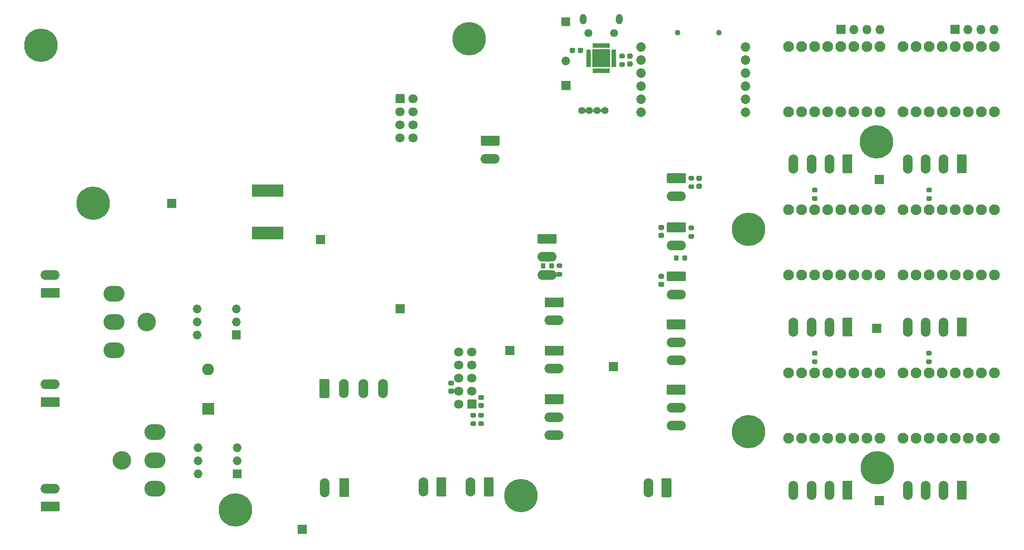
<source format=gbs>
G04 #@! TF.GenerationSoftware,KiCad,Pcbnew,(5.1.8)-1*
G04 #@! TF.CreationDate,2021-02-16T13:32:34+03:00*
G04 #@! TF.ProjectId,3d_print_main,33645f70-7269-46e7-945f-6d61696e2e6b,rev?*
G04 #@! TF.SameCoordinates,Original*
G04 #@! TF.FileFunction,Soldermask,Bot*
G04 #@! TF.FilePolarity,Negative*
%FSLAX46Y46*%
G04 Gerber Fmt 4.6, Leading zero omitted, Abs format (unit mm)*
G04 Created by KiCad (PCBNEW (5.1.8)-1) date 2021-02-16 13:32:34*
%MOMM*%
%LPD*%
G01*
G04 APERTURE LIST*
%ADD10O,1.902000X3.702000*%
%ADD11O,1.802000X1.802000*%
%ADD12C,2.102000*%
%ADD13C,1.852000*%
%ADD14C,1.802000*%
%ADD15O,3.702000X1.902000*%
%ADD16C,6.502000*%
%ADD17C,0.902000*%
%ADD18C,1.402000*%
%ADD19C,3.602000*%
%ADD20O,4.102000X3.102000*%
%ADD21C,1.552000*%
%ADD22O,1.302000X2.002000*%
%ADD23O,1.702000X1.702000*%
%ADD24O,2.302000X2.302000*%
%ADD25C,1.102000*%
%ADD26C,0.100000*%
G04 APERTURE END LIST*
G36*
G01*
X165289000Y-114745166D02*
X165289000Y-117918834D01*
G75*
G02*
X165024834Y-118183000I-264166J0D01*
G01*
X163651166Y-118183000D01*
G75*
G02*
X163387000Y-117918834I0J264166D01*
G01*
X163387000Y-114745166D01*
G75*
G02*
X163651166Y-114481000I264166J0D01*
G01*
X165024834Y-114481000D01*
G75*
G02*
X165289000Y-114745166I0J-264166D01*
G01*
G37*
D10*
X160838000Y-116332000D03*
D11*
X228092000Y-27178000D03*
X225552000Y-27178000D03*
X223012000Y-27178000D03*
G36*
G01*
X221322000Y-28079000D02*
X219622000Y-28079000D01*
G75*
G02*
X219571000Y-28028000I0J51000D01*
G01*
X219571000Y-26328000D01*
G75*
G02*
X219622000Y-26277000I51000J0D01*
G01*
X221322000Y-26277000D01*
G75*
G02*
X221373000Y-26328000I0J-51000D01*
G01*
X221373000Y-28028000D01*
G75*
G02*
X221322000Y-28079000I-51000J0D01*
G01*
G37*
X205895002Y-27178000D03*
X203355002Y-27178000D03*
X200815002Y-27178000D03*
G36*
G01*
X199125002Y-28079000D02*
X197425002Y-28079000D01*
G75*
G02*
X197374002Y-28028000I0J51000D01*
G01*
X197374002Y-26328000D01*
G75*
G02*
X197425002Y-26277000I51000J0D01*
G01*
X199125002Y-26277000D01*
G75*
G02*
X199176002Y-26328000I0J-51000D01*
G01*
X199176002Y-28028000D01*
G75*
G02*
X199125002Y-28079000I-51000J0D01*
G01*
G37*
D12*
X228120000Y-43160000D03*
X225580000Y-43160000D03*
X223040000Y-43160000D03*
X220500000Y-43160000D03*
X217960000Y-43160000D03*
X215420000Y-43160000D03*
X212880000Y-43160000D03*
X210340000Y-43160000D03*
X210340000Y-30460000D03*
X212880000Y-30460000D03*
X215420000Y-30460000D03*
X217960000Y-30460000D03*
X220500000Y-30460000D03*
X223040000Y-30460000D03*
X225580000Y-30460000D03*
X228120000Y-30460000D03*
D13*
X179733000Y-30587000D03*
X179733000Y-33127000D03*
X179733000Y-35667000D03*
X179733000Y-38207000D03*
X179733000Y-40747000D03*
X179733000Y-43287000D03*
X159413000Y-43287000D03*
X159413000Y-40747000D03*
X159413000Y-38207000D03*
X159413000Y-35667000D03*
X159413000Y-33127000D03*
X159413000Y-30587000D03*
D14*
X115062000Y-48260000D03*
X115062000Y-45720000D03*
X115062000Y-43180000D03*
X115062000Y-40640000D03*
X112522000Y-48260000D03*
X112522000Y-45720000D03*
X112522000Y-43180000D03*
G36*
G01*
X111621000Y-41276000D02*
X111621000Y-40004000D01*
G75*
G02*
X111886000Y-39739000I265000J0D01*
G01*
X113158000Y-39739000D01*
G75*
G02*
X113423000Y-40004000I0J-265000D01*
G01*
X113423000Y-41276000D01*
G75*
G02*
X113158000Y-41541000I-265000J0D01*
G01*
X111886000Y-41541000D01*
G75*
G02*
X111621000Y-41276000I0J265000D01*
G01*
G37*
G36*
G01*
X140907166Y-98165002D02*
X144080834Y-98165002D01*
G75*
G02*
X144345000Y-98429168I0J-264166D01*
G01*
X144345000Y-99802836D01*
G75*
G02*
X144080834Y-100067002I-264166J0D01*
G01*
X140907166Y-100067002D01*
G75*
G02*
X140643000Y-99802836I0J264166D01*
G01*
X140643000Y-98429168D01*
G75*
G02*
X140907166Y-98165002I264166J0D01*
G01*
G37*
D15*
X142494000Y-102616002D03*
X142494000Y-106116002D03*
G36*
G01*
X140907166Y-88711000D02*
X144080834Y-88711000D01*
G75*
G02*
X144345000Y-88975166I0J-264166D01*
G01*
X144345000Y-90348834D01*
G75*
G02*
X144080834Y-90613000I-264166J0D01*
G01*
X140907166Y-90613000D01*
G75*
G02*
X140643000Y-90348834I0J264166D01*
G01*
X140643000Y-88975166D01*
G75*
G02*
X140907166Y-88711000I264166J0D01*
G01*
G37*
X142494000Y-93162000D03*
G36*
G01*
X140907166Y-79313000D02*
X144080834Y-79313000D01*
G75*
G02*
X144345000Y-79577166I0J-264166D01*
G01*
X144345000Y-80950834D01*
G75*
G02*
X144080834Y-81215000I-264166J0D01*
G01*
X140907166Y-81215000D01*
G75*
G02*
X140643000Y-80950834I0J264166D01*
G01*
X140643000Y-79577166D01*
G75*
G02*
X140907166Y-79313000I264166J0D01*
G01*
G37*
X142494000Y-83764000D03*
D14*
X123952000Y-89916000D03*
X123952000Y-92456000D03*
X123952000Y-94996000D03*
X123952000Y-97536000D03*
X123952000Y-100076000D03*
X126492000Y-89916000D03*
X126492000Y-92456000D03*
X126492000Y-94996000D03*
X126492000Y-97536000D03*
G36*
G01*
X127393000Y-99440000D02*
X127393000Y-100712000D01*
G75*
G02*
X127128000Y-100977000I-265000J0D01*
G01*
X125856000Y-100977000D01*
G75*
G02*
X125591000Y-100712000I0J265000D01*
G01*
X125591000Y-99440000D01*
G75*
G02*
X125856000Y-99175000I265000J0D01*
G01*
X127128000Y-99175000D01*
G75*
G02*
X127393000Y-99440000I0J-265000D01*
G01*
G37*
D16*
X125984000Y-28956000D03*
D17*
X128384000Y-28956000D03*
X127681056Y-30653056D03*
X125984000Y-31356000D03*
X124286944Y-30653056D03*
X123584000Y-28956000D03*
X124286944Y-27258944D03*
X125984000Y-26556000D03*
X127681056Y-27258944D03*
D18*
X152344000Y-42974000D03*
X150844000Y-42974000D03*
X149344000Y-42974000D03*
X147844000Y-42974000D03*
D19*
X58420000Y-110998000D03*
D20*
X64820000Y-116498000D03*
X64820000Y-105498000D03*
X64820000Y-110998000D03*
D15*
X141124999Y-74910003D03*
X141124999Y-71410003D03*
G36*
G01*
X139538165Y-66959003D02*
X142711833Y-66959003D01*
G75*
G02*
X142975999Y-67223169I0J-264166D01*
G01*
X142975999Y-68596837D01*
G75*
G02*
X142711833Y-68861003I-264166J0D01*
G01*
X139538165Y-68861003D01*
G75*
G02*
X139273999Y-68596837I0J264166D01*
G01*
X139273999Y-67223169D01*
G75*
G02*
X139538165Y-66959003I264166J0D01*
G01*
G37*
D10*
X97818000Y-116320000D03*
G36*
G01*
X102579000Y-114733166D02*
X102579000Y-117906834D01*
G75*
G02*
X102314834Y-118171000I-264166J0D01*
G01*
X100941166Y-118171000D01*
G75*
G02*
X100677000Y-117906834I0J264166D01*
G01*
X100677000Y-114733166D01*
G75*
G02*
X100941166Y-114469000I264166J0D01*
G01*
X102314834Y-114469000D01*
G75*
G02*
X102579000Y-114733166I0J-264166D01*
G01*
G37*
X109220000Y-97028000D03*
X105410000Y-97028000D03*
X101600000Y-97028000D03*
G36*
G01*
X96839000Y-98614834D02*
X96839000Y-95441166D01*
G75*
G02*
X97103166Y-95177000I264166J0D01*
G01*
X98476834Y-95177000D01*
G75*
G02*
X98741000Y-95441166I0J-264166D01*
G01*
X98741000Y-98614834D01*
G75*
G02*
X98476834Y-98879000I-264166J0D01*
G01*
X97103166Y-98879000D01*
G75*
G02*
X96839000Y-98614834I0J264166D01*
G01*
G37*
D21*
X154138000Y-27878500D03*
X149138000Y-27878500D03*
D22*
X155138000Y-25178500D03*
X148138000Y-25178500D03*
G36*
G01*
X89820000Y-57377000D02*
X89820000Y-59677000D01*
G75*
G02*
X89769000Y-59728000I-51000J0D01*
G01*
X83769000Y-59728000D01*
G75*
G02*
X83718000Y-59677000I0J51000D01*
G01*
X83718000Y-57377000D01*
G75*
G02*
X83769000Y-57326000I51000J0D01*
G01*
X89769000Y-57326000D01*
G75*
G02*
X89820000Y-57377000I0J-51000D01*
G01*
G37*
G36*
G01*
X89820000Y-65632000D02*
X89820000Y-67932000D01*
G75*
G02*
X89769000Y-67983000I-51000J0D01*
G01*
X83769000Y-67983000D01*
G75*
G02*
X83718000Y-67932000I0J51000D01*
G01*
X83718000Y-65632000D01*
G75*
G02*
X83769000Y-65581000I51000J0D01*
G01*
X89769000Y-65581000D01*
G75*
G02*
X89820000Y-65632000I0J-51000D01*
G01*
G37*
D23*
X144780000Y-33274000D03*
G36*
G01*
X143980000Y-24803000D02*
X145580000Y-24803000D01*
G75*
G02*
X145631000Y-24854000I0J-51000D01*
G01*
X145631000Y-26454000D01*
G75*
G02*
X145580000Y-26505000I-51000J0D01*
G01*
X143980000Y-26505000D01*
G75*
G02*
X143929000Y-26454000I0J51000D01*
G01*
X143929000Y-24854000D01*
G75*
G02*
X143980000Y-24803000I51000J0D01*
G01*
G37*
D16*
X136017000Y-117856000D03*
D17*
X138417000Y-117856000D03*
X137714056Y-119553056D03*
X136017000Y-120256000D03*
X134319944Y-119553056D03*
X133617000Y-117856000D03*
X134319944Y-116158944D03*
X136017000Y-115456000D03*
X137714056Y-116158944D03*
G36*
G01*
X76284000Y-102116000D02*
X74084000Y-102116000D01*
G75*
G02*
X74033000Y-102065000I0J51000D01*
G01*
X74033000Y-99865000D01*
G75*
G02*
X74084000Y-99814000I51000J0D01*
G01*
X76284000Y-99814000D01*
G75*
G02*
X76335000Y-99865000I0J-51000D01*
G01*
X76335000Y-102065000D01*
G75*
G02*
X76284000Y-102116000I-51000J0D01*
G01*
G37*
D24*
X75184000Y-93345000D03*
G36*
G01*
X143879000Y-38950000D02*
X143879000Y-37250000D01*
G75*
G02*
X143930000Y-37199000I51000J0D01*
G01*
X145630000Y-37199000D01*
G75*
G02*
X145681000Y-37250000I0J-51000D01*
G01*
X145681000Y-38950000D01*
G75*
G02*
X145630000Y-39001000I-51000J0D01*
G01*
X143930000Y-39001000D01*
G75*
G02*
X143879000Y-38950000I0J51000D01*
G01*
G37*
D12*
X205895002Y-43160000D03*
X203355002Y-43160000D03*
X200815002Y-43160000D03*
X198275002Y-43160000D03*
X195735002Y-43160000D03*
X193195002Y-43160000D03*
X190655002Y-43160000D03*
X188115002Y-43160000D03*
X188115002Y-30460000D03*
X190655002Y-30460000D03*
X193195002Y-30460000D03*
X195735002Y-30460000D03*
X198275002Y-30460000D03*
X200815002Y-30460000D03*
X203355002Y-30460000D03*
X205895002Y-30460000D03*
X205895000Y-74910000D03*
X203355000Y-74910000D03*
X200815000Y-74910000D03*
X198275000Y-74910000D03*
X195735000Y-74910000D03*
X193195000Y-74910000D03*
X190655000Y-74910000D03*
X188115000Y-74910000D03*
X188115000Y-62210000D03*
X190655000Y-62210000D03*
X193195000Y-62210000D03*
X195735000Y-62210000D03*
X198275000Y-62210000D03*
X200815000Y-62210000D03*
X203355000Y-62210000D03*
X205895000Y-62210000D03*
X205895002Y-106660002D03*
X203355002Y-106660002D03*
X200815002Y-106660002D03*
X198275002Y-106660002D03*
X195735002Y-106660002D03*
X193195002Y-106660002D03*
X190655002Y-106660002D03*
X188115002Y-106660002D03*
X188115002Y-93960002D03*
X190655002Y-93960002D03*
X193195002Y-93960002D03*
X195735002Y-93960002D03*
X198275002Y-93960002D03*
X200815002Y-93960002D03*
X203355002Y-93960002D03*
X205895002Y-93960002D03*
X228119998Y-106660000D03*
X225579998Y-106660000D03*
X223039998Y-106660000D03*
X220499998Y-106660000D03*
X217959998Y-106660000D03*
X215419998Y-106660000D03*
X212879998Y-106660000D03*
X210339998Y-106660000D03*
X210339998Y-93960000D03*
X212879998Y-93960000D03*
X215419998Y-93960000D03*
X217959998Y-93960000D03*
X220499998Y-93960000D03*
X223039998Y-93960000D03*
X225579998Y-93960000D03*
X228119998Y-93960000D03*
X228120000Y-74910000D03*
X225580000Y-74910000D03*
X223040000Y-74910000D03*
X220500000Y-74910000D03*
X217960000Y-74910000D03*
X215420000Y-74910000D03*
X212880000Y-74910000D03*
X210340000Y-74910000D03*
X210340000Y-62210000D03*
X212880000Y-62210000D03*
X215420000Y-62210000D03*
X217960000Y-62210000D03*
X220500000Y-62210000D03*
X223040000Y-62210000D03*
X225580000Y-62210000D03*
X228120000Y-62210000D03*
G36*
G01*
X127046500Y-102687000D02*
X126445500Y-102687000D01*
G75*
G02*
X126220000Y-102461500I0J225500D01*
G01*
X126220000Y-102010500D01*
G75*
G02*
X126445500Y-101785000I225500J0D01*
G01*
X127046500Y-101785000D01*
G75*
G02*
X127272000Y-102010500I0J-225500D01*
G01*
X127272000Y-102461500D01*
G75*
G02*
X127046500Y-102687000I-225500J0D01*
G01*
G37*
G36*
G01*
X127046500Y-104337000D02*
X126445500Y-104337000D01*
G75*
G02*
X126220000Y-104111500I0J225500D01*
G01*
X126220000Y-103660500D01*
G75*
G02*
X126445500Y-103435000I225500J0D01*
G01*
X127046500Y-103435000D01*
G75*
G02*
X127272000Y-103660500I0J-225500D01*
G01*
X127272000Y-104111500D01*
G75*
G02*
X127046500Y-104337000I-225500J0D01*
G01*
G37*
G36*
G01*
X128570500Y-102687000D02*
X127969500Y-102687000D01*
G75*
G02*
X127744000Y-102461500I0J225500D01*
G01*
X127744000Y-102010500D01*
G75*
G02*
X127969500Y-101785000I225500J0D01*
G01*
X128570500Y-101785000D01*
G75*
G02*
X128796000Y-102010500I0J-225500D01*
G01*
X128796000Y-102461500D01*
G75*
G02*
X128570500Y-102687000I-225500J0D01*
G01*
G37*
G36*
G01*
X128570500Y-104337000D02*
X127969500Y-104337000D01*
G75*
G02*
X127744000Y-104111500I0J225500D01*
G01*
X127744000Y-103660500D01*
G75*
G02*
X127969500Y-103435000I225500J0D01*
G01*
X128570500Y-103435000D01*
G75*
G02*
X128796000Y-103660500I0J-225500D01*
G01*
X128796000Y-104111500D01*
G75*
G02*
X128570500Y-104337000I-225500J0D01*
G01*
G37*
G36*
G01*
X166695000Y-71327500D02*
X166695000Y-71928500D01*
G75*
G02*
X166469500Y-72154000I-225500J0D01*
G01*
X166018500Y-72154000D01*
G75*
G02*
X165793000Y-71928500I0J225500D01*
G01*
X165793000Y-71327500D01*
G75*
G02*
X166018500Y-71102000I225500J0D01*
G01*
X166469500Y-71102000D01*
G75*
G02*
X166695000Y-71327500I0J-225500D01*
G01*
G37*
G36*
G01*
X168345000Y-71327500D02*
X168345000Y-71928500D01*
G75*
G02*
X168119500Y-72154000I-225500J0D01*
G01*
X167668500Y-72154000D01*
G75*
G02*
X167443000Y-71928500I0J225500D01*
G01*
X167443000Y-71327500D01*
G75*
G02*
X167668500Y-71102000I225500J0D01*
G01*
X168119500Y-71102000D01*
G75*
G02*
X168345000Y-71327500I0J-225500D01*
G01*
G37*
G36*
G01*
X169464500Y-66237001D02*
X168863500Y-66237001D01*
G75*
G02*
X168638000Y-66011501I0J225500D01*
G01*
X168638000Y-65560501D01*
G75*
G02*
X168863500Y-65335001I225500J0D01*
G01*
X169464500Y-65335001D01*
G75*
G02*
X169690000Y-65560501I0J-225500D01*
G01*
X169690000Y-66011501D01*
G75*
G02*
X169464500Y-66237001I-225500J0D01*
G01*
G37*
G36*
G01*
X169464500Y-67887001D02*
X168863500Y-67887001D01*
G75*
G02*
X168638000Y-67661501I0J225500D01*
G01*
X168638000Y-67210501D01*
G75*
G02*
X168863500Y-66985001I225500J0D01*
G01*
X169464500Y-66985001D01*
G75*
G02*
X169690000Y-67210501I0J-225500D01*
G01*
X169690000Y-67661501D01*
G75*
G02*
X169464500Y-67887001I-225500J0D01*
G01*
G37*
G36*
G01*
X169464500Y-56565001D02*
X168863500Y-56565001D01*
G75*
G02*
X168638000Y-56339501I0J225500D01*
G01*
X168638000Y-55888501D01*
G75*
G02*
X168863500Y-55663001I225500J0D01*
G01*
X169464500Y-55663001D01*
G75*
G02*
X169690000Y-55888501I0J-225500D01*
G01*
X169690000Y-56339501D01*
G75*
G02*
X169464500Y-56565001I-225500J0D01*
G01*
G37*
G36*
G01*
X169464500Y-58215001D02*
X168863500Y-58215001D01*
G75*
G02*
X168638000Y-57989501I0J225500D01*
G01*
X168638000Y-57538501D01*
G75*
G02*
X168863500Y-57313001I225500J0D01*
G01*
X169464500Y-57313001D01*
G75*
G02*
X169690000Y-57538501I0J-225500D01*
G01*
X169690000Y-57989501D01*
G75*
G02*
X169464500Y-58215001I-225500J0D01*
G01*
G37*
G36*
G01*
X192894502Y-91369000D02*
X193495502Y-91369000D01*
G75*
G02*
X193721002Y-91594500I0J-225500D01*
G01*
X193721002Y-92045500D01*
G75*
G02*
X193495502Y-92271000I-225500J0D01*
G01*
X192894502Y-92271000D01*
G75*
G02*
X192669002Y-92045500I0J225500D01*
G01*
X192669002Y-91594500D01*
G75*
G02*
X192894502Y-91369000I225500J0D01*
G01*
G37*
G36*
G01*
X192894502Y-89719000D02*
X193495502Y-89719000D01*
G75*
G02*
X193721002Y-89944500I0J-225500D01*
G01*
X193721002Y-90395500D01*
G75*
G02*
X193495502Y-90621000I-225500J0D01*
G01*
X192894502Y-90621000D01*
G75*
G02*
X192669002Y-90395500I0J225500D01*
G01*
X192669002Y-89944500D01*
G75*
G02*
X192894502Y-89719000I225500J0D01*
G01*
G37*
G36*
G01*
X192894500Y-59619000D02*
X193495500Y-59619000D01*
G75*
G02*
X193721000Y-59844500I0J-225500D01*
G01*
X193721000Y-60295500D01*
G75*
G02*
X193495500Y-60521000I-225500J0D01*
G01*
X192894500Y-60521000D01*
G75*
G02*
X192669000Y-60295500I0J225500D01*
G01*
X192669000Y-59844500D01*
G75*
G02*
X192894500Y-59619000I225500J0D01*
G01*
G37*
G36*
G01*
X192894500Y-57969000D02*
X193495500Y-57969000D01*
G75*
G02*
X193721000Y-58194500I0J-225500D01*
G01*
X193721000Y-58645500D01*
G75*
G02*
X193495500Y-58871000I-225500J0D01*
G01*
X192894500Y-58871000D01*
G75*
G02*
X192669000Y-58645500I0J225500D01*
G01*
X192669000Y-58194500D01*
G75*
G02*
X192894500Y-57969000I225500J0D01*
G01*
G37*
G36*
G01*
X215119500Y-59619000D02*
X215720500Y-59619000D01*
G75*
G02*
X215946000Y-59844500I0J-225500D01*
G01*
X215946000Y-60295500D01*
G75*
G02*
X215720500Y-60521000I-225500J0D01*
G01*
X215119500Y-60521000D01*
G75*
G02*
X214894000Y-60295500I0J225500D01*
G01*
X214894000Y-59844500D01*
G75*
G02*
X215119500Y-59619000I225500J0D01*
G01*
G37*
G36*
G01*
X215119500Y-57969000D02*
X215720500Y-57969000D01*
G75*
G02*
X215946000Y-58194500I0J-225500D01*
G01*
X215946000Y-58645500D01*
G75*
G02*
X215720500Y-58871000I-225500J0D01*
G01*
X215119500Y-58871000D01*
G75*
G02*
X214894000Y-58645500I0J225500D01*
G01*
X214894000Y-58194500D01*
G75*
G02*
X215119500Y-57969000I225500J0D01*
G01*
G37*
G36*
G01*
X215091500Y-91369000D02*
X215692500Y-91369000D01*
G75*
G02*
X215918000Y-91594500I0J-225500D01*
G01*
X215918000Y-92045500D01*
G75*
G02*
X215692500Y-92271000I-225500J0D01*
G01*
X215091500Y-92271000D01*
G75*
G02*
X214866000Y-92045500I0J225500D01*
G01*
X214866000Y-91594500D01*
G75*
G02*
X215091500Y-91369000I225500J0D01*
G01*
G37*
G36*
G01*
X215091500Y-89719000D02*
X215692500Y-89719000D01*
G75*
G02*
X215918000Y-89944500I0J-225500D01*
G01*
X215918000Y-90395500D01*
G75*
G02*
X215692500Y-90621000I-225500J0D01*
G01*
X215091500Y-90621000D01*
G75*
G02*
X214866000Y-90395500I0J225500D01*
G01*
X214866000Y-89944500D01*
G75*
G02*
X215091500Y-89719000I225500J0D01*
G01*
G37*
D19*
X63218000Y-84074000D03*
D20*
X56818000Y-78574000D03*
X56818000Y-89574000D03*
X56818000Y-84074000D03*
D16*
X180340000Y-66040000D03*
D17*
X182740000Y-66040000D03*
X182037056Y-67737056D03*
X180340000Y-68440000D03*
X178642944Y-67737056D03*
X177940000Y-66040000D03*
X178642944Y-64342944D03*
X180340000Y-63640000D03*
X182037056Y-64342944D03*
D16*
X180340000Y-105410000D03*
D17*
X182740000Y-105410000D03*
X182037056Y-107107056D03*
X180340000Y-107810000D03*
X178642944Y-107107056D03*
X177940000Y-105410000D03*
X178642944Y-103712944D03*
X180340000Y-103010000D03*
X182037056Y-103712944D03*
D16*
X205232000Y-49022000D03*
D17*
X207632000Y-49022000D03*
X206929056Y-50719056D03*
X205232000Y-51422000D03*
X203534944Y-50719056D03*
X202832000Y-49022000D03*
X203534944Y-47324944D03*
X205232000Y-46622000D03*
X206929056Y-47324944D03*
D16*
X205381674Y-112442696D03*
D17*
X207781674Y-112442696D03*
X207078730Y-114139752D03*
X205381674Y-114842696D03*
X203684618Y-114139752D03*
X202981674Y-112442696D03*
X203684618Y-110745640D03*
X205381674Y-110042696D03*
X207078730Y-110745640D03*
D16*
X52832000Y-60960000D03*
D17*
X55232000Y-60960000D03*
X54529056Y-62657056D03*
X52832000Y-63360000D03*
X51134944Y-62657056D03*
X50432000Y-60960000D03*
X51134944Y-59262944D03*
X52832000Y-58560000D03*
X54529056Y-59262944D03*
D16*
X80518000Y-120650000D03*
D17*
X82918000Y-120650000D03*
X82215056Y-122347056D03*
X80518000Y-123050000D03*
X78820944Y-122347056D03*
X78118000Y-120650000D03*
X78820944Y-118952944D03*
X80518000Y-118250000D03*
X82215056Y-118952944D03*
D16*
X42672000Y-30226000D03*
D17*
X45072000Y-30226000D03*
X44369056Y-31923056D03*
X42672000Y-32626000D03*
X40974944Y-31923056D03*
X40272000Y-30226000D03*
X40974944Y-28528944D03*
X42672000Y-27826000D03*
X44369056Y-28528944D03*
G36*
G01*
X130689000Y-114598166D02*
X130689000Y-117771834D01*
G75*
G02*
X130424834Y-118036000I-264166J0D01*
G01*
X129051166Y-118036000D01*
G75*
G02*
X128787000Y-117771834I0J264166D01*
G01*
X128787000Y-114598166D01*
G75*
G02*
X129051166Y-114334000I264166J0D01*
G01*
X130424834Y-114334000D01*
G75*
G02*
X130689000Y-114598166I0J-264166D01*
G01*
G37*
D10*
X126238000Y-116185000D03*
G36*
G01*
X122703500Y-96486999D02*
X122152500Y-96486999D01*
G75*
G02*
X121902000Y-96236499I0J250500D01*
G01*
X121902000Y-95735499D01*
G75*
G02*
X122152500Y-95484999I250500J0D01*
G01*
X122703500Y-95484999D01*
G75*
G02*
X122954000Y-95735499I0J-250500D01*
G01*
X122954000Y-96236499D01*
G75*
G02*
X122703500Y-96486999I-250500J0D01*
G01*
G37*
G36*
G01*
X122703500Y-98036999D02*
X122152500Y-98036999D01*
G75*
G02*
X121902000Y-97786499I0J250500D01*
G01*
X121902000Y-97285499D01*
G75*
G02*
X122152500Y-97034999I250500J0D01*
G01*
X122703500Y-97034999D01*
G75*
G02*
X122954000Y-97285499I0J-250500D01*
G01*
X122954000Y-97786499D01*
G75*
G02*
X122703500Y-98036999I-250500J0D01*
G01*
G37*
G36*
G01*
X128545500Y-99281000D02*
X127994500Y-99281000D01*
G75*
G02*
X127744000Y-99030500I0J250500D01*
G01*
X127744000Y-98529500D01*
G75*
G02*
X127994500Y-98279000I250500J0D01*
G01*
X128545500Y-98279000D01*
G75*
G02*
X128796000Y-98529500I0J-250500D01*
G01*
X128796000Y-99030500D01*
G75*
G02*
X128545500Y-99281000I-250500J0D01*
G01*
G37*
G36*
G01*
X128545500Y-100831000D02*
X127994500Y-100831000D01*
G75*
G02*
X127744000Y-100580500I0J250500D01*
G01*
X127744000Y-100079500D01*
G75*
G02*
X127994500Y-99829000I250500J0D01*
G01*
X128545500Y-99829000D01*
G75*
G02*
X128796000Y-100079500I0J-250500D01*
G01*
X128796000Y-100580500D01*
G75*
G02*
X128545500Y-100831000I-250500J0D01*
G01*
G37*
G36*
G01*
X163046500Y-76269002D02*
X163597500Y-76269002D01*
G75*
G02*
X163848000Y-76519502I0J-250500D01*
G01*
X163848000Y-77020502D01*
G75*
G02*
X163597500Y-77271002I-250500J0D01*
G01*
X163046500Y-77271002D01*
G75*
G02*
X162796000Y-77020502I0J250500D01*
G01*
X162796000Y-76519502D01*
G75*
G02*
X163046500Y-76269002I250500J0D01*
G01*
G37*
G36*
G01*
X163046500Y-74719002D02*
X163597500Y-74719002D01*
G75*
G02*
X163848000Y-74969502I0J-250500D01*
G01*
X163848000Y-75470502D01*
G75*
G02*
X163597500Y-75721002I-250500J0D01*
G01*
X163046500Y-75721002D01*
G75*
G02*
X162796000Y-75470502I0J250500D01*
G01*
X162796000Y-74969502D01*
G75*
G02*
X163046500Y-74719002I250500J0D01*
G01*
G37*
G36*
G01*
X163046500Y-66743999D02*
X163597500Y-66743999D01*
G75*
G02*
X163848000Y-66994499I0J-250500D01*
G01*
X163848000Y-67495499D01*
G75*
G02*
X163597500Y-67745999I-250500J0D01*
G01*
X163046500Y-67745999D01*
G75*
G02*
X162796000Y-67495499I0J250500D01*
G01*
X162796000Y-66994499D01*
G75*
G02*
X163046500Y-66743999I250500J0D01*
G01*
G37*
G36*
G01*
X163046500Y-65193999D02*
X163597500Y-65193999D01*
G75*
G02*
X163848000Y-65444499I0J-250500D01*
G01*
X163848000Y-65945499D01*
G75*
G02*
X163597500Y-66195999I-250500J0D01*
G01*
X163046500Y-66195999D01*
G75*
G02*
X162796000Y-65945499I0J250500D01*
G01*
X162796000Y-65444499D01*
G75*
G02*
X163046500Y-65193999I250500J0D01*
G01*
G37*
G36*
G01*
X170412500Y-57170000D02*
X170963500Y-57170000D01*
G75*
G02*
X171214000Y-57420500I0J-250500D01*
G01*
X171214000Y-57921500D01*
G75*
G02*
X170963500Y-58172000I-250500J0D01*
G01*
X170412500Y-58172000D01*
G75*
G02*
X170162000Y-57921500I0J250500D01*
G01*
X170162000Y-57420500D01*
G75*
G02*
X170412500Y-57170000I250500J0D01*
G01*
G37*
G36*
G01*
X170412500Y-55620000D02*
X170963500Y-55620000D01*
G75*
G02*
X171214000Y-55870500I0J-250500D01*
G01*
X171214000Y-56371500D01*
G75*
G02*
X170963500Y-56622000I-250500J0D01*
G01*
X170412500Y-56622000D01*
G75*
G02*
X170162000Y-56371500I0J250500D01*
G01*
X170162000Y-55870500D01*
G75*
G02*
X170412500Y-55620000I250500J0D01*
G01*
G37*
G36*
G01*
X147086000Y-31517500D02*
X147086000Y-30966500D01*
G75*
G02*
X147336500Y-30716000I250500J0D01*
G01*
X147837500Y-30716000D01*
G75*
G02*
X148088000Y-30966500I0J-250500D01*
G01*
X148088000Y-31517500D01*
G75*
G02*
X147837500Y-31768000I-250500J0D01*
G01*
X147336500Y-31768000D01*
G75*
G02*
X147086000Y-31517500I0J250500D01*
G01*
G37*
G36*
G01*
X145536000Y-31517500D02*
X145536000Y-30966500D01*
G75*
G02*
X145786500Y-30716000I250500J0D01*
G01*
X146287500Y-30716000D01*
G75*
G02*
X146538000Y-30966500I0J-250500D01*
G01*
X146538000Y-31517500D01*
G75*
G02*
X146287500Y-31768000I-250500J0D01*
G01*
X145786500Y-31768000D01*
G75*
G02*
X145536000Y-31517500I0J250500D01*
G01*
G37*
D25*
X166530000Y-27792000D03*
X174530000Y-27792000D03*
G36*
G01*
X204839000Y-57238000D02*
X204839000Y-55538000D01*
G75*
G02*
X204890000Y-55487000I51000J0D01*
G01*
X206590000Y-55487000D01*
G75*
G02*
X206641000Y-55538000I0J-51000D01*
G01*
X206641000Y-57238000D01*
G75*
G02*
X206590000Y-57289000I-51000J0D01*
G01*
X204890000Y-57289000D01*
G75*
G02*
X204839000Y-57238000I0J51000D01*
G01*
G37*
G36*
G01*
X204331000Y-86194000D02*
X204331000Y-84494000D01*
G75*
G02*
X204382000Y-84443000I51000J0D01*
G01*
X206082000Y-84443000D01*
G75*
G02*
X206133000Y-84494000I0J-51000D01*
G01*
X206133000Y-86194000D01*
G75*
G02*
X206082000Y-86245000I-51000J0D01*
G01*
X204382000Y-86245000D01*
G75*
G02*
X204331000Y-86194000I0J51000D01*
G01*
G37*
G36*
G01*
X204839000Y-119722000D02*
X204839000Y-118022000D01*
G75*
G02*
X204890000Y-117971000I51000J0D01*
G01*
X206590000Y-117971000D01*
G75*
G02*
X206641000Y-118022000I0J-51000D01*
G01*
X206641000Y-119722000D01*
G75*
G02*
X206590000Y-119773000I-51000J0D01*
G01*
X204890000Y-119773000D01*
G75*
G02*
X204839000Y-119722000I0J51000D01*
G01*
G37*
G36*
G01*
X67204396Y-61845595D02*
X67204396Y-60145595D01*
G75*
G02*
X67255396Y-60094595I51000J0D01*
G01*
X68955396Y-60094595D01*
G75*
G02*
X69006396Y-60145595I0J-51000D01*
G01*
X69006396Y-61845595D01*
G75*
G02*
X68955396Y-61896595I-51000J0D01*
G01*
X67255396Y-61896595D01*
G75*
G02*
X67204396Y-61845595I0J51000D01*
G01*
G37*
G36*
G01*
X92571000Y-125310000D02*
X92571000Y-123610000D01*
G75*
G02*
X92622000Y-123559000I51000J0D01*
G01*
X94322000Y-123559000D01*
G75*
G02*
X94373000Y-123610000I0J-51000D01*
G01*
X94373000Y-125310000D01*
G75*
G02*
X94322000Y-125361000I-51000J0D01*
G01*
X92622000Y-125361000D01*
G75*
G02*
X92571000Y-125310000I0J51000D01*
G01*
G37*
G36*
G01*
X96127000Y-68922000D02*
X96127000Y-67222000D01*
G75*
G02*
X96178000Y-67171000I51000J0D01*
G01*
X97878000Y-67171000D01*
G75*
G02*
X97929000Y-67222000I0J-51000D01*
G01*
X97929000Y-68922000D01*
G75*
G02*
X97878000Y-68973000I-51000J0D01*
G01*
X96178000Y-68973000D01*
G75*
G02*
X96127000Y-68922000I0J51000D01*
G01*
G37*
G36*
G01*
X111621000Y-82384000D02*
X111621000Y-80684000D01*
G75*
G02*
X111672000Y-80633000I51000J0D01*
G01*
X113372000Y-80633000D01*
G75*
G02*
X113423000Y-80684000I0J-51000D01*
G01*
X113423000Y-82384000D01*
G75*
G02*
X113372000Y-82435000I-51000J0D01*
G01*
X111672000Y-82435000D01*
G75*
G02*
X111621000Y-82384000I0J51000D01*
G01*
G37*
G36*
G01*
X132957000Y-90512000D02*
X132957000Y-88812000D01*
G75*
G02*
X133008000Y-88761000I51000J0D01*
G01*
X134708000Y-88761000D01*
G75*
G02*
X134759000Y-88812000I0J-51000D01*
G01*
X134759000Y-90512000D01*
G75*
G02*
X134708000Y-90563000I-51000J0D01*
G01*
X133008000Y-90563000D01*
G75*
G02*
X132957000Y-90512000I0J51000D01*
G01*
G37*
G36*
G01*
X153099000Y-93600000D02*
X153099000Y-91900000D01*
G75*
G02*
X153150000Y-91849000I51000J0D01*
G01*
X154850000Y-91849000D01*
G75*
G02*
X154901000Y-91900000I0J-51000D01*
G01*
X154901000Y-93600000D01*
G75*
G02*
X154850000Y-93651000I-51000J0D01*
G01*
X153150000Y-93651000D01*
G75*
G02*
X153099000Y-93600000I0J51000D01*
G01*
G37*
D23*
X73180000Y-113645000D03*
X80800000Y-108565000D03*
X73180000Y-111105000D03*
X80800000Y-111105000D03*
X73180000Y-108565000D03*
G36*
G01*
X81651000Y-112845000D02*
X81651000Y-114445000D01*
G75*
G02*
X81600000Y-114496000I-51000J0D01*
G01*
X80000000Y-114496000D01*
G75*
G02*
X79949000Y-114445000I0J51000D01*
G01*
X79949000Y-112845000D01*
G75*
G02*
X80000000Y-112794000I51000J0D01*
G01*
X81600000Y-112794000D01*
G75*
G02*
X81651000Y-112845000I0J-51000D01*
G01*
G37*
G36*
G01*
X46036834Y-120966000D02*
X42863166Y-120966000D01*
G75*
G02*
X42599000Y-120701834I0J264166D01*
G01*
X42599000Y-119328166D01*
G75*
G02*
X42863166Y-119064000I264166J0D01*
G01*
X46036834Y-119064000D01*
G75*
G02*
X46301000Y-119328166I0J-264166D01*
G01*
X46301000Y-120701834D01*
G75*
G02*
X46036834Y-120966000I-264166J0D01*
G01*
G37*
D15*
X44450000Y-116515000D03*
G36*
G01*
X222720998Y-51733168D02*
X222720998Y-54906836D01*
G75*
G02*
X222456832Y-55171002I-264166J0D01*
G01*
X221083164Y-55171002D01*
G75*
G02*
X220818998Y-54906836I0J264166D01*
G01*
X220818998Y-51733168D01*
G75*
G02*
X221083164Y-51469002I264166J0D01*
G01*
X222456832Y-51469002D01*
G75*
G02*
X222720998Y-51733168I0J-264166D01*
G01*
G37*
D10*
X218269998Y-53320002D03*
X214769998Y-53320002D03*
X211269998Y-53320002D03*
G36*
G01*
X200496001Y-115233168D02*
X200496001Y-118406836D01*
G75*
G02*
X200231835Y-118671002I-264166J0D01*
G01*
X198858167Y-118671002D01*
G75*
G02*
X198594001Y-118406836I0J264166D01*
G01*
X198594001Y-115233168D01*
G75*
G02*
X198858167Y-114969002I264166J0D01*
G01*
X200231835Y-114969002D01*
G75*
G02*
X200496001Y-115233168I0J-264166D01*
G01*
G37*
X196045001Y-116820002D03*
X192545001Y-116820002D03*
X189045001Y-116820002D03*
G36*
G01*
X222720998Y-115233166D02*
X222720998Y-118406834D01*
G75*
G02*
X222456832Y-118671000I-264166J0D01*
G01*
X221083164Y-118671000D01*
G75*
G02*
X220818998Y-118406834I0J264166D01*
G01*
X220818998Y-115233166D01*
G75*
G02*
X221083164Y-114969000I264166J0D01*
G01*
X222456832Y-114969000D01*
G75*
G02*
X222720998Y-115233166I0J-264166D01*
G01*
G37*
X218269998Y-116820000D03*
X214769998Y-116820000D03*
X211269998Y-116820000D03*
G36*
G01*
X200496000Y-83483167D02*
X200496000Y-86656835D01*
G75*
G02*
X200231834Y-86921001I-264166J0D01*
G01*
X198858166Y-86921001D01*
G75*
G02*
X198594000Y-86656835I0J264166D01*
G01*
X198594000Y-83483167D01*
G75*
G02*
X198858166Y-83219001I264166J0D01*
G01*
X200231834Y-83219001D01*
G75*
G02*
X200496000Y-83483167I0J-264166D01*
G01*
G37*
X196045000Y-85070001D03*
X192545000Y-85070001D03*
X189045000Y-85070001D03*
G36*
G01*
X200496000Y-51733166D02*
X200496000Y-54906834D01*
G75*
G02*
X200231834Y-55171000I-264166J0D01*
G01*
X198858166Y-55171000D01*
G75*
G02*
X198594000Y-54906834I0J264166D01*
G01*
X198594000Y-51733166D01*
G75*
G02*
X198858166Y-51469000I264166J0D01*
G01*
X200231834Y-51469000D01*
G75*
G02*
X200496000Y-51733166I0J-264166D01*
G01*
G37*
X196045000Y-53320000D03*
X192545000Y-53320000D03*
X189045000Y-53320000D03*
G36*
G01*
X222720999Y-83483164D02*
X222720999Y-86656832D01*
G75*
G02*
X222456833Y-86920998I-264166J0D01*
G01*
X221083165Y-86920998D01*
G75*
G02*
X220818999Y-86656832I0J264166D01*
G01*
X220818999Y-83483164D01*
G75*
G02*
X221083165Y-83218998I264166J0D01*
G01*
X222456833Y-83218998D01*
G75*
G02*
X222720999Y-83483164I0J-264166D01*
G01*
G37*
X218269999Y-85069998D03*
X214769999Y-85069998D03*
X211269999Y-85069998D03*
G36*
G01*
X164620666Y-96311001D02*
X167794334Y-96311001D01*
G75*
G02*
X168058500Y-96575167I0J-264166D01*
G01*
X168058500Y-97948835D01*
G75*
G02*
X167794334Y-98213001I-264166J0D01*
G01*
X164620666Y-98213001D01*
G75*
G02*
X164356500Y-97948835I0J264166D01*
G01*
X164356500Y-96575167D01*
G75*
G02*
X164620666Y-96311001I264166J0D01*
G01*
G37*
D15*
X166207500Y-100762001D03*
X166207500Y-104262001D03*
G36*
G01*
X164620666Y-83596000D02*
X167794334Y-83596000D01*
G75*
G02*
X168058500Y-83860166I0J-264166D01*
G01*
X168058500Y-85233834D01*
G75*
G02*
X167794334Y-85498000I-264166J0D01*
G01*
X164620666Y-85498000D01*
G75*
G02*
X164356500Y-85233834I0J264166D01*
G01*
X164356500Y-83860166D01*
G75*
G02*
X164620666Y-83596000I264166J0D01*
G01*
G37*
X166207500Y-88047000D03*
X166207500Y-91547000D03*
G36*
G01*
X46036834Y-79381000D02*
X42863166Y-79381000D01*
G75*
G02*
X42599000Y-79116834I0J264166D01*
G01*
X42599000Y-77743166D01*
G75*
G02*
X42863166Y-77479000I264166J0D01*
G01*
X46036834Y-77479000D01*
G75*
G02*
X46301000Y-77743166I0J-264166D01*
G01*
X46301000Y-79116834D01*
G75*
G02*
X46036834Y-79381000I-264166J0D01*
G01*
G37*
X44450000Y-74930000D03*
G36*
G01*
X164674164Y-74269001D02*
X167847832Y-74269001D01*
G75*
G02*
X168111998Y-74533167I0J-264166D01*
G01*
X168111998Y-75906835D01*
G75*
G02*
X167847832Y-76171001I-264166J0D01*
G01*
X164674164Y-76171001D01*
G75*
G02*
X164409998Y-75906835I0J264166D01*
G01*
X164409998Y-74533167D01*
G75*
G02*
X164674164Y-74269001I264166J0D01*
G01*
G37*
X166260998Y-78720001D03*
G36*
G01*
X164674167Y-64743999D02*
X167847835Y-64743999D01*
G75*
G02*
X168112001Y-65008165I0J-264166D01*
G01*
X168112001Y-66381833D01*
G75*
G02*
X167847835Y-66645999I-264166J0D01*
G01*
X164674167Y-66645999D01*
G75*
G02*
X164410001Y-66381833I0J264166D01*
G01*
X164410001Y-65008165D01*
G75*
G02*
X164674167Y-64743999I264166J0D01*
G01*
G37*
X166261001Y-69194999D03*
G36*
G01*
X46036834Y-100646000D02*
X42863166Y-100646000D01*
G75*
G02*
X42599000Y-100381834I0J264166D01*
G01*
X42599000Y-99008166D01*
G75*
G02*
X42863166Y-98744000I264166J0D01*
G01*
X46036834Y-98744000D01*
G75*
G02*
X46301000Y-99008166I0J-264166D01*
G01*
X46301000Y-100381834D01*
G75*
G02*
X46036834Y-100646000I-264166J0D01*
G01*
G37*
X44450000Y-96195000D03*
G36*
G01*
X121502000Y-114598166D02*
X121502000Y-117771834D01*
G75*
G02*
X121237834Y-118036000I-264166J0D01*
G01*
X119864166Y-118036000D01*
G75*
G02*
X119600000Y-117771834I0J264166D01*
G01*
X119600000Y-114598166D01*
G75*
G02*
X119864166Y-114334000I264166J0D01*
G01*
X121237834Y-114334000D01*
G75*
G02*
X121502000Y-114598166I0J-264166D01*
G01*
G37*
D10*
X117051000Y-116185000D03*
G36*
G01*
X128461166Y-47873000D02*
X131634834Y-47873000D01*
G75*
G02*
X131899000Y-48137166I0J-264166D01*
G01*
X131899000Y-49510834D01*
G75*
G02*
X131634834Y-49775000I-264166J0D01*
G01*
X128461166Y-49775000D01*
G75*
G02*
X128197000Y-49510834I0J264166D01*
G01*
X128197000Y-48137166D01*
G75*
G02*
X128461166Y-47873000I264166J0D01*
G01*
G37*
D15*
X130048000Y-52324000D03*
G36*
G01*
X164684167Y-55163001D02*
X167857835Y-55163001D01*
G75*
G02*
X168122001Y-55427167I0J-264166D01*
G01*
X168122001Y-56800835D01*
G75*
G02*
X167857835Y-57065001I-264166J0D01*
G01*
X164684167Y-57065001D01*
G75*
G02*
X164420001Y-56800835I0J264166D01*
G01*
X164420001Y-55427167D01*
G75*
G02*
X164684167Y-55163001I264166J0D01*
G01*
G37*
X166271001Y-59614001D03*
G36*
G01*
X149963000Y-31040000D02*
X153313000Y-31040000D01*
G75*
G02*
X153364000Y-31091000I0J-51000D01*
G01*
X153364000Y-34441000D01*
G75*
G02*
X153313000Y-34492000I-51000J0D01*
G01*
X149963000Y-34492000D01*
G75*
G02*
X149912000Y-34441000I0J51000D01*
G01*
X149912000Y-31091000D01*
G75*
G02*
X149963000Y-31040000I51000J0D01*
G01*
G37*
G36*
G01*
X148825000Y-31090000D02*
X149551000Y-31090000D01*
G75*
G02*
X149639000Y-31178000I0J-88000D01*
G01*
X149639000Y-31354000D01*
G75*
G02*
X149551000Y-31442000I-88000J0D01*
G01*
X148825000Y-31442000D01*
G75*
G02*
X148737000Y-31354000I0J88000D01*
G01*
X148737000Y-31178000D01*
G75*
G02*
X148825000Y-31090000I88000J0D01*
G01*
G37*
G36*
G01*
X148825000Y-31590000D02*
X149551000Y-31590000D01*
G75*
G02*
X149639000Y-31678000I0J-88000D01*
G01*
X149639000Y-31854000D01*
G75*
G02*
X149551000Y-31942000I-88000J0D01*
G01*
X148825000Y-31942000D01*
G75*
G02*
X148737000Y-31854000I0J88000D01*
G01*
X148737000Y-31678000D01*
G75*
G02*
X148825000Y-31590000I88000J0D01*
G01*
G37*
G36*
G01*
X148825000Y-32090000D02*
X149551000Y-32090000D01*
G75*
G02*
X149639000Y-32178000I0J-88000D01*
G01*
X149639000Y-32354000D01*
G75*
G02*
X149551000Y-32442000I-88000J0D01*
G01*
X148825000Y-32442000D01*
G75*
G02*
X148737000Y-32354000I0J88000D01*
G01*
X148737000Y-32178000D01*
G75*
G02*
X148825000Y-32090000I88000J0D01*
G01*
G37*
G36*
G01*
X148825000Y-32590000D02*
X149551000Y-32590000D01*
G75*
G02*
X149639000Y-32678000I0J-88000D01*
G01*
X149639000Y-32854000D01*
G75*
G02*
X149551000Y-32942000I-88000J0D01*
G01*
X148825000Y-32942000D01*
G75*
G02*
X148737000Y-32854000I0J88000D01*
G01*
X148737000Y-32678000D01*
G75*
G02*
X148825000Y-32590000I88000J0D01*
G01*
G37*
G36*
G01*
X148825000Y-33090000D02*
X149551000Y-33090000D01*
G75*
G02*
X149639000Y-33178000I0J-88000D01*
G01*
X149639000Y-33354000D01*
G75*
G02*
X149551000Y-33442000I-88000J0D01*
G01*
X148825000Y-33442000D01*
G75*
G02*
X148737000Y-33354000I0J88000D01*
G01*
X148737000Y-33178000D01*
G75*
G02*
X148825000Y-33090000I88000J0D01*
G01*
G37*
G36*
G01*
X148825000Y-33590000D02*
X149551000Y-33590000D01*
G75*
G02*
X149639000Y-33678000I0J-88000D01*
G01*
X149639000Y-33854000D01*
G75*
G02*
X149551000Y-33942000I-88000J0D01*
G01*
X148825000Y-33942000D01*
G75*
G02*
X148737000Y-33854000I0J88000D01*
G01*
X148737000Y-33678000D01*
G75*
G02*
X148825000Y-33590000I88000J0D01*
G01*
G37*
G36*
G01*
X148825000Y-34090000D02*
X149551000Y-34090000D01*
G75*
G02*
X149639000Y-34178000I0J-88000D01*
G01*
X149639000Y-34354000D01*
G75*
G02*
X149551000Y-34442000I-88000J0D01*
G01*
X148825000Y-34442000D01*
G75*
G02*
X148737000Y-34354000I0J88000D01*
G01*
X148737000Y-34178000D01*
G75*
G02*
X148825000Y-34090000I88000J0D01*
G01*
G37*
G36*
G01*
X150050000Y-34765000D02*
X150226000Y-34765000D01*
G75*
G02*
X150314000Y-34853000I0J-88000D01*
G01*
X150314000Y-35579000D01*
G75*
G02*
X150226000Y-35667000I-88000J0D01*
G01*
X150050000Y-35667000D01*
G75*
G02*
X149962000Y-35579000I0J88000D01*
G01*
X149962000Y-34853000D01*
G75*
G02*
X150050000Y-34765000I88000J0D01*
G01*
G37*
G36*
G01*
X150550000Y-34765000D02*
X150726000Y-34765000D01*
G75*
G02*
X150814000Y-34853000I0J-88000D01*
G01*
X150814000Y-35579000D01*
G75*
G02*
X150726000Y-35667000I-88000J0D01*
G01*
X150550000Y-35667000D01*
G75*
G02*
X150462000Y-35579000I0J88000D01*
G01*
X150462000Y-34853000D01*
G75*
G02*
X150550000Y-34765000I88000J0D01*
G01*
G37*
G36*
G01*
X151050000Y-34765000D02*
X151226000Y-34765000D01*
G75*
G02*
X151314000Y-34853000I0J-88000D01*
G01*
X151314000Y-35579000D01*
G75*
G02*
X151226000Y-35667000I-88000J0D01*
G01*
X151050000Y-35667000D01*
G75*
G02*
X150962000Y-35579000I0J88000D01*
G01*
X150962000Y-34853000D01*
G75*
G02*
X151050000Y-34765000I88000J0D01*
G01*
G37*
G36*
G01*
X151550000Y-34765000D02*
X151726000Y-34765000D01*
G75*
G02*
X151814000Y-34853000I0J-88000D01*
G01*
X151814000Y-35579000D01*
G75*
G02*
X151726000Y-35667000I-88000J0D01*
G01*
X151550000Y-35667000D01*
G75*
G02*
X151462000Y-35579000I0J88000D01*
G01*
X151462000Y-34853000D01*
G75*
G02*
X151550000Y-34765000I88000J0D01*
G01*
G37*
G36*
G01*
X152050000Y-34765000D02*
X152226000Y-34765000D01*
G75*
G02*
X152314000Y-34853000I0J-88000D01*
G01*
X152314000Y-35579000D01*
G75*
G02*
X152226000Y-35667000I-88000J0D01*
G01*
X152050000Y-35667000D01*
G75*
G02*
X151962000Y-35579000I0J88000D01*
G01*
X151962000Y-34853000D01*
G75*
G02*
X152050000Y-34765000I88000J0D01*
G01*
G37*
G36*
G01*
X152550000Y-34765000D02*
X152726000Y-34765000D01*
G75*
G02*
X152814000Y-34853000I0J-88000D01*
G01*
X152814000Y-35579000D01*
G75*
G02*
X152726000Y-35667000I-88000J0D01*
G01*
X152550000Y-35667000D01*
G75*
G02*
X152462000Y-35579000I0J88000D01*
G01*
X152462000Y-34853000D01*
G75*
G02*
X152550000Y-34765000I88000J0D01*
G01*
G37*
G36*
G01*
X153050000Y-34765000D02*
X153226000Y-34765000D01*
G75*
G02*
X153314000Y-34853000I0J-88000D01*
G01*
X153314000Y-35579000D01*
G75*
G02*
X153226000Y-35667000I-88000J0D01*
G01*
X153050000Y-35667000D01*
G75*
G02*
X152962000Y-35579000I0J88000D01*
G01*
X152962000Y-34853000D01*
G75*
G02*
X153050000Y-34765000I88000J0D01*
G01*
G37*
G36*
G01*
X153725000Y-34090000D02*
X154451000Y-34090000D01*
G75*
G02*
X154539000Y-34178000I0J-88000D01*
G01*
X154539000Y-34354000D01*
G75*
G02*
X154451000Y-34442000I-88000J0D01*
G01*
X153725000Y-34442000D01*
G75*
G02*
X153637000Y-34354000I0J88000D01*
G01*
X153637000Y-34178000D01*
G75*
G02*
X153725000Y-34090000I88000J0D01*
G01*
G37*
G36*
G01*
X153725000Y-33590000D02*
X154451000Y-33590000D01*
G75*
G02*
X154539000Y-33678000I0J-88000D01*
G01*
X154539000Y-33854000D01*
G75*
G02*
X154451000Y-33942000I-88000J0D01*
G01*
X153725000Y-33942000D01*
G75*
G02*
X153637000Y-33854000I0J88000D01*
G01*
X153637000Y-33678000D01*
G75*
G02*
X153725000Y-33590000I88000J0D01*
G01*
G37*
G36*
G01*
X153725000Y-33090000D02*
X154451000Y-33090000D01*
G75*
G02*
X154539000Y-33178000I0J-88000D01*
G01*
X154539000Y-33354000D01*
G75*
G02*
X154451000Y-33442000I-88000J0D01*
G01*
X153725000Y-33442000D01*
G75*
G02*
X153637000Y-33354000I0J88000D01*
G01*
X153637000Y-33178000D01*
G75*
G02*
X153725000Y-33090000I88000J0D01*
G01*
G37*
G36*
G01*
X153725000Y-32590000D02*
X154451000Y-32590000D01*
G75*
G02*
X154539000Y-32678000I0J-88000D01*
G01*
X154539000Y-32854000D01*
G75*
G02*
X154451000Y-32942000I-88000J0D01*
G01*
X153725000Y-32942000D01*
G75*
G02*
X153637000Y-32854000I0J88000D01*
G01*
X153637000Y-32678000D01*
G75*
G02*
X153725000Y-32590000I88000J0D01*
G01*
G37*
G36*
G01*
X153725000Y-32090000D02*
X154451000Y-32090000D01*
G75*
G02*
X154539000Y-32178000I0J-88000D01*
G01*
X154539000Y-32354000D01*
G75*
G02*
X154451000Y-32442000I-88000J0D01*
G01*
X153725000Y-32442000D01*
G75*
G02*
X153637000Y-32354000I0J88000D01*
G01*
X153637000Y-32178000D01*
G75*
G02*
X153725000Y-32090000I88000J0D01*
G01*
G37*
G36*
G01*
X153725000Y-31590000D02*
X154451000Y-31590000D01*
G75*
G02*
X154539000Y-31678000I0J-88000D01*
G01*
X154539000Y-31854000D01*
G75*
G02*
X154451000Y-31942000I-88000J0D01*
G01*
X153725000Y-31942000D01*
G75*
G02*
X153637000Y-31854000I0J88000D01*
G01*
X153637000Y-31678000D01*
G75*
G02*
X153725000Y-31590000I88000J0D01*
G01*
G37*
G36*
G01*
X153725000Y-31090000D02*
X154451000Y-31090000D01*
G75*
G02*
X154539000Y-31178000I0J-88000D01*
G01*
X154539000Y-31354000D01*
G75*
G02*
X154451000Y-31442000I-88000J0D01*
G01*
X153725000Y-31442000D01*
G75*
G02*
X153637000Y-31354000I0J88000D01*
G01*
X153637000Y-31178000D01*
G75*
G02*
X153725000Y-31090000I88000J0D01*
G01*
G37*
G36*
G01*
X153050000Y-29865000D02*
X153226000Y-29865000D01*
G75*
G02*
X153314000Y-29953000I0J-88000D01*
G01*
X153314000Y-30679000D01*
G75*
G02*
X153226000Y-30767000I-88000J0D01*
G01*
X153050000Y-30767000D01*
G75*
G02*
X152962000Y-30679000I0J88000D01*
G01*
X152962000Y-29953000D01*
G75*
G02*
X153050000Y-29865000I88000J0D01*
G01*
G37*
G36*
G01*
X152550000Y-29865000D02*
X152726000Y-29865000D01*
G75*
G02*
X152814000Y-29953000I0J-88000D01*
G01*
X152814000Y-30679000D01*
G75*
G02*
X152726000Y-30767000I-88000J0D01*
G01*
X152550000Y-30767000D01*
G75*
G02*
X152462000Y-30679000I0J88000D01*
G01*
X152462000Y-29953000D01*
G75*
G02*
X152550000Y-29865000I88000J0D01*
G01*
G37*
G36*
G01*
X152050000Y-29865000D02*
X152226000Y-29865000D01*
G75*
G02*
X152314000Y-29953000I0J-88000D01*
G01*
X152314000Y-30679000D01*
G75*
G02*
X152226000Y-30767000I-88000J0D01*
G01*
X152050000Y-30767000D01*
G75*
G02*
X151962000Y-30679000I0J88000D01*
G01*
X151962000Y-29953000D01*
G75*
G02*
X152050000Y-29865000I88000J0D01*
G01*
G37*
G36*
G01*
X151550000Y-29865000D02*
X151726000Y-29865000D01*
G75*
G02*
X151814000Y-29953000I0J-88000D01*
G01*
X151814000Y-30679000D01*
G75*
G02*
X151726000Y-30767000I-88000J0D01*
G01*
X151550000Y-30767000D01*
G75*
G02*
X151462000Y-30679000I0J88000D01*
G01*
X151462000Y-29953000D01*
G75*
G02*
X151550000Y-29865000I88000J0D01*
G01*
G37*
G36*
G01*
X151050000Y-29865000D02*
X151226000Y-29865000D01*
G75*
G02*
X151314000Y-29953000I0J-88000D01*
G01*
X151314000Y-30679000D01*
G75*
G02*
X151226000Y-30767000I-88000J0D01*
G01*
X151050000Y-30767000D01*
G75*
G02*
X150962000Y-30679000I0J88000D01*
G01*
X150962000Y-29953000D01*
G75*
G02*
X151050000Y-29865000I88000J0D01*
G01*
G37*
G36*
G01*
X150550000Y-29865000D02*
X150726000Y-29865000D01*
G75*
G02*
X150814000Y-29953000I0J-88000D01*
G01*
X150814000Y-30679000D01*
G75*
G02*
X150726000Y-30767000I-88000J0D01*
G01*
X150550000Y-30767000D01*
G75*
G02*
X150462000Y-30679000I0J88000D01*
G01*
X150462000Y-29953000D01*
G75*
G02*
X150550000Y-29865000I88000J0D01*
G01*
G37*
G36*
G01*
X150050000Y-29865000D02*
X150226000Y-29865000D01*
G75*
G02*
X150314000Y-29953000I0J-88000D01*
G01*
X150314000Y-30679000D01*
G75*
G02*
X150226000Y-30767000I-88000J0D01*
G01*
X150050000Y-30767000D01*
G75*
G02*
X149962000Y-30679000I0J88000D01*
G01*
X149962000Y-29953000D01*
G75*
G02*
X150050000Y-29865000I88000J0D01*
G01*
G37*
D23*
X73053000Y-86594000D03*
X80673000Y-81514000D03*
X73053000Y-84054000D03*
X80673000Y-84054000D03*
X73053000Y-81514000D03*
G36*
G01*
X81524000Y-85794000D02*
X81524000Y-87394000D01*
G75*
G02*
X81473000Y-87445000I-51000J0D01*
G01*
X79873000Y-87445000D01*
G75*
G02*
X79822000Y-87394000I0J51000D01*
G01*
X79822000Y-85794000D01*
G75*
G02*
X79873000Y-85743000I51000J0D01*
G01*
X81473000Y-85743000D01*
G75*
G02*
X81524000Y-85794000I0J-51000D01*
G01*
G37*
G36*
G01*
X143209500Y-74351000D02*
X143810500Y-74351000D01*
G75*
G02*
X144036000Y-74576500I0J-225500D01*
G01*
X144036000Y-75027500D01*
G75*
G02*
X143810500Y-75253000I-225500J0D01*
G01*
X143209500Y-75253000D01*
G75*
G02*
X142984000Y-75027500I0J225500D01*
G01*
X142984000Y-74576500D01*
G75*
G02*
X143209500Y-74351000I225500J0D01*
G01*
G37*
G36*
G01*
X143209500Y-72701000D02*
X143810500Y-72701000D01*
G75*
G02*
X144036000Y-72926500I0J-225500D01*
G01*
X144036000Y-73377500D01*
G75*
G02*
X143810500Y-73603000I-225500J0D01*
G01*
X143209500Y-73603000D01*
G75*
G02*
X142984000Y-73377500I0J225500D01*
G01*
X142984000Y-72926500D01*
G75*
G02*
X143209500Y-72701000I225500J0D01*
G01*
G37*
G36*
G01*
X140787000Y-72851500D02*
X140787000Y-73452500D01*
G75*
G02*
X140561500Y-73678000I-225500J0D01*
G01*
X140110500Y-73678000D01*
G75*
G02*
X139885000Y-73452500I0J225500D01*
G01*
X139885000Y-72851500D01*
G75*
G02*
X140110500Y-72626000I225500J0D01*
G01*
X140561500Y-72626000D01*
G75*
G02*
X140787000Y-72851500I0J-225500D01*
G01*
G37*
G36*
G01*
X142437000Y-72851500D02*
X142437000Y-73452500D01*
G75*
G02*
X142211500Y-73678000I-225500J0D01*
G01*
X141760500Y-73678000D01*
G75*
G02*
X141535000Y-73452500I0J225500D01*
G01*
X141535000Y-72851500D01*
G75*
G02*
X141760500Y-72626000I225500J0D01*
G01*
X142211500Y-72626000D01*
G75*
G02*
X142437000Y-72851500I0J-225500D01*
G01*
G37*
G36*
G01*
X155401500Y-33549000D02*
X156002500Y-33549000D01*
G75*
G02*
X156228000Y-33774500I0J-225500D01*
G01*
X156228000Y-34225500D01*
G75*
G02*
X156002500Y-34451000I-225500J0D01*
G01*
X155401500Y-34451000D01*
G75*
G02*
X155176000Y-34225500I0J225500D01*
G01*
X155176000Y-33774500D01*
G75*
G02*
X155401500Y-33549000I225500J0D01*
G01*
G37*
G36*
G01*
X155401500Y-31899000D02*
X156002500Y-31899000D01*
G75*
G02*
X156228000Y-32124500I0J-225500D01*
G01*
X156228000Y-32575500D01*
G75*
G02*
X156002500Y-32801000I-225500J0D01*
G01*
X155401500Y-32801000D01*
G75*
G02*
X155176000Y-32575500I0J225500D01*
G01*
X155176000Y-32124500D01*
G75*
G02*
X155401500Y-31899000I225500J0D01*
G01*
G37*
G36*
G01*
X156950500Y-33399000D02*
X157501500Y-33399000D01*
G75*
G02*
X157752000Y-33649500I0J-250500D01*
G01*
X157752000Y-34150500D01*
G75*
G02*
X157501500Y-34401000I-250500J0D01*
G01*
X156950500Y-34401000D01*
G75*
G02*
X156700000Y-34150500I0J250500D01*
G01*
X156700000Y-33649500D01*
G75*
G02*
X156950500Y-33399000I250500J0D01*
G01*
G37*
G36*
G01*
X156950500Y-31849000D02*
X157501500Y-31849000D01*
G75*
G02*
X157752000Y-32099500I0J-250500D01*
G01*
X157752000Y-32600500D01*
G75*
G02*
X157501500Y-32851000I-250500J0D01*
G01*
X156950500Y-32851000D01*
G75*
G02*
X156700000Y-32600500I0J250500D01*
G01*
X156700000Y-32099500D01*
G75*
G02*
X156950500Y-31849000I250500J0D01*
G01*
G37*
D26*
G36*
X46302165Y-120700208D02*
G01*
X46303000Y-120701834D01*
X46303000Y-120785971D01*
X46302990Y-120786167D01*
X46299056Y-120826111D01*
X46298980Y-120826496D01*
X46289119Y-120859005D01*
X46288969Y-120859367D01*
X46272955Y-120889325D01*
X46272737Y-120889651D01*
X46251187Y-120915910D01*
X46250910Y-120916187D01*
X46224651Y-120937737D01*
X46224325Y-120937955D01*
X46194367Y-120953969D01*
X46194005Y-120954119D01*
X46161496Y-120963980D01*
X46161111Y-120964056D01*
X46121167Y-120967990D01*
X46120971Y-120968000D01*
X46036834Y-120968000D01*
X46035102Y-120967000D01*
X46035102Y-120965000D01*
X46036638Y-120964010D01*
X46087975Y-120958954D01*
X46137157Y-120944035D01*
X46182481Y-120919809D01*
X46222207Y-120887207D01*
X46254809Y-120847481D01*
X46279035Y-120802157D01*
X46293954Y-120752975D01*
X46299010Y-120701638D01*
X46300175Y-120700012D01*
X46302165Y-120700208D01*
G37*
G36*
X42600990Y-120701638D02*
G01*
X42606046Y-120752975D01*
X42620965Y-120802157D01*
X42645191Y-120847481D01*
X42677793Y-120887207D01*
X42717519Y-120919809D01*
X42762843Y-120944035D01*
X42812025Y-120958954D01*
X42863362Y-120964010D01*
X42864988Y-120965175D01*
X42864792Y-120967165D01*
X42863166Y-120968000D01*
X42779029Y-120968000D01*
X42778833Y-120967990D01*
X42738889Y-120964056D01*
X42738504Y-120963980D01*
X42705995Y-120954119D01*
X42705633Y-120953969D01*
X42675675Y-120937955D01*
X42675349Y-120937737D01*
X42649090Y-120916187D01*
X42648813Y-120915910D01*
X42627263Y-120889651D01*
X42627045Y-120889325D01*
X42611031Y-120859367D01*
X42610881Y-120859005D01*
X42601020Y-120826496D01*
X42600944Y-120826111D01*
X42597010Y-120786167D01*
X42597000Y-120785971D01*
X42597000Y-120701834D01*
X42598000Y-120700102D01*
X42600000Y-120700102D01*
X42600990Y-120701638D01*
G37*
G36*
X42864898Y-119063000D02*
G01*
X42864898Y-119065000D01*
X42863362Y-119065990D01*
X42812025Y-119071046D01*
X42762843Y-119085965D01*
X42717519Y-119110191D01*
X42677793Y-119142793D01*
X42645191Y-119182519D01*
X42620965Y-119227843D01*
X42606046Y-119277025D01*
X42600990Y-119328362D01*
X42599825Y-119329988D01*
X42597835Y-119329792D01*
X42597000Y-119328166D01*
X42597000Y-119244029D01*
X42597010Y-119243833D01*
X42600944Y-119203889D01*
X42601020Y-119203504D01*
X42610881Y-119170995D01*
X42611031Y-119170633D01*
X42627045Y-119140675D01*
X42627263Y-119140349D01*
X42648813Y-119114090D01*
X42649090Y-119113813D01*
X42675349Y-119092263D01*
X42675675Y-119092045D01*
X42705633Y-119076031D01*
X42705995Y-119075881D01*
X42738504Y-119066020D01*
X42738889Y-119065944D01*
X42778833Y-119062010D01*
X42779029Y-119062000D01*
X42863166Y-119062000D01*
X42864898Y-119063000D01*
G37*
G36*
X46121167Y-119062010D02*
G01*
X46161111Y-119065944D01*
X46161496Y-119066020D01*
X46194005Y-119075881D01*
X46194367Y-119076031D01*
X46224325Y-119092045D01*
X46224651Y-119092263D01*
X46250910Y-119113813D01*
X46251187Y-119114090D01*
X46272737Y-119140349D01*
X46272955Y-119140675D01*
X46288969Y-119170633D01*
X46289119Y-119170995D01*
X46298980Y-119203504D01*
X46299056Y-119203889D01*
X46302990Y-119243833D01*
X46303000Y-119244029D01*
X46303000Y-119328166D01*
X46302000Y-119329898D01*
X46300000Y-119329898D01*
X46299010Y-119328362D01*
X46293954Y-119277025D01*
X46279035Y-119227843D01*
X46254809Y-119182519D01*
X46222207Y-119142793D01*
X46182481Y-119110191D01*
X46137157Y-119085965D01*
X46087975Y-119071046D01*
X46036638Y-119065990D01*
X46035012Y-119064825D01*
X46035208Y-119062835D01*
X46036834Y-119062000D01*
X46120971Y-119062000D01*
X46121167Y-119062010D01*
G37*
G36*
X200497166Y-118405210D02*
G01*
X200498001Y-118406836D01*
X200498001Y-118490973D01*
X200497991Y-118491169D01*
X200494057Y-118531113D01*
X200493981Y-118531498D01*
X200484120Y-118564007D01*
X200483970Y-118564369D01*
X200467956Y-118594327D01*
X200467738Y-118594653D01*
X200446188Y-118620912D01*
X200445911Y-118621189D01*
X200419652Y-118642739D01*
X200419326Y-118642957D01*
X200389368Y-118658971D01*
X200389006Y-118659121D01*
X200356497Y-118668982D01*
X200356112Y-118669058D01*
X200316168Y-118672992D01*
X200315972Y-118673002D01*
X200231835Y-118673002D01*
X200230103Y-118672002D01*
X200230103Y-118670002D01*
X200231639Y-118669012D01*
X200282976Y-118663956D01*
X200332158Y-118649037D01*
X200377482Y-118624811D01*
X200417208Y-118592209D01*
X200449810Y-118552483D01*
X200474036Y-118507159D01*
X200488955Y-118457977D01*
X200494011Y-118406640D01*
X200495176Y-118405014D01*
X200497166Y-118405210D01*
G37*
G36*
X198595991Y-118406640D02*
G01*
X198601047Y-118457977D01*
X198615966Y-118507159D01*
X198640192Y-118552483D01*
X198672794Y-118592209D01*
X198712520Y-118624811D01*
X198757844Y-118649037D01*
X198807026Y-118663956D01*
X198858363Y-118669012D01*
X198859989Y-118670177D01*
X198859793Y-118672167D01*
X198858167Y-118673002D01*
X198774030Y-118673002D01*
X198773834Y-118672992D01*
X198733890Y-118669058D01*
X198733505Y-118668982D01*
X198700996Y-118659121D01*
X198700634Y-118658971D01*
X198670676Y-118642957D01*
X198670350Y-118642739D01*
X198644091Y-118621189D01*
X198643814Y-118620912D01*
X198622264Y-118594653D01*
X198622046Y-118594327D01*
X198606032Y-118564369D01*
X198605882Y-118564007D01*
X198596021Y-118531498D01*
X198595945Y-118531113D01*
X198592011Y-118491169D01*
X198592001Y-118490973D01*
X198592001Y-118406836D01*
X198593001Y-118405104D01*
X198595001Y-118405104D01*
X198595991Y-118406640D01*
G37*
G36*
X220820988Y-118406640D02*
G01*
X220826044Y-118457975D01*
X220840963Y-118507157D01*
X220865189Y-118552481D01*
X220897791Y-118592207D01*
X220937517Y-118624809D01*
X220982841Y-118649035D01*
X221032023Y-118663954D01*
X221083360Y-118669010D01*
X221084986Y-118670175D01*
X221084790Y-118672165D01*
X221083164Y-118673000D01*
X220999027Y-118673000D01*
X220998831Y-118672990D01*
X220958887Y-118669056D01*
X220958502Y-118668980D01*
X220925993Y-118659119D01*
X220925631Y-118658969D01*
X220895673Y-118642955D01*
X220895347Y-118642737D01*
X220869088Y-118621187D01*
X220868811Y-118620910D01*
X220847261Y-118594651D01*
X220847043Y-118594325D01*
X220831029Y-118564367D01*
X220830879Y-118564005D01*
X220821018Y-118531496D01*
X220820942Y-118531111D01*
X220817008Y-118491167D01*
X220816998Y-118490971D01*
X220816998Y-118406836D01*
X220817998Y-118405104D01*
X220819998Y-118405104D01*
X220820988Y-118406640D01*
G37*
G36*
X222722163Y-118405210D02*
G01*
X222722998Y-118406836D01*
X222722998Y-118490971D01*
X222722988Y-118491167D01*
X222719054Y-118531111D01*
X222718978Y-118531496D01*
X222709117Y-118564005D01*
X222708967Y-118564367D01*
X222692953Y-118594325D01*
X222692735Y-118594651D01*
X222671185Y-118620910D01*
X222670908Y-118621187D01*
X222644649Y-118642737D01*
X222644323Y-118642955D01*
X222614365Y-118658969D01*
X222614003Y-118659119D01*
X222581494Y-118668980D01*
X222581109Y-118669056D01*
X222541165Y-118672990D01*
X222540969Y-118673000D01*
X222456832Y-118673000D01*
X222455100Y-118672000D01*
X222455100Y-118670000D01*
X222456636Y-118669010D01*
X222507973Y-118663954D01*
X222557155Y-118649035D01*
X222602479Y-118624809D01*
X222642205Y-118592207D01*
X222674807Y-118552481D01*
X222699033Y-118507157D01*
X222713952Y-118457975D01*
X222719008Y-118406640D01*
X222720173Y-118405014D01*
X222722163Y-118405210D01*
G37*
G36*
X163388990Y-117918638D02*
G01*
X163394046Y-117969975D01*
X163408965Y-118019157D01*
X163433191Y-118064481D01*
X163465793Y-118104207D01*
X163505519Y-118136809D01*
X163550843Y-118161035D01*
X163600025Y-118175954D01*
X163651362Y-118181010D01*
X163652988Y-118182175D01*
X163652792Y-118184165D01*
X163651166Y-118185000D01*
X163567029Y-118185000D01*
X163566833Y-118184990D01*
X163526889Y-118181056D01*
X163526504Y-118180980D01*
X163493995Y-118171119D01*
X163493633Y-118170969D01*
X163463675Y-118154955D01*
X163463349Y-118154737D01*
X163437090Y-118133187D01*
X163436813Y-118132910D01*
X163415263Y-118106651D01*
X163415045Y-118106325D01*
X163399031Y-118076367D01*
X163398881Y-118076005D01*
X163389020Y-118043496D01*
X163388944Y-118043111D01*
X163385010Y-118003167D01*
X163385000Y-118002971D01*
X163385000Y-117918834D01*
X163386000Y-117917102D01*
X163388000Y-117917102D01*
X163388990Y-117918638D01*
G37*
G36*
X165290165Y-117917208D02*
G01*
X165291000Y-117918834D01*
X165291000Y-118002971D01*
X165290990Y-118003167D01*
X165287056Y-118043111D01*
X165286980Y-118043496D01*
X165277119Y-118076005D01*
X165276969Y-118076367D01*
X165260955Y-118106325D01*
X165260737Y-118106651D01*
X165239187Y-118132910D01*
X165238910Y-118133187D01*
X165212651Y-118154737D01*
X165212325Y-118154955D01*
X165182367Y-118170969D01*
X165182005Y-118171119D01*
X165149496Y-118180980D01*
X165149111Y-118181056D01*
X165109167Y-118184990D01*
X165108971Y-118185000D01*
X165024834Y-118185000D01*
X165023102Y-118184000D01*
X165023102Y-118182000D01*
X165024638Y-118181010D01*
X165075975Y-118175954D01*
X165125157Y-118161035D01*
X165170481Y-118136809D01*
X165210207Y-118104207D01*
X165242809Y-118064481D01*
X165267035Y-118019157D01*
X165281954Y-117969975D01*
X165287010Y-117918638D01*
X165288175Y-117917012D01*
X165290165Y-117917208D01*
G37*
G36*
X102580165Y-117905208D02*
G01*
X102581000Y-117906834D01*
X102581000Y-117990971D01*
X102580990Y-117991167D01*
X102577056Y-118031111D01*
X102576980Y-118031496D01*
X102567119Y-118064005D01*
X102566969Y-118064367D01*
X102550955Y-118094325D01*
X102550737Y-118094651D01*
X102529187Y-118120910D01*
X102528910Y-118121187D01*
X102502651Y-118142737D01*
X102502325Y-118142955D01*
X102472367Y-118158969D01*
X102472005Y-118159119D01*
X102439496Y-118168980D01*
X102439111Y-118169056D01*
X102399167Y-118172990D01*
X102398971Y-118173000D01*
X102314834Y-118173000D01*
X102313102Y-118172000D01*
X102313102Y-118170000D01*
X102314638Y-118169010D01*
X102365975Y-118163954D01*
X102415157Y-118149035D01*
X102460481Y-118124809D01*
X102500207Y-118092207D01*
X102532809Y-118052481D01*
X102557035Y-118007157D01*
X102571954Y-117957975D01*
X102577010Y-117906638D01*
X102578175Y-117905012D01*
X102580165Y-117905208D01*
G37*
G36*
X100678990Y-117906638D02*
G01*
X100684046Y-117957975D01*
X100698965Y-118007157D01*
X100723191Y-118052481D01*
X100755793Y-118092207D01*
X100795519Y-118124809D01*
X100840843Y-118149035D01*
X100890025Y-118163954D01*
X100941362Y-118169010D01*
X100942988Y-118170175D01*
X100942792Y-118172165D01*
X100941166Y-118173000D01*
X100857029Y-118173000D01*
X100856833Y-118172990D01*
X100816889Y-118169056D01*
X100816504Y-118168980D01*
X100783995Y-118159119D01*
X100783633Y-118158969D01*
X100753675Y-118142955D01*
X100753349Y-118142737D01*
X100727090Y-118121187D01*
X100726813Y-118120910D01*
X100705263Y-118094651D01*
X100705045Y-118094325D01*
X100689031Y-118064367D01*
X100688881Y-118064005D01*
X100679020Y-118031496D01*
X100678944Y-118031111D01*
X100675010Y-117991167D01*
X100675000Y-117990971D01*
X100675000Y-117906834D01*
X100676000Y-117905102D01*
X100678000Y-117905102D01*
X100678990Y-117906638D01*
G37*
G36*
X128788990Y-117771638D02*
G01*
X128794046Y-117822975D01*
X128808965Y-117872157D01*
X128833191Y-117917481D01*
X128865793Y-117957207D01*
X128905519Y-117989809D01*
X128950843Y-118014035D01*
X129000025Y-118028954D01*
X129051362Y-118034010D01*
X129052988Y-118035175D01*
X129052792Y-118037165D01*
X129051166Y-118038000D01*
X128967029Y-118038000D01*
X128966833Y-118037990D01*
X128926889Y-118034056D01*
X128926504Y-118033980D01*
X128893995Y-118024119D01*
X128893633Y-118023969D01*
X128863675Y-118007955D01*
X128863349Y-118007737D01*
X128837090Y-117986187D01*
X128836813Y-117985910D01*
X128815263Y-117959651D01*
X128815045Y-117959325D01*
X128799031Y-117929367D01*
X128798881Y-117929005D01*
X128789020Y-117896496D01*
X128788944Y-117896111D01*
X128785010Y-117856167D01*
X128785000Y-117855971D01*
X128785000Y-117771834D01*
X128786000Y-117770102D01*
X128788000Y-117770102D01*
X128788990Y-117771638D01*
G37*
G36*
X119601990Y-117771638D02*
G01*
X119607046Y-117822975D01*
X119621965Y-117872157D01*
X119646191Y-117917481D01*
X119678793Y-117957207D01*
X119718519Y-117989809D01*
X119763843Y-118014035D01*
X119813025Y-118028954D01*
X119864362Y-118034010D01*
X119865988Y-118035175D01*
X119865792Y-118037165D01*
X119864166Y-118038000D01*
X119780029Y-118038000D01*
X119779833Y-118037990D01*
X119739889Y-118034056D01*
X119739504Y-118033980D01*
X119706995Y-118024119D01*
X119706633Y-118023969D01*
X119676675Y-118007955D01*
X119676349Y-118007737D01*
X119650090Y-117986187D01*
X119649813Y-117985910D01*
X119628263Y-117959651D01*
X119628045Y-117959325D01*
X119612031Y-117929367D01*
X119611881Y-117929005D01*
X119602020Y-117896496D01*
X119601944Y-117896111D01*
X119598010Y-117856167D01*
X119598000Y-117855971D01*
X119598000Y-117771834D01*
X119599000Y-117770102D01*
X119601000Y-117770102D01*
X119601990Y-117771638D01*
G37*
G36*
X130690165Y-117770208D02*
G01*
X130691000Y-117771834D01*
X130691000Y-117855971D01*
X130690990Y-117856167D01*
X130687056Y-117896111D01*
X130686980Y-117896496D01*
X130677119Y-117929005D01*
X130676969Y-117929367D01*
X130660955Y-117959325D01*
X130660737Y-117959651D01*
X130639187Y-117985910D01*
X130638910Y-117986187D01*
X130612651Y-118007737D01*
X130612325Y-118007955D01*
X130582367Y-118023969D01*
X130582005Y-118024119D01*
X130549496Y-118033980D01*
X130549111Y-118034056D01*
X130509167Y-118037990D01*
X130508971Y-118038000D01*
X130424834Y-118038000D01*
X130423102Y-118037000D01*
X130423102Y-118035000D01*
X130424638Y-118034010D01*
X130475975Y-118028954D01*
X130525157Y-118014035D01*
X130570481Y-117989809D01*
X130610207Y-117957207D01*
X130642809Y-117917481D01*
X130667035Y-117872157D01*
X130681954Y-117822975D01*
X130687010Y-117771638D01*
X130688175Y-117770012D01*
X130690165Y-117770208D01*
G37*
G36*
X121503165Y-117770208D02*
G01*
X121504000Y-117771834D01*
X121504000Y-117855971D01*
X121503990Y-117856167D01*
X121500056Y-117896111D01*
X121499980Y-117896496D01*
X121490119Y-117929005D01*
X121489969Y-117929367D01*
X121473955Y-117959325D01*
X121473737Y-117959651D01*
X121452187Y-117985910D01*
X121451910Y-117986187D01*
X121425651Y-118007737D01*
X121425325Y-118007955D01*
X121395367Y-118023969D01*
X121395005Y-118024119D01*
X121362496Y-118033980D01*
X121362111Y-118034056D01*
X121322167Y-118037990D01*
X121321971Y-118038000D01*
X121237834Y-118038000D01*
X121236102Y-118037000D01*
X121236102Y-118035000D01*
X121237638Y-118034010D01*
X121288975Y-118028954D01*
X121338157Y-118014035D01*
X121383481Y-117989809D01*
X121423207Y-117957207D01*
X121455809Y-117917481D01*
X121480035Y-117872157D01*
X121494954Y-117822975D01*
X121500010Y-117771638D01*
X121501175Y-117770012D01*
X121503165Y-117770208D01*
G37*
G36*
X221084896Y-114968000D02*
G01*
X221084896Y-114970000D01*
X221083360Y-114970990D01*
X221032023Y-114976046D01*
X220982841Y-114990965D01*
X220937517Y-115015191D01*
X220897791Y-115047793D01*
X220865189Y-115087519D01*
X220840963Y-115132843D01*
X220826044Y-115182025D01*
X220820988Y-115233362D01*
X220819823Y-115234988D01*
X220817833Y-115234792D01*
X220816998Y-115233166D01*
X220816998Y-115149029D01*
X220817008Y-115148833D01*
X220820942Y-115108889D01*
X220821018Y-115108504D01*
X220830879Y-115075995D01*
X220831029Y-115075633D01*
X220847043Y-115045675D01*
X220847261Y-115045349D01*
X220868811Y-115019090D01*
X220869088Y-115018813D01*
X220895347Y-114997263D01*
X220895673Y-114997045D01*
X220925631Y-114981031D01*
X220925993Y-114980881D01*
X220958502Y-114971020D01*
X220958887Y-114970944D01*
X220998831Y-114967010D01*
X220999027Y-114967000D01*
X221083164Y-114967000D01*
X221084896Y-114968000D01*
G37*
G36*
X198859899Y-114968002D02*
G01*
X198859899Y-114970002D01*
X198858363Y-114970992D01*
X198807026Y-114976048D01*
X198757844Y-114990967D01*
X198712520Y-115015193D01*
X198672794Y-115047795D01*
X198640192Y-115087521D01*
X198615966Y-115132845D01*
X198601047Y-115182027D01*
X198595991Y-115233362D01*
X198594826Y-115234988D01*
X198592836Y-115234792D01*
X198592001Y-115233166D01*
X198592001Y-115149031D01*
X198592011Y-115148835D01*
X198595945Y-115108891D01*
X198596021Y-115108506D01*
X198605882Y-115075997D01*
X198606032Y-115075635D01*
X198622046Y-115045677D01*
X198622264Y-115045351D01*
X198643814Y-115019092D01*
X198644091Y-115018815D01*
X198670350Y-114997265D01*
X198670676Y-114997047D01*
X198700634Y-114981033D01*
X198700996Y-114980883D01*
X198733505Y-114971022D01*
X198733890Y-114970946D01*
X198773834Y-114967012D01*
X198774030Y-114967002D01*
X198858167Y-114967002D01*
X198859899Y-114968002D01*
G37*
G36*
X200316168Y-114967012D02*
G01*
X200356112Y-114970946D01*
X200356497Y-114971022D01*
X200389006Y-114980883D01*
X200389368Y-114981033D01*
X200419326Y-114997047D01*
X200419652Y-114997265D01*
X200445911Y-115018815D01*
X200446188Y-115019092D01*
X200467738Y-115045351D01*
X200467956Y-115045677D01*
X200483970Y-115075635D01*
X200484120Y-115075997D01*
X200493981Y-115108506D01*
X200494057Y-115108891D01*
X200497991Y-115148835D01*
X200498001Y-115149031D01*
X200498001Y-115233166D01*
X200497001Y-115234898D01*
X200495001Y-115234898D01*
X200494011Y-115233362D01*
X200488955Y-115182027D01*
X200474036Y-115132845D01*
X200449810Y-115087521D01*
X200417208Y-115047795D01*
X200377482Y-115015193D01*
X200332158Y-114990967D01*
X200282976Y-114976048D01*
X200231639Y-114970992D01*
X200230013Y-114969827D01*
X200230209Y-114967837D01*
X200231835Y-114967002D01*
X200315972Y-114967002D01*
X200316168Y-114967012D01*
G37*
G36*
X222541165Y-114967010D02*
G01*
X222581109Y-114970944D01*
X222581494Y-114971020D01*
X222614003Y-114980881D01*
X222614365Y-114981031D01*
X222644323Y-114997045D01*
X222644649Y-114997263D01*
X222670908Y-115018813D01*
X222671185Y-115019090D01*
X222692735Y-115045349D01*
X222692953Y-115045675D01*
X222708967Y-115075633D01*
X222709117Y-115075995D01*
X222718978Y-115108504D01*
X222719054Y-115108889D01*
X222722988Y-115148833D01*
X222722998Y-115149029D01*
X222722998Y-115233166D01*
X222721998Y-115234898D01*
X222719998Y-115234898D01*
X222719008Y-115233362D01*
X222713952Y-115182025D01*
X222699033Y-115132843D01*
X222674807Y-115087519D01*
X222642205Y-115047793D01*
X222602479Y-115015191D01*
X222557155Y-114990965D01*
X222507973Y-114976046D01*
X222456636Y-114970990D01*
X222455010Y-114969825D01*
X222455206Y-114967835D01*
X222456832Y-114967000D01*
X222540969Y-114967000D01*
X222541165Y-114967010D01*
G37*
G36*
X163652898Y-114480000D02*
G01*
X163652898Y-114482000D01*
X163651362Y-114482990D01*
X163600025Y-114488046D01*
X163550843Y-114502965D01*
X163505519Y-114527191D01*
X163465793Y-114559793D01*
X163433191Y-114599519D01*
X163408965Y-114644843D01*
X163394046Y-114694025D01*
X163388990Y-114745362D01*
X163387825Y-114746988D01*
X163385835Y-114746792D01*
X163385000Y-114745166D01*
X163385000Y-114661029D01*
X163385010Y-114660833D01*
X163388944Y-114620889D01*
X163389020Y-114620504D01*
X163398881Y-114587995D01*
X163399031Y-114587633D01*
X163415045Y-114557675D01*
X163415263Y-114557349D01*
X163436813Y-114531090D01*
X163437090Y-114530813D01*
X163463349Y-114509263D01*
X163463675Y-114509045D01*
X163493633Y-114493031D01*
X163493995Y-114492881D01*
X163526504Y-114483020D01*
X163526889Y-114482944D01*
X163566833Y-114479010D01*
X163567029Y-114479000D01*
X163651166Y-114479000D01*
X163652898Y-114480000D01*
G37*
G36*
X165109167Y-114479010D02*
G01*
X165149111Y-114482944D01*
X165149496Y-114483020D01*
X165182005Y-114492881D01*
X165182367Y-114493031D01*
X165212325Y-114509045D01*
X165212651Y-114509263D01*
X165238910Y-114530813D01*
X165239187Y-114531090D01*
X165260737Y-114557349D01*
X165260955Y-114557675D01*
X165276969Y-114587633D01*
X165277119Y-114587995D01*
X165286980Y-114620504D01*
X165287056Y-114620889D01*
X165290990Y-114660833D01*
X165291000Y-114661029D01*
X165291000Y-114745166D01*
X165290000Y-114746898D01*
X165288000Y-114746898D01*
X165287010Y-114745362D01*
X165281954Y-114694025D01*
X165267035Y-114644843D01*
X165242809Y-114599519D01*
X165210207Y-114559793D01*
X165170481Y-114527191D01*
X165125157Y-114502965D01*
X165075975Y-114488046D01*
X165024638Y-114482990D01*
X165023012Y-114481825D01*
X165023208Y-114479835D01*
X165024834Y-114479000D01*
X165108971Y-114479000D01*
X165109167Y-114479010D01*
G37*
G36*
X100942898Y-114468000D02*
G01*
X100942898Y-114470000D01*
X100941362Y-114470990D01*
X100890025Y-114476046D01*
X100840843Y-114490965D01*
X100795519Y-114515191D01*
X100755793Y-114547793D01*
X100723191Y-114587519D01*
X100698965Y-114632843D01*
X100684046Y-114682025D01*
X100678990Y-114733362D01*
X100677825Y-114734988D01*
X100675835Y-114734792D01*
X100675000Y-114733166D01*
X100675000Y-114649029D01*
X100675010Y-114648833D01*
X100678944Y-114608889D01*
X100679020Y-114608504D01*
X100688881Y-114575995D01*
X100689031Y-114575633D01*
X100705045Y-114545675D01*
X100705263Y-114545349D01*
X100726813Y-114519090D01*
X100727090Y-114518813D01*
X100753349Y-114497263D01*
X100753675Y-114497045D01*
X100783633Y-114481031D01*
X100783995Y-114480881D01*
X100816504Y-114471020D01*
X100816889Y-114470944D01*
X100856833Y-114467010D01*
X100857029Y-114467000D01*
X100941166Y-114467000D01*
X100942898Y-114468000D01*
G37*
G36*
X102399167Y-114467010D02*
G01*
X102439111Y-114470944D01*
X102439496Y-114471020D01*
X102472005Y-114480881D01*
X102472367Y-114481031D01*
X102502325Y-114497045D01*
X102502651Y-114497263D01*
X102528910Y-114518813D01*
X102529187Y-114519090D01*
X102550737Y-114545349D01*
X102550955Y-114545675D01*
X102566969Y-114575633D01*
X102567119Y-114575995D01*
X102576980Y-114608504D01*
X102577056Y-114608889D01*
X102580990Y-114648833D01*
X102581000Y-114649029D01*
X102581000Y-114733166D01*
X102580000Y-114734898D01*
X102578000Y-114734898D01*
X102577010Y-114733362D01*
X102571954Y-114682025D01*
X102557035Y-114632843D01*
X102532809Y-114587519D01*
X102500207Y-114547793D01*
X102460481Y-114515191D01*
X102415157Y-114490965D01*
X102365975Y-114476046D01*
X102314638Y-114470990D01*
X102313012Y-114469825D01*
X102313208Y-114467835D01*
X102314834Y-114467000D01*
X102398971Y-114467000D01*
X102399167Y-114467010D01*
G37*
G36*
X119865898Y-114333000D02*
G01*
X119865898Y-114335000D01*
X119864362Y-114335990D01*
X119813025Y-114341046D01*
X119763843Y-114355965D01*
X119718519Y-114380191D01*
X119678793Y-114412793D01*
X119646191Y-114452519D01*
X119621965Y-114497843D01*
X119607046Y-114547025D01*
X119601990Y-114598362D01*
X119600825Y-114599988D01*
X119598835Y-114599792D01*
X119598000Y-114598166D01*
X119598000Y-114514029D01*
X119598010Y-114513833D01*
X119601944Y-114473889D01*
X119602020Y-114473504D01*
X119611881Y-114440995D01*
X119612031Y-114440633D01*
X119628045Y-114410675D01*
X119628263Y-114410349D01*
X119649813Y-114384090D01*
X119650090Y-114383813D01*
X119676349Y-114362263D01*
X119676675Y-114362045D01*
X119706633Y-114346031D01*
X119706995Y-114345881D01*
X119739504Y-114336020D01*
X119739889Y-114335944D01*
X119779833Y-114332010D01*
X119780029Y-114332000D01*
X119864166Y-114332000D01*
X119865898Y-114333000D01*
G37*
G36*
X129052898Y-114333000D02*
G01*
X129052898Y-114335000D01*
X129051362Y-114335990D01*
X129000025Y-114341046D01*
X128950843Y-114355965D01*
X128905519Y-114380191D01*
X128865793Y-114412793D01*
X128833191Y-114452519D01*
X128808965Y-114497843D01*
X128794046Y-114547025D01*
X128788990Y-114598362D01*
X128787825Y-114599988D01*
X128785835Y-114599792D01*
X128785000Y-114598166D01*
X128785000Y-114514029D01*
X128785010Y-114513833D01*
X128788944Y-114473889D01*
X128789020Y-114473504D01*
X128798881Y-114440995D01*
X128799031Y-114440633D01*
X128815045Y-114410675D01*
X128815263Y-114410349D01*
X128836813Y-114384090D01*
X128837090Y-114383813D01*
X128863349Y-114362263D01*
X128863675Y-114362045D01*
X128893633Y-114346031D01*
X128893995Y-114345881D01*
X128926504Y-114336020D01*
X128926889Y-114335944D01*
X128966833Y-114332010D01*
X128967029Y-114332000D01*
X129051166Y-114332000D01*
X129052898Y-114333000D01*
G37*
G36*
X121322167Y-114332010D02*
G01*
X121362111Y-114335944D01*
X121362496Y-114336020D01*
X121395005Y-114345881D01*
X121395367Y-114346031D01*
X121425325Y-114362045D01*
X121425651Y-114362263D01*
X121451910Y-114383813D01*
X121452187Y-114384090D01*
X121473737Y-114410349D01*
X121473955Y-114410675D01*
X121489969Y-114440633D01*
X121490119Y-114440995D01*
X121499980Y-114473504D01*
X121500056Y-114473889D01*
X121503990Y-114513833D01*
X121504000Y-114514029D01*
X121504000Y-114598166D01*
X121503000Y-114599898D01*
X121501000Y-114599898D01*
X121500010Y-114598362D01*
X121494954Y-114547025D01*
X121480035Y-114497843D01*
X121455809Y-114452519D01*
X121423207Y-114412793D01*
X121383481Y-114380191D01*
X121338157Y-114355965D01*
X121288975Y-114341046D01*
X121237638Y-114335990D01*
X121236012Y-114334825D01*
X121236208Y-114332835D01*
X121237834Y-114332000D01*
X121321971Y-114332000D01*
X121322167Y-114332010D01*
G37*
G36*
X130509167Y-114332010D02*
G01*
X130549111Y-114335944D01*
X130549496Y-114336020D01*
X130582005Y-114345881D01*
X130582367Y-114346031D01*
X130612325Y-114362045D01*
X130612651Y-114362263D01*
X130638910Y-114383813D01*
X130639187Y-114384090D01*
X130660737Y-114410349D01*
X130660955Y-114410675D01*
X130676969Y-114440633D01*
X130677119Y-114440995D01*
X130686980Y-114473504D01*
X130687056Y-114473889D01*
X130690990Y-114513833D01*
X130691000Y-114514029D01*
X130691000Y-114598166D01*
X130690000Y-114599898D01*
X130688000Y-114599898D01*
X130687010Y-114598362D01*
X130681954Y-114547025D01*
X130667035Y-114497843D01*
X130642809Y-114452519D01*
X130610207Y-114412793D01*
X130570481Y-114380191D01*
X130525157Y-114355965D01*
X130475975Y-114341046D01*
X130424638Y-114335990D01*
X130423012Y-114334825D01*
X130423208Y-114332835D01*
X130424834Y-114332000D01*
X130508971Y-114332000D01*
X130509167Y-114332010D01*
G37*
G36*
X125592990Y-100711804D02*
G01*
X125598062Y-100763304D01*
X125613029Y-100812642D01*
X125637332Y-100858110D01*
X125670038Y-100897962D01*
X125709890Y-100930668D01*
X125755358Y-100954971D01*
X125804696Y-100969938D01*
X125856196Y-100975010D01*
X125857822Y-100976175D01*
X125857626Y-100978165D01*
X125856000Y-100979000D01*
X125773903Y-100979000D01*
X125773707Y-100978990D01*
X125733204Y-100975001D01*
X125732819Y-100974925D01*
X125699767Y-100964899D01*
X125699405Y-100964749D01*
X125668954Y-100948472D01*
X125668628Y-100948254D01*
X125641932Y-100926345D01*
X125641655Y-100926068D01*
X125619746Y-100899372D01*
X125619528Y-100899046D01*
X125603251Y-100868595D01*
X125603101Y-100868233D01*
X125593075Y-100835181D01*
X125592999Y-100834796D01*
X125589010Y-100794293D01*
X125589000Y-100794097D01*
X125589000Y-100712000D01*
X125590000Y-100710268D01*
X125592000Y-100710268D01*
X125592990Y-100711804D01*
G37*
G36*
X127394165Y-100710374D02*
G01*
X127395000Y-100712000D01*
X127395000Y-100794097D01*
X127394990Y-100794293D01*
X127391001Y-100834796D01*
X127390925Y-100835181D01*
X127380899Y-100868233D01*
X127380749Y-100868595D01*
X127364472Y-100899046D01*
X127364254Y-100899372D01*
X127342345Y-100926068D01*
X127342068Y-100926345D01*
X127315372Y-100948254D01*
X127315046Y-100948472D01*
X127284595Y-100964749D01*
X127284233Y-100964899D01*
X127251181Y-100974925D01*
X127250796Y-100975001D01*
X127210293Y-100978990D01*
X127210097Y-100979000D01*
X127128000Y-100979000D01*
X127126268Y-100978000D01*
X127126268Y-100976000D01*
X127127804Y-100975010D01*
X127179304Y-100969938D01*
X127228642Y-100954971D01*
X127274110Y-100930668D01*
X127313962Y-100897962D01*
X127346668Y-100858110D01*
X127370971Y-100812642D01*
X127385938Y-100763304D01*
X127391010Y-100711804D01*
X127392175Y-100710178D01*
X127394165Y-100710374D01*
G37*
G36*
X46302165Y-100380208D02*
G01*
X46303000Y-100381834D01*
X46303000Y-100465971D01*
X46302990Y-100466167D01*
X46299056Y-100506111D01*
X46298980Y-100506496D01*
X46289119Y-100539005D01*
X46288969Y-100539367D01*
X46272955Y-100569325D01*
X46272737Y-100569651D01*
X46251187Y-100595910D01*
X46250910Y-100596187D01*
X46224651Y-100617737D01*
X46224325Y-100617955D01*
X46194367Y-100633969D01*
X46194005Y-100634119D01*
X46161496Y-100643980D01*
X46161111Y-100644056D01*
X46121167Y-100647990D01*
X46120971Y-100648000D01*
X46036834Y-100648000D01*
X46035102Y-100647000D01*
X46035102Y-100645000D01*
X46036638Y-100644010D01*
X46087975Y-100638954D01*
X46137157Y-100624035D01*
X46182481Y-100599809D01*
X46222207Y-100567207D01*
X46254809Y-100527481D01*
X46279035Y-100482157D01*
X46293954Y-100432975D01*
X46299010Y-100381638D01*
X46300175Y-100380012D01*
X46302165Y-100380208D01*
G37*
G36*
X42600990Y-100381638D02*
G01*
X42606046Y-100432975D01*
X42620965Y-100482157D01*
X42645191Y-100527481D01*
X42677793Y-100567207D01*
X42717519Y-100599809D01*
X42762843Y-100624035D01*
X42812025Y-100638954D01*
X42863362Y-100644010D01*
X42864988Y-100645175D01*
X42864792Y-100647165D01*
X42863166Y-100648000D01*
X42779029Y-100648000D01*
X42778833Y-100647990D01*
X42738889Y-100644056D01*
X42738504Y-100643980D01*
X42705995Y-100634119D01*
X42705633Y-100633969D01*
X42675675Y-100617955D01*
X42675349Y-100617737D01*
X42649090Y-100596187D01*
X42648813Y-100595910D01*
X42627263Y-100569651D01*
X42627045Y-100569325D01*
X42611031Y-100539367D01*
X42610881Y-100539005D01*
X42601020Y-100506496D01*
X42600944Y-100506111D01*
X42597010Y-100466167D01*
X42597000Y-100465971D01*
X42597000Y-100381834D01*
X42598000Y-100380102D01*
X42600000Y-100380102D01*
X42600990Y-100381638D01*
G37*
G36*
X144346165Y-99801210D02*
G01*
X144347000Y-99802836D01*
X144347000Y-99886973D01*
X144346990Y-99887169D01*
X144343056Y-99927113D01*
X144342980Y-99927498D01*
X144333119Y-99960007D01*
X144332969Y-99960369D01*
X144316955Y-99990327D01*
X144316737Y-99990653D01*
X144295187Y-100016912D01*
X144294910Y-100017189D01*
X144268651Y-100038739D01*
X144268325Y-100038957D01*
X144238367Y-100054971D01*
X144238005Y-100055121D01*
X144205496Y-100064982D01*
X144205111Y-100065058D01*
X144165167Y-100068992D01*
X144164971Y-100069002D01*
X144080834Y-100069002D01*
X144079102Y-100068002D01*
X144079102Y-100066002D01*
X144080638Y-100065012D01*
X144131975Y-100059956D01*
X144181157Y-100045037D01*
X144226481Y-100020811D01*
X144266207Y-99988209D01*
X144298809Y-99948483D01*
X144323035Y-99903159D01*
X144337954Y-99853977D01*
X144343010Y-99802640D01*
X144344175Y-99801014D01*
X144346165Y-99801210D01*
G37*
G36*
X140644990Y-99802640D02*
G01*
X140650046Y-99853977D01*
X140664965Y-99903159D01*
X140689191Y-99948483D01*
X140721793Y-99988209D01*
X140761519Y-100020811D01*
X140806843Y-100045037D01*
X140856025Y-100059956D01*
X140907362Y-100065012D01*
X140908988Y-100066177D01*
X140908792Y-100068167D01*
X140907166Y-100069002D01*
X140823029Y-100069002D01*
X140822833Y-100068992D01*
X140782889Y-100065058D01*
X140782504Y-100064982D01*
X140749995Y-100055121D01*
X140749633Y-100054971D01*
X140719675Y-100038957D01*
X140719349Y-100038739D01*
X140693090Y-100017189D01*
X140692813Y-100016912D01*
X140671263Y-99990653D01*
X140671045Y-99990327D01*
X140655031Y-99960369D01*
X140654881Y-99960007D01*
X140645020Y-99927498D01*
X140644944Y-99927113D01*
X140641010Y-99887169D01*
X140641000Y-99886973D01*
X140641000Y-99802836D01*
X140642000Y-99801104D01*
X140644000Y-99801104D01*
X140644990Y-99802640D01*
G37*
G36*
X125857732Y-99174000D02*
G01*
X125857732Y-99176000D01*
X125856196Y-99176990D01*
X125804696Y-99182062D01*
X125755358Y-99197029D01*
X125709890Y-99221332D01*
X125670038Y-99254038D01*
X125637332Y-99293890D01*
X125613029Y-99339358D01*
X125598062Y-99388696D01*
X125592990Y-99440196D01*
X125591825Y-99441822D01*
X125589835Y-99441626D01*
X125589000Y-99440000D01*
X125589000Y-99357903D01*
X125589010Y-99357707D01*
X125592999Y-99317204D01*
X125593075Y-99316819D01*
X125603101Y-99283767D01*
X125603251Y-99283405D01*
X125619528Y-99252954D01*
X125619746Y-99252628D01*
X125641655Y-99225932D01*
X125641932Y-99225655D01*
X125668628Y-99203746D01*
X125668954Y-99203528D01*
X125699405Y-99187251D01*
X125699767Y-99187101D01*
X125732819Y-99177075D01*
X125733204Y-99176999D01*
X125773707Y-99173010D01*
X125773903Y-99173000D01*
X125856000Y-99173000D01*
X125857732Y-99174000D01*
G37*
G36*
X127210293Y-99173010D02*
G01*
X127250796Y-99176999D01*
X127251181Y-99177075D01*
X127284233Y-99187101D01*
X127284595Y-99187251D01*
X127315046Y-99203528D01*
X127315372Y-99203746D01*
X127342068Y-99225655D01*
X127342345Y-99225932D01*
X127364254Y-99252628D01*
X127364472Y-99252954D01*
X127380749Y-99283405D01*
X127380899Y-99283767D01*
X127390925Y-99316819D01*
X127391001Y-99317204D01*
X127394990Y-99357707D01*
X127395000Y-99357903D01*
X127395000Y-99440000D01*
X127394000Y-99441732D01*
X127392000Y-99441732D01*
X127391010Y-99440196D01*
X127385938Y-99388696D01*
X127370971Y-99339358D01*
X127346668Y-99293890D01*
X127313962Y-99254038D01*
X127274110Y-99221332D01*
X127228642Y-99197029D01*
X127179304Y-99182062D01*
X127127804Y-99176990D01*
X127126178Y-99175825D01*
X127126374Y-99173835D01*
X127128000Y-99173000D01*
X127210097Y-99173000D01*
X127210293Y-99173010D01*
G37*
G36*
X42864898Y-98743000D02*
G01*
X42864898Y-98745000D01*
X42863362Y-98745990D01*
X42812025Y-98751046D01*
X42762843Y-98765965D01*
X42717519Y-98790191D01*
X42677793Y-98822793D01*
X42645191Y-98862519D01*
X42620965Y-98907843D01*
X42606046Y-98957025D01*
X42600990Y-99008362D01*
X42599825Y-99009988D01*
X42597835Y-99009792D01*
X42597000Y-99008166D01*
X42597000Y-98924029D01*
X42597010Y-98923833D01*
X42600944Y-98883889D01*
X42601020Y-98883504D01*
X42610881Y-98850995D01*
X42611031Y-98850633D01*
X42627045Y-98820675D01*
X42627263Y-98820349D01*
X42648813Y-98794090D01*
X42649090Y-98793813D01*
X42675349Y-98772263D01*
X42675675Y-98772045D01*
X42705633Y-98756031D01*
X42705995Y-98755881D01*
X42738504Y-98746020D01*
X42738889Y-98745944D01*
X42778833Y-98742010D01*
X42779029Y-98742000D01*
X42863166Y-98742000D01*
X42864898Y-98743000D01*
G37*
G36*
X46121167Y-98742010D02*
G01*
X46161111Y-98745944D01*
X46161496Y-98746020D01*
X46194005Y-98755881D01*
X46194367Y-98756031D01*
X46224325Y-98772045D01*
X46224651Y-98772263D01*
X46250910Y-98793813D01*
X46251187Y-98794090D01*
X46272737Y-98820349D01*
X46272955Y-98820675D01*
X46288969Y-98850633D01*
X46289119Y-98850995D01*
X46298980Y-98883504D01*
X46299056Y-98883889D01*
X46302990Y-98923833D01*
X46303000Y-98924029D01*
X46303000Y-99008166D01*
X46302000Y-99009898D01*
X46300000Y-99009898D01*
X46299010Y-99008362D01*
X46293954Y-98957025D01*
X46279035Y-98907843D01*
X46254809Y-98862519D01*
X46222207Y-98822793D01*
X46182481Y-98790191D01*
X46137157Y-98765965D01*
X46087975Y-98751046D01*
X46036638Y-98745990D01*
X46035012Y-98744825D01*
X46035208Y-98742835D01*
X46036834Y-98742000D01*
X46120971Y-98742000D01*
X46121167Y-98742010D01*
G37*
G36*
X98742165Y-98613208D02*
G01*
X98743000Y-98614834D01*
X98743000Y-98698971D01*
X98742990Y-98699167D01*
X98739056Y-98739111D01*
X98738980Y-98739496D01*
X98729119Y-98772005D01*
X98728969Y-98772367D01*
X98712955Y-98802325D01*
X98712737Y-98802651D01*
X98691187Y-98828910D01*
X98690910Y-98829187D01*
X98664651Y-98850737D01*
X98664325Y-98850955D01*
X98634367Y-98866969D01*
X98634005Y-98867119D01*
X98601496Y-98876980D01*
X98601111Y-98877056D01*
X98561167Y-98880990D01*
X98560971Y-98881000D01*
X98476834Y-98881000D01*
X98475102Y-98880000D01*
X98475102Y-98878000D01*
X98476638Y-98877010D01*
X98527975Y-98871954D01*
X98577157Y-98857035D01*
X98622481Y-98832809D01*
X98662207Y-98800207D01*
X98694809Y-98760481D01*
X98719035Y-98715157D01*
X98733954Y-98665975D01*
X98739010Y-98614638D01*
X98740175Y-98613012D01*
X98742165Y-98613208D01*
G37*
G36*
X96840990Y-98614638D02*
G01*
X96846046Y-98665975D01*
X96860965Y-98715157D01*
X96885191Y-98760481D01*
X96917793Y-98800207D01*
X96957519Y-98832809D01*
X97002843Y-98857035D01*
X97052025Y-98871954D01*
X97103362Y-98877010D01*
X97104988Y-98878175D01*
X97104792Y-98880165D01*
X97103166Y-98881000D01*
X97019029Y-98881000D01*
X97018833Y-98880990D01*
X96978889Y-98877056D01*
X96978504Y-98876980D01*
X96945995Y-98867119D01*
X96945633Y-98866969D01*
X96915675Y-98850955D01*
X96915349Y-98850737D01*
X96889090Y-98829187D01*
X96888813Y-98828910D01*
X96867263Y-98802651D01*
X96867045Y-98802325D01*
X96851031Y-98772367D01*
X96850881Y-98772005D01*
X96841020Y-98739496D01*
X96840944Y-98739111D01*
X96837010Y-98699167D01*
X96837000Y-98698971D01*
X96837000Y-98614834D01*
X96838000Y-98613102D01*
X96840000Y-98613102D01*
X96840990Y-98614638D01*
G37*
G36*
X140908898Y-98164002D02*
G01*
X140908898Y-98166002D01*
X140907362Y-98166992D01*
X140856025Y-98172048D01*
X140806843Y-98186967D01*
X140761519Y-98211193D01*
X140721793Y-98243795D01*
X140689191Y-98283521D01*
X140664965Y-98328845D01*
X140650046Y-98378027D01*
X140644990Y-98429364D01*
X140643825Y-98430990D01*
X140641835Y-98430794D01*
X140641000Y-98429168D01*
X140641000Y-98345031D01*
X140641010Y-98344835D01*
X140644944Y-98304891D01*
X140645020Y-98304506D01*
X140654881Y-98271997D01*
X140655031Y-98271635D01*
X140671045Y-98241677D01*
X140671263Y-98241351D01*
X140692813Y-98215092D01*
X140693090Y-98214815D01*
X140719349Y-98193265D01*
X140719675Y-98193047D01*
X140749633Y-98177033D01*
X140749995Y-98176883D01*
X140782504Y-98167022D01*
X140782889Y-98166946D01*
X140822833Y-98163012D01*
X140823029Y-98163002D01*
X140907166Y-98163002D01*
X140908898Y-98164002D01*
G37*
G36*
X144165167Y-98163012D02*
G01*
X144205111Y-98166946D01*
X144205496Y-98167022D01*
X144238005Y-98176883D01*
X144238367Y-98177033D01*
X144268325Y-98193047D01*
X144268651Y-98193265D01*
X144294910Y-98214815D01*
X144295187Y-98215092D01*
X144316737Y-98241351D01*
X144316955Y-98241677D01*
X144332969Y-98271635D01*
X144333119Y-98271997D01*
X144342980Y-98304506D01*
X144343056Y-98304891D01*
X144346990Y-98344835D01*
X144347000Y-98345031D01*
X144347000Y-98429168D01*
X144346000Y-98430900D01*
X144344000Y-98430900D01*
X144343010Y-98429364D01*
X144337954Y-98378027D01*
X144323035Y-98328845D01*
X144298809Y-98283521D01*
X144266207Y-98243795D01*
X144226481Y-98211193D01*
X144181157Y-98186967D01*
X144131975Y-98172048D01*
X144080638Y-98166992D01*
X144079012Y-98165827D01*
X144079208Y-98163837D01*
X144080834Y-98163002D01*
X144164971Y-98163002D01*
X144165167Y-98163012D01*
G37*
G36*
X168059665Y-97947209D02*
G01*
X168060500Y-97948835D01*
X168060500Y-98032972D01*
X168060490Y-98033168D01*
X168056556Y-98073112D01*
X168056480Y-98073497D01*
X168046619Y-98106006D01*
X168046469Y-98106368D01*
X168030455Y-98136326D01*
X168030237Y-98136652D01*
X168008687Y-98162911D01*
X168008410Y-98163188D01*
X167982151Y-98184738D01*
X167981825Y-98184956D01*
X167951867Y-98200970D01*
X167951505Y-98201120D01*
X167918996Y-98210981D01*
X167918611Y-98211057D01*
X167878667Y-98214991D01*
X167878471Y-98215001D01*
X167794334Y-98215001D01*
X167792602Y-98214001D01*
X167792602Y-98212001D01*
X167794138Y-98211011D01*
X167845475Y-98205955D01*
X167894657Y-98191036D01*
X167939981Y-98166810D01*
X167979707Y-98134208D01*
X168012309Y-98094482D01*
X168036535Y-98049158D01*
X168051454Y-97999976D01*
X168056510Y-97948639D01*
X168057675Y-97947013D01*
X168059665Y-97947209D01*
G37*
G36*
X164358490Y-97948639D02*
G01*
X164363546Y-97999976D01*
X164378465Y-98049158D01*
X164402691Y-98094482D01*
X164435293Y-98134208D01*
X164475019Y-98166810D01*
X164520343Y-98191036D01*
X164569525Y-98205955D01*
X164620862Y-98211011D01*
X164622488Y-98212176D01*
X164622292Y-98214166D01*
X164620666Y-98215001D01*
X164536529Y-98215001D01*
X164536333Y-98214991D01*
X164496389Y-98211057D01*
X164496004Y-98210981D01*
X164463495Y-98201120D01*
X164463133Y-98200970D01*
X164433175Y-98184956D01*
X164432849Y-98184738D01*
X164406590Y-98163188D01*
X164406313Y-98162911D01*
X164384763Y-98136652D01*
X164384545Y-98136326D01*
X164368531Y-98106368D01*
X164368381Y-98106006D01*
X164358520Y-98073497D01*
X164358444Y-98073112D01*
X164354510Y-98033168D01*
X164354500Y-98032972D01*
X164354500Y-97948835D01*
X164355500Y-97947103D01*
X164357500Y-97947103D01*
X164358490Y-97948639D01*
G37*
G36*
X122760056Y-97033009D02*
G01*
X122802756Y-97037214D01*
X122803141Y-97037290D01*
X122838294Y-97047954D01*
X122838656Y-97048104D01*
X122871053Y-97065421D01*
X122871379Y-97065639D01*
X122899778Y-97088944D01*
X122900055Y-97089221D01*
X122923357Y-97117616D01*
X122923575Y-97117942D01*
X122930260Y-97130449D01*
X122943709Y-97150576D01*
X122960756Y-97167623D01*
X122980803Y-97181018D01*
X123003077Y-97190244D01*
X123026727Y-97194949D01*
X123050833Y-97194949D01*
X123074484Y-97190245D01*
X123096758Y-97181019D01*
X123116805Y-97167624D01*
X123133852Y-97150577D01*
X123147357Y-97130366D01*
X123149151Y-97129481D01*
X123150814Y-97130592D01*
X123150868Y-97132242D01*
X123091721Y-97275036D01*
X123057339Y-97447886D01*
X123057339Y-97624114D01*
X123091721Y-97796964D01*
X123153220Y-97945436D01*
X123152959Y-97947419D01*
X123151111Y-97948184D01*
X123149608Y-97947144D01*
X123141041Y-97931116D01*
X123125745Y-97912479D01*
X123107108Y-97897184D01*
X123085844Y-97885819D01*
X123062769Y-97878819D01*
X123038778Y-97876457D01*
X123014787Y-97878820D01*
X122991712Y-97885821D01*
X122970449Y-97897186D01*
X122951812Y-97912482D01*
X122936487Y-97931157D01*
X122930280Y-97941513D01*
X122923577Y-97954053D01*
X122923359Y-97954379D01*
X122900055Y-97982777D01*
X122899778Y-97983054D01*
X122871379Y-98006359D01*
X122871053Y-98006577D01*
X122838656Y-98023894D01*
X122838294Y-98024044D01*
X122803141Y-98034708D01*
X122802756Y-98034784D01*
X122760056Y-98038989D01*
X122759860Y-98038999D01*
X122703500Y-98038999D01*
X122701768Y-98037999D01*
X122701768Y-98035999D01*
X122703304Y-98035009D01*
X122751975Y-98030216D01*
X122798593Y-98016074D01*
X122841554Y-97993111D01*
X122879209Y-97962208D01*
X122910112Y-97924553D01*
X122933075Y-97881592D01*
X122947217Y-97834974D01*
X122952000Y-97786405D01*
X122952000Y-97285593D01*
X122947217Y-97237024D01*
X122933075Y-97190406D01*
X122910112Y-97147445D01*
X122879209Y-97109790D01*
X122841554Y-97078887D01*
X122798593Y-97055924D01*
X122751975Y-97041782D01*
X122703304Y-97036989D01*
X122701678Y-97035824D01*
X122701874Y-97033834D01*
X122703500Y-97032999D01*
X122759860Y-97032999D01*
X122760056Y-97033009D01*
G37*
G36*
X164622398Y-96310001D02*
G01*
X164622398Y-96312001D01*
X164620862Y-96312991D01*
X164569525Y-96318047D01*
X164520343Y-96332966D01*
X164475019Y-96357192D01*
X164435293Y-96389794D01*
X164402691Y-96429520D01*
X164378465Y-96474844D01*
X164363546Y-96524026D01*
X164358490Y-96575363D01*
X164357325Y-96576989D01*
X164355335Y-96576793D01*
X164354500Y-96575167D01*
X164354500Y-96491030D01*
X164354510Y-96490834D01*
X164358444Y-96450890D01*
X164358520Y-96450505D01*
X164368381Y-96417996D01*
X164368531Y-96417634D01*
X164384545Y-96387676D01*
X164384763Y-96387350D01*
X164406313Y-96361091D01*
X164406590Y-96360814D01*
X164432849Y-96339264D01*
X164433175Y-96339046D01*
X164463133Y-96323032D01*
X164463495Y-96322882D01*
X164496004Y-96313021D01*
X164496389Y-96312945D01*
X164536333Y-96309011D01*
X164536529Y-96309001D01*
X164620666Y-96309001D01*
X164622398Y-96310001D01*
G37*
G36*
X167878667Y-96309011D02*
G01*
X167918611Y-96312945D01*
X167918996Y-96313021D01*
X167951505Y-96322882D01*
X167951867Y-96323032D01*
X167981825Y-96339046D01*
X167982151Y-96339264D01*
X168008410Y-96360814D01*
X168008687Y-96361091D01*
X168030237Y-96387350D01*
X168030455Y-96387676D01*
X168046469Y-96417634D01*
X168046619Y-96417996D01*
X168056480Y-96450505D01*
X168056556Y-96450890D01*
X168060490Y-96490834D01*
X168060500Y-96491030D01*
X168060500Y-96575167D01*
X168059500Y-96576899D01*
X168057500Y-96576899D01*
X168056510Y-96575363D01*
X168051454Y-96524026D01*
X168036535Y-96474844D01*
X168012309Y-96429520D01*
X167979707Y-96389794D01*
X167939981Y-96357192D01*
X167894657Y-96332966D01*
X167845475Y-96318047D01*
X167794138Y-96312991D01*
X167792512Y-96311826D01*
X167792708Y-96309836D01*
X167794334Y-96309001D01*
X167878471Y-96309001D01*
X167878667Y-96309011D01*
G37*
G36*
X97104898Y-95176000D02*
G01*
X97104898Y-95178000D01*
X97103362Y-95178990D01*
X97052025Y-95184046D01*
X97002843Y-95198965D01*
X96957519Y-95223191D01*
X96917793Y-95255793D01*
X96885191Y-95295519D01*
X96860965Y-95340843D01*
X96846046Y-95390025D01*
X96840990Y-95441362D01*
X96839825Y-95442988D01*
X96837835Y-95442792D01*
X96837000Y-95441166D01*
X96837000Y-95357029D01*
X96837010Y-95356833D01*
X96840944Y-95316889D01*
X96841020Y-95316504D01*
X96850881Y-95283995D01*
X96851031Y-95283633D01*
X96867045Y-95253675D01*
X96867263Y-95253349D01*
X96888813Y-95227090D01*
X96889090Y-95226813D01*
X96915349Y-95205263D01*
X96915675Y-95205045D01*
X96945633Y-95189031D01*
X96945995Y-95188881D01*
X96978504Y-95179020D01*
X96978889Y-95178944D01*
X97018833Y-95175010D01*
X97019029Y-95175000D01*
X97103166Y-95175000D01*
X97104898Y-95176000D01*
G37*
G36*
X98561167Y-95175010D02*
G01*
X98601111Y-95178944D01*
X98601496Y-95179020D01*
X98634005Y-95188881D01*
X98634367Y-95189031D01*
X98664325Y-95205045D01*
X98664651Y-95205263D01*
X98690910Y-95226813D01*
X98691187Y-95227090D01*
X98712737Y-95253349D01*
X98712955Y-95253675D01*
X98728969Y-95283633D01*
X98729119Y-95283995D01*
X98738980Y-95316504D01*
X98739056Y-95316889D01*
X98742990Y-95356833D01*
X98743000Y-95357029D01*
X98743000Y-95441166D01*
X98742000Y-95442898D01*
X98740000Y-95442898D01*
X98739010Y-95441362D01*
X98733954Y-95390025D01*
X98719035Y-95340843D01*
X98694809Y-95295519D01*
X98662207Y-95255793D01*
X98622481Y-95223191D01*
X98577157Y-95198965D01*
X98527975Y-95184046D01*
X98476638Y-95178990D01*
X98475012Y-95177825D01*
X98475208Y-95175835D01*
X98476834Y-95175000D01*
X98560971Y-95175000D01*
X98561167Y-95175010D01*
G37*
G36*
X140644990Y-90348638D02*
G01*
X140650046Y-90399975D01*
X140664965Y-90449157D01*
X140689191Y-90494481D01*
X140721793Y-90534207D01*
X140761519Y-90566809D01*
X140806843Y-90591035D01*
X140856025Y-90605954D01*
X140907362Y-90611010D01*
X140908988Y-90612175D01*
X140908792Y-90614165D01*
X140907166Y-90615000D01*
X140823029Y-90615000D01*
X140822833Y-90614990D01*
X140782889Y-90611056D01*
X140782504Y-90610980D01*
X140749995Y-90601119D01*
X140749633Y-90600969D01*
X140719675Y-90584955D01*
X140719349Y-90584737D01*
X140693090Y-90563187D01*
X140692813Y-90562910D01*
X140671263Y-90536651D01*
X140671045Y-90536325D01*
X140655031Y-90506367D01*
X140654881Y-90506005D01*
X140645020Y-90473496D01*
X140644944Y-90473111D01*
X140641010Y-90433167D01*
X140641000Y-90432971D01*
X140641000Y-90348834D01*
X140642000Y-90347102D01*
X140644000Y-90347102D01*
X140644990Y-90348638D01*
G37*
G36*
X144346165Y-90347208D02*
G01*
X144347000Y-90348834D01*
X144347000Y-90432971D01*
X144346990Y-90433167D01*
X144343056Y-90473111D01*
X144342980Y-90473496D01*
X144333119Y-90506005D01*
X144332969Y-90506367D01*
X144316955Y-90536325D01*
X144316737Y-90536651D01*
X144295187Y-90562910D01*
X144294910Y-90563187D01*
X144268651Y-90584737D01*
X144268325Y-90584955D01*
X144238367Y-90600969D01*
X144238005Y-90601119D01*
X144205496Y-90610980D01*
X144205111Y-90611056D01*
X144165167Y-90614990D01*
X144164971Y-90615000D01*
X144080834Y-90615000D01*
X144079102Y-90614000D01*
X144079102Y-90612000D01*
X144080638Y-90611010D01*
X144131975Y-90605954D01*
X144181157Y-90591035D01*
X144226481Y-90566809D01*
X144266207Y-90534207D01*
X144298809Y-90494481D01*
X144323035Y-90449157D01*
X144337954Y-90399975D01*
X144343010Y-90348638D01*
X144344175Y-90347012D01*
X144346165Y-90347208D01*
G37*
G36*
X140908898Y-88710000D02*
G01*
X140908898Y-88712000D01*
X140907362Y-88712990D01*
X140856025Y-88718046D01*
X140806843Y-88732965D01*
X140761519Y-88757191D01*
X140721793Y-88789793D01*
X140689191Y-88829519D01*
X140664965Y-88874843D01*
X140650046Y-88924025D01*
X140644990Y-88975362D01*
X140643825Y-88976988D01*
X140641835Y-88976792D01*
X140641000Y-88975166D01*
X140641000Y-88891029D01*
X140641010Y-88890833D01*
X140644944Y-88850889D01*
X140645020Y-88850504D01*
X140654881Y-88817995D01*
X140655031Y-88817633D01*
X140671045Y-88787675D01*
X140671263Y-88787349D01*
X140692813Y-88761090D01*
X140693090Y-88760813D01*
X140719349Y-88739263D01*
X140719675Y-88739045D01*
X140749633Y-88723031D01*
X140749995Y-88722881D01*
X140782504Y-88713020D01*
X140782889Y-88712944D01*
X140822833Y-88709010D01*
X140823029Y-88709000D01*
X140907166Y-88709000D01*
X140908898Y-88710000D01*
G37*
G36*
X144165167Y-88709010D02*
G01*
X144205111Y-88712944D01*
X144205496Y-88713020D01*
X144238005Y-88722881D01*
X144238367Y-88723031D01*
X144268325Y-88739045D01*
X144268651Y-88739263D01*
X144294910Y-88760813D01*
X144295187Y-88761090D01*
X144316737Y-88787349D01*
X144316955Y-88787675D01*
X144332969Y-88817633D01*
X144333119Y-88817995D01*
X144342980Y-88850504D01*
X144343056Y-88850889D01*
X144346990Y-88890833D01*
X144347000Y-88891029D01*
X144347000Y-88975166D01*
X144346000Y-88976898D01*
X144344000Y-88976898D01*
X144343010Y-88975362D01*
X144337954Y-88924025D01*
X144323035Y-88874843D01*
X144298809Y-88829519D01*
X144266207Y-88789793D01*
X144226481Y-88757191D01*
X144181157Y-88732965D01*
X144131975Y-88718046D01*
X144080638Y-88712990D01*
X144079012Y-88711825D01*
X144079208Y-88709835D01*
X144080834Y-88709000D01*
X144164971Y-88709000D01*
X144165167Y-88709010D01*
G37*
G36*
X200497165Y-86655209D02*
G01*
X200498000Y-86656835D01*
X200498000Y-86740972D01*
X200497990Y-86741168D01*
X200494056Y-86781112D01*
X200493980Y-86781497D01*
X200484119Y-86814006D01*
X200483969Y-86814368D01*
X200467955Y-86844326D01*
X200467737Y-86844652D01*
X200446187Y-86870911D01*
X200445910Y-86871188D01*
X200419651Y-86892738D01*
X200419325Y-86892956D01*
X200389367Y-86908970D01*
X200389005Y-86909120D01*
X200356496Y-86918981D01*
X200356111Y-86919057D01*
X200316167Y-86922991D01*
X200315971Y-86923001D01*
X200231834Y-86923001D01*
X200230102Y-86922001D01*
X200230102Y-86920001D01*
X200231638Y-86919011D01*
X200282975Y-86913955D01*
X200332157Y-86899036D01*
X200377481Y-86874810D01*
X200417207Y-86842208D01*
X200449809Y-86802482D01*
X200474035Y-86757158D01*
X200488954Y-86707976D01*
X200494010Y-86656639D01*
X200495175Y-86655013D01*
X200497165Y-86655209D01*
G37*
G36*
X198595990Y-86656639D02*
G01*
X198601046Y-86707976D01*
X198615965Y-86757158D01*
X198640191Y-86802482D01*
X198672793Y-86842208D01*
X198712519Y-86874810D01*
X198757843Y-86899036D01*
X198807025Y-86913955D01*
X198858362Y-86919011D01*
X198859988Y-86920176D01*
X198859792Y-86922166D01*
X198858166Y-86923001D01*
X198774029Y-86923001D01*
X198773833Y-86922991D01*
X198733889Y-86919057D01*
X198733504Y-86918981D01*
X198700995Y-86909120D01*
X198700633Y-86908970D01*
X198670675Y-86892956D01*
X198670349Y-86892738D01*
X198644090Y-86871188D01*
X198643813Y-86870911D01*
X198622263Y-86844652D01*
X198622045Y-86844326D01*
X198606031Y-86814368D01*
X198605881Y-86814006D01*
X198596020Y-86781497D01*
X198595944Y-86781112D01*
X198592010Y-86741168D01*
X198592000Y-86740972D01*
X198592000Y-86656835D01*
X198593000Y-86655103D01*
X198595000Y-86655103D01*
X198595990Y-86656639D01*
G37*
G36*
X222722164Y-86655209D02*
G01*
X222722999Y-86656835D01*
X222722999Y-86740969D01*
X222722989Y-86741165D01*
X222719055Y-86781109D01*
X222718979Y-86781494D01*
X222709118Y-86814003D01*
X222708968Y-86814365D01*
X222692954Y-86844323D01*
X222692736Y-86844649D01*
X222671186Y-86870908D01*
X222670909Y-86871185D01*
X222644650Y-86892735D01*
X222644324Y-86892953D01*
X222614366Y-86908967D01*
X222614004Y-86909117D01*
X222581495Y-86918978D01*
X222581110Y-86919054D01*
X222541166Y-86922988D01*
X222540970Y-86922998D01*
X222456833Y-86922998D01*
X222455101Y-86921998D01*
X222455101Y-86919998D01*
X222456637Y-86919008D01*
X222507974Y-86913952D01*
X222557156Y-86899033D01*
X222602480Y-86874807D01*
X222642206Y-86842205D01*
X222674808Y-86802479D01*
X222699034Y-86757155D01*
X222713953Y-86707973D01*
X222719009Y-86656639D01*
X222720174Y-86655013D01*
X222722164Y-86655209D01*
G37*
G36*
X220820989Y-86656639D02*
G01*
X220826045Y-86707973D01*
X220840964Y-86757155D01*
X220865190Y-86802479D01*
X220897792Y-86842205D01*
X220937518Y-86874807D01*
X220982842Y-86899033D01*
X221032024Y-86913952D01*
X221083361Y-86919008D01*
X221084987Y-86920173D01*
X221084791Y-86922163D01*
X221083165Y-86922998D01*
X220999028Y-86922998D01*
X220998832Y-86922988D01*
X220958888Y-86919054D01*
X220958503Y-86918978D01*
X220925994Y-86909117D01*
X220925632Y-86908967D01*
X220895674Y-86892953D01*
X220895348Y-86892735D01*
X220869089Y-86871185D01*
X220868812Y-86870908D01*
X220847262Y-86844649D01*
X220847044Y-86844323D01*
X220831030Y-86814365D01*
X220830880Y-86814003D01*
X220821019Y-86781494D01*
X220820943Y-86781109D01*
X220817009Y-86741165D01*
X220816999Y-86740969D01*
X220816999Y-86656835D01*
X220817999Y-86655103D01*
X220819999Y-86655103D01*
X220820989Y-86656639D01*
G37*
G36*
X168059665Y-85232208D02*
G01*
X168060500Y-85233834D01*
X168060500Y-85317971D01*
X168060490Y-85318167D01*
X168056556Y-85358111D01*
X168056480Y-85358496D01*
X168046619Y-85391005D01*
X168046469Y-85391367D01*
X168030455Y-85421325D01*
X168030237Y-85421651D01*
X168008687Y-85447910D01*
X168008410Y-85448187D01*
X167982151Y-85469737D01*
X167981825Y-85469955D01*
X167951867Y-85485969D01*
X167951505Y-85486119D01*
X167918996Y-85495980D01*
X167918611Y-85496056D01*
X167878667Y-85499990D01*
X167878471Y-85500000D01*
X167794334Y-85500000D01*
X167792602Y-85499000D01*
X167792602Y-85497000D01*
X167794138Y-85496010D01*
X167845475Y-85490954D01*
X167894657Y-85476035D01*
X167939981Y-85451809D01*
X167979707Y-85419207D01*
X168012309Y-85379481D01*
X168036535Y-85334157D01*
X168051454Y-85284975D01*
X168056510Y-85233638D01*
X168057675Y-85232012D01*
X168059665Y-85232208D01*
G37*
G36*
X164358490Y-85233638D02*
G01*
X164363546Y-85284975D01*
X164378465Y-85334157D01*
X164402691Y-85379481D01*
X164435293Y-85419207D01*
X164475019Y-85451809D01*
X164520343Y-85476035D01*
X164569525Y-85490954D01*
X164620862Y-85496010D01*
X164622488Y-85497175D01*
X164622292Y-85499165D01*
X164620666Y-85500000D01*
X164536529Y-85500000D01*
X164536333Y-85499990D01*
X164496389Y-85496056D01*
X164496004Y-85495980D01*
X164463495Y-85486119D01*
X164463133Y-85485969D01*
X164433175Y-85469955D01*
X164432849Y-85469737D01*
X164406590Y-85448187D01*
X164406313Y-85447910D01*
X164384763Y-85421651D01*
X164384545Y-85421325D01*
X164368531Y-85391367D01*
X164368381Y-85391005D01*
X164358520Y-85358496D01*
X164358444Y-85358111D01*
X164354510Y-85318167D01*
X164354500Y-85317971D01*
X164354500Y-85233834D01*
X164355500Y-85232102D01*
X164357500Y-85232102D01*
X164358490Y-85233638D01*
G37*
G36*
X164622398Y-83595000D02*
G01*
X164622398Y-83597000D01*
X164620862Y-83597990D01*
X164569525Y-83603046D01*
X164520343Y-83617965D01*
X164475019Y-83642191D01*
X164435293Y-83674793D01*
X164402691Y-83714519D01*
X164378465Y-83759843D01*
X164363546Y-83809025D01*
X164358490Y-83860362D01*
X164357325Y-83861988D01*
X164355335Y-83861792D01*
X164354500Y-83860166D01*
X164354500Y-83776029D01*
X164354510Y-83775833D01*
X164358444Y-83735889D01*
X164358520Y-83735504D01*
X164368381Y-83702995D01*
X164368531Y-83702633D01*
X164384545Y-83672675D01*
X164384763Y-83672349D01*
X164406313Y-83646090D01*
X164406590Y-83645813D01*
X164432849Y-83624263D01*
X164433175Y-83624045D01*
X164463133Y-83608031D01*
X164463495Y-83607881D01*
X164496004Y-83598020D01*
X164496389Y-83597944D01*
X164536333Y-83594010D01*
X164536529Y-83594000D01*
X164620666Y-83594000D01*
X164622398Y-83595000D01*
G37*
G36*
X167878667Y-83594010D02*
G01*
X167918611Y-83597944D01*
X167918996Y-83598020D01*
X167951505Y-83607881D01*
X167951867Y-83608031D01*
X167981825Y-83624045D01*
X167982151Y-83624263D01*
X168008410Y-83645813D01*
X168008687Y-83646090D01*
X168030237Y-83672349D01*
X168030455Y-83672675D01*
X168046469Y-83702633D01*
X168046619Y-83702995D01*
X168056480Y-83735504D01*
X168056556Y-83735889D01*
X168060490Y-83775833D01*
X168060500Y-83776029D01*
X168060500Y-83860166D01*
X168059500Y-83861898D01*
X168057500Y-83861898D01*
X168056510Y-83860362D01*
X168051454Y-83809025D01*
X168036535Y-83759843D01*
X168012309Y-83714519D01*
X167979707Y-83674793D01*
X167939981Y-83642191D01*
X167894657Y-83617965D01*
X167845475Y-83603046D01*
X167794138Y-83597990D01*
X167792512Y-83596825D01*
X167792708Y-83594835D01*
X167794334Y-83594000D01*
X167878471Y-83594000D01*
X167878667Y-83594010D01*
G37*
G36*
X198859898Y-83218001D02*
G01*
X198859898Y-83220001D01*
X198858362Y-83220991D01*
X198807025Y-83226047D01*
X198757843Y-83240966D01*
X198712519Y-83265192D01*
X198672793Y-83297794D01*
X198640191Y-83337520D01*
X198615965Y-83382844D01*
X198601046Y-83432026D01*
X198595990Y-83483360D01*
X198594825Y-83484986D01*
X198592835Y-83484790D01*
X198592000Y-83483164D01*
X198592000Y-83399030D01*
X198592010Y-83398834D01*
X198595944Y-83358890D01*
X198596020Y-83358505D01*
X198605881Y-83325996D01*
X198606031Y-83325634D01*
X198622045Y-83295676D01*
X198622263Y-83295350D01*
X198643813Y-83269091D01*
X198644090Y-83268814D01*
X198670349Y-83247264D01*
X198670675Y-83247046D01*
X198700633Y-83231032D01*
X198700995Y-83230882D01*
X198733504Y-83221021D01*
X198733889Y-83220945D01*
X198773833Y-83217011D01*
X198774029Y-83217001D01*
X198858166Y-83217001D01*
X198859898Y-83218001D01*
G37*
G36*
X221084897Y-83217998D02*
G01*
X221084897Y-83219998D01*
X221083361Y-83220988D01*
X221032024Y-83226044D01*
X220982842Y-83240963D01*
X220937518Y-83265189D01*
X220897792Y-83297791D01*
X220865190Y-83337517D01*
X220840964Y-83382841D01*
X220826045Y-83432023D01*
X220820989Y-83483360D01*
X220819824Y-83484986D01*
X220817834Y-83484790D01*
X220816999Y-83483164D01*
X220816999Y-83399027D01*
X220817009Y-83398831D01*
X220820943Y-83358887D01*
X220821019Y-83358502D01*
X220830880Y-83325993D01*
X220831030Y-83325631D01*
X220847044Y-83295673D01*
X220847262Y-83295347D01*
X220868812Y-83269088D01*
X220869089Y-83268811D01*
X220895348Y-83247261D01*
X220895674Y-83247043D01*
X220925632Y-83231029D01*
X220925994Y-83230879D01*
X220958503Y-83221018D01*
X220958888Y-83220942D01*
X220998832Y-83217008D01*
X220999028Y-83216998D01*
X221083165Y-83216998D01*
X221084897Y-83217998D01*
G37*
G36*
X200316167Y-83217011D02*
G01*
X200356111Y-83220945D01*
X200356496Y-83221021D01*
X200389005Y-83230882D01*
X200389367Y-83231032D01*
X200419325Y-83247046D01*
X200419651Y-83247264D01*
X200445910Y-83268814D01*
X200446187Y-83269091D01*
X200467737Y-83295350D01*
X200467955Y-83295676D01*
X200483969Y-83325634D01*
X200484119Y-83325996D01*
X200493980Y-83358505D01*
X200494056Y-83358890D01*
X200497990Y-83398834D01*
X200498000Y-83399030D01*
X200498000Y-83483164D01*
X200497000Y-83484896D01*
X200495000Y-83484896D01*
X200494010Y-83483360D01*
X200488954Y-83432026D01*
X200474035Y-83382844D01*
X200449809Y-83337520D01*
X200417207Y-83297794D01*
X200377481Y-83265192D01*
X200332157Y-83240966D01*
X200282975Y-83226047D01*
X200231638Y-83220991D01*
X200230012Y-83219826D01*
X200230208Y-83217836D01*
X200231834Y-83217001D01*
X200315971Y-83217001D01*
X200316167Y-83217011D01*
G37*
G36*
X222541166Y-83217008D02*
G01*
X222581110Y-83220942D01*
X222581495Y-83221018D01*
X222614004Y-83230879D01*
X222614366Y-83231029D01*
X222644324Y-83247043D01*
X222644650Y-83247261D01*
X222670909Y-83268811D01*
X222671186Y-83269088D01*
X222692736Y-83295347D01*
X222692954Y-83295673D01*
X222708968Y-83325631D01*
X222709118Y-83325993D01*
X222718979Y-83358502D01*
X222719055Y-83358887D01*
X222722989Y-83398831D01*
X222722999Y-83399027D01*
X222722999Y-83483164D01*
X222721999Y-83484896D01*
X222719999Y-83484896D01*
X222719009Y-83483360D01*
X222713953Y-83432023D01*
X222699034Y-83382841D01*
X222674808Y-83337517D01*
X222642206Y-83297791D01*
X222602480Y-83265189D01*
X222557156Y-83240963D01*
X222507974Y-83226044D01*
X222456637Y-83220988D01*
X222455011Y-83219823D01*
X222455207Y-83217833D01*
X222456833Y-83216998D01*
X222540970Y-83216998D01*
X222541166Y-83217008D01*
G37*
G36*
X140644990Y-80950638D02*
G01*
X140650046Y-81001975D01*
X140664965Y-81051157D01*
X140689191Y-81096481D01*
X140721793Y-81136207D01*
X140761519Y-81168809D01*
X140806843Y-81193035D01*
X140856025Y-81207954D01*
X140907362Y-81213010D01*
X140908988Y-81214175D01*
X140908792Y-81216165D01*
X140907166Y-81217000D01*
X140823029Y-81217000D01*
X140822833Y-81216990D01*
X140782889Y-81213056D01*
X140782504Y-81212980D01*
X140749995Y-81203119D01*
X140749633Y-81202969D01*
X140719675Y-81186955D01*
X140719349Y-81186737D01*
X140693090Y-81165187D01*
X140692813Y-81164910D01*
X140671263Y-81138651D01*
X140671045Y-81138325D01*
X140655031Y-81108367D01*
X140654881Y-81108005D01*
X140645020Y-81075496D01*
X140644944Y-81075111D01*
X140641010Y-81035167D01*
X140641000Y-81034971D01*
X140641000Y-80950834D01*
X140642000Y-80949102D01*
X140644000Y-80949102D01*
X140644990Y-80950638D01*
G37*
G36*
X144346165Y-80949208D02*
G01*
X144347000Y-80950834D01*
X144347000Y-81034971D01*
X144346990Y-81035167D01*
X144343056Y-81075111D01*
X144342980Y-81075496D01*
X144333119Y-81108005D01*
X144332969Y-81108367D01*
X144316955Y-81138325D01*
X144316737Y-81138651D01*
X144295187Y-81164910D01*
X144294910Y-81165187D01*
X144268651Y-81186737D01*
X144268325Y-81186955D01*
X144238367Y-81202969D01*
X144238005Y-81203119D01*
X144205496Y-81212980D01*
X144205111Y-81213056D01*
X144165167Y-81216990D01*
X144164971Y-81217000D01*
X144080834Y-81217000D01*
X144079102Y-81216000D01*
X144079102Y-81214000D01*
X144080638Y-81213010D01*
X144131975Y-81207954D01*
X144181157Y-81193035D01*
X144226481Y-81168809D01*
X144266207Y-81136207D01*
X144298809Y-81096481D01*
X144323035Y-81051157D01*
X144337954Y-81001975D01*
X144343010Y-80950638D01*
X144344175Y-80949012D01*
X144346165Y-80949208D01*
G37*
G36*
X140908898Y-79312000D02*
G01*
X140908898Y-79314000D01*
X140907362Y-79314990D01*
X140856025Y-79320046D01*
X140806843Y-79334965D01*
X140761519Y-79359191D01*
X140721793Y-79391793D01*
X140689191Y-79431519D01*
X140664965Y-79476843D01*
X140650046Y-79526025D01*
X140644990Y-79577362D01*
X140643825Y-79578988D01*
X140641835Y-79578792D01*
X140641000Y-79577166D01*
X140641000Y-79493029D01*
X140641010Y-79492833D01*
X140644944Y-79452889D01*
X140645020Y-79452504D01*
X140654881Y-79419995D01*
X140655031Y-79419633D01*
X140671045Y-79389675D01*
X140671263Y-79389349D01*
X140692813Y-79363090D01*
X140693090Y-79362813D01*
X140719349Y-79341263D01*
X140719675Y-79341045D01*
X140749633Y-79325031D01*
X140749995Y-79324881D01*
X140782504Y-79315020D01*
X140782889Y-79314944D01*
X140822833Y-79311010D01*
X140823029Y-79311000D01*
X140907166Y-79311000D01*
X140908898Y-79312000D01*
G37*
G36*
X144165167Y-79311010D02*
G01*
X144205111Y-79314944D01*
X144205496Y-79315020D01*
X144238005Y-79324881D01*
X144238367Y-79325031D01*
X144268325Y-79341045D01*
X144268651Y-79341263D01*
X144294910Y-79362813D01*
X144295187Y-79363090D01*
X144316737Y-79389349D01*
X144316955Y-79389675D01*
X144332969Y-79419633D01*
X144333119Y-79419995D01*
X144342980Y-79452504D01*
X144343056Y-79452889D01*
X144346990Y-79492833D01*
X144347000Y-79493029D01*
X144347000Y-79577166D01*
X144346000Y-79578898D01*
X144344000Y-79578898D01*
X144343010Y-79577362D01*
X144337954Y-79526025D01*
X144323035Y-79476843D01*
X144298809Y-79431519D01*
X144266207Y-79391793D01*
X144226481Y-79359191D01*
X144181157Y-79334965D01*
X144131975Y-79320046D01*
X144080638Y-79314990D01*
X144079012Y-79313825D01*
X144079208Y-79311835D01*
X144080834Y-79311000D01*
X144164971Y-79311000D01*
X144165167Y-79311010D01*
G37*
G36*
X46302165Y-79115208D02*
G01*
X46303000Y-79116834D01*
X46303000Y-79200971D01*
X46302990Y-79201167D01*
X46299056Y-79241111D01*
X46298980Y-79241496D01*
X46289119Y-79274005D01*
X46288969Y-79274367D01*
X46272955Y-79304325D01*
X46272737Y-79304651D01*
X46251187Y-79330910D01*
X46250910Y-79331187D01*
X46224651Y-79352737D01*
X46224325Y-79352955D01*
X46194367Y-79368969D01*
X46194005Y-79369119D01*
X46161496Y-79378980D01*
X46161111Y-79379056D01*
X46121167Y-79382990D01*
X46120971Y-79383000D01*
X46036834Y-79383000D01*
X46035102Y-79382000D01*
X46035102Y-79380000D01*
X46036638Y-79379010D01*
X46087975Y-79373954D01*
X46137157Y-79359035D01*
X46182481Y-79334809D01*
X46222207Y-79302207D01*
X46254809Y-79262481D01*
X46279035Y-79217157D01*
X46293954Y-79167975D01*
X46299010Y-79116638D01*
X46300175Y-79115012D01*
X46302165Y-79115208D01*
G37*
G36*
X42600990Y-79116638D02*
G01*
X42606046Y-79167975D01*
X42620965Y-79217157D01*
X42645191Y-79262481D01*
X42677793Y-79302207D01*
X42717519Y-79334809D01*
X42762843Y-79359035D01*
X42812025Y-79373954D01*
X42863362Y-79379010D01*
X42864988Y-79380175D01*
X42864792Y-79382165D01*
X42863166Y-79383000D01*
X42779029Y-79383000D01*
X42778833Y-79382990D01*
X42738889Y-79379056D01*
X42738504Y-79378980D01*
X42705995Y-79369119D01*
X42705633Y-79368969D01*
X42675675Y-79352955D01*
X42675349Y-79352737D01*
X42649090Y-79331187D01*
X42648813Y-79330910D01*
X42627263Y-79304651D01*
X42627045Y-79304325D01*
X42611031Y-79274367D01*
X42610881Y-79274005D01*
X42601020Y-79241496D01*
X42600944Y-79241111D01*
X42597010Y-79201167D01*
X42597000Y-79200971D01*
X42597000Y-79116834D01*
X42598000Y-79115102D01*
X42600000Y-79115102D01*
X42600990Y-79116638D01*
G37*
G36*
X42864898Y-77478000D02*
G01*
X42864898Y-77480000D01*
X42863362Y-77480990D01*
X42812025Y-77486046D01*
X42762843Y-77500965D01*
X42717519Y-77525191D01*
X42677793Y-77557793D01*
X42645191Y-77597519D01*
X42620965Y-77642843D01*
X42606046Y-77692025D01*
X42600990Y-77743362D01*
X42599825Y-77744988D01*
X42597835Y-77744792D01*
X42597000Y-77743166D01*
X42597000Y-77659029D01*
X42597010Y-77658833D01*
X42600944Y-77618889D01*
X42601020Y-77618504D01*
X42610881Y-77585995D01*
X42611031Y-77585633D01*
X42627045Y-77555675D01*
X42627263Y-77555349D01*
X42648813Y-77529090D01*
X42649090Y-77528813D01*
X42675349Y-77507263D01*
X42675675Y-77507045D01*
X42705633Y-77491031D01*
X42705995Y-77490881D01*
X42738504Y-77481020D01*
X42738889Y-77480944D01*
X42778833Y-77477010D01*
X42779029Y-77477000D01*
X42863166Y-77477000D01*
X42864898Y-77478000D01*
G37*
G36*
X46121167Y-77477010D02*
G01*
X46161111Y-77480944D01*
X46161496Y-77481020D01*
X46194005Y-77490881D01*
X46194367Y-77491031D01*
X46224325Y-77507045D01*
X46224651Y-77507263D01*
X46250910Y-77528813D01*
X46251187Y-77529090D01*
X46272737Y-77555349D01*
X46272955Y-77555675D01*
X46288969Y-77585633D01*
X46289119Y-77585995D01*
X46298980Y-77618504D01*
X46299056Y-77618889D01*
X46302990Y-77658833D01*
X46303000Y-77659029D01*
X46303000Y-77743166D01*
X46302000Y-77744898D01*
X46300000Y-77744898D01*
X46299010Y-77743362D01*
X46293954Y-77692025D01*
X46279035Y-77642843D01*
X46254809Y-77597519D01*
X46222207Y-77557793D01*
X46182481Y-77525191D01*
X46137157Y-77500965D01*
X46087975Y-77486046D01*
X46036638Y-77480990D01*
X46035012Y-77479825D01*
X46035208Y-77477835D01*
X46036834Y-77477000D01*
X46120971Y-77477000D01*
X46121167Y-77477010D01*
G37*
G36*
X164411988Y-75906639D02*
G01*
X164417044Y-75957976D01*
X164431963Y-76007158D01*
X164456189Y-76052482D01*
X164488791Y-76092208D01*
X164528517Y-76124810D01*
X164573841Y-76149036D01*
X164623023Y-76163955D01*
X164674360Y-76169011D01*
X164675986Y-76170176D01*
X164675790Y-76172166D01*
X164674164Y-76173001D01*
X164590027Y-76173001D01*
X164589831Y-76172991D01*
X164549887Y-76169057D01*
X164549502Y-76168981D01*
X164516993Y-76159120D01*
X164516631Y-76158970D01*
X164486673Y-76142956D01*
X164486347Y-76142738D01*
X164460088Y-76121188D01*
X164459811Y-76120911D01*
X164438261Y-76094652D01*
X164438043Y-76094326D01*
X164422029Y-76064368D01*
X164421879Y-76064006D01*
X164412018Y-76031497D01*
X164411942Y-76031112D01*
X164408008Y-75991168D01*
X164407998Y-75990972D01*
X164407998Y-75906835D01*
X164408998Y-75905103D01*
X164410998Y-75905103D01*
X164411988Y-75906639D01*
G37*
G36*
X168113163Y-75905209D02*
G01*
X168113998Y-75906835D01*
X168113998Y-75990972D01*
X168113988Y-75991168D01*
X168110054Y-76031112D01*
X168109978Y-76031497D01*
X168100117Y-76064006D01*
X168099967Y-76064368D01*
X168083953Y-76094326D01*
X168083735Y-76094652D01*
X168062185Y-76120911D01*
X168061908Y-76121188D01*
X168035649Y-76142738D01*
X168035323Y-76142956D01*
X168005365Y-76158970D01*
X168005003Y-76159120D01*
X167972494Y-76168981D01*
X167972109Y-76169057D01*
X167932165Y-76172991D01*
X167931969Y-76173001D01*
X167847832Y-76173001D01*
X167846100Y-76172001D01*
X167846100Y-76170001D01*
X167847636Y-76169011D01*
X167898973Y-76163955D01*
X167948155Y-76149036D01*
X167993479Y-76124810D01*
X168033205Y-76092208D01*
X168065807Y-76052482D01*
X168090033Y-76007158D01*
X168104952Y-75957976D01*
X168110008Y-75906639D01*
X168111173Y-75905013D01*
X168113163Y-75905209D01*
G37*
G36*
X143211232Y-74350000D02*
G01*
X143211232Y-74352000D01*
X143209696Y-74352990D01*
X143165902Y-74357303D01*
X143123974Y-74370022D01*
X143085335Y-74390675D01*
X143051468Y-74418468D01*
X143023675Y-74452335D01*
X143003022Y-74490974D01*
X142990303Y-74532902D01*
X142986000Y-74576594D01*
X142986000Y-75027406D01*
X142990303Y-75071098D01*
X143003022Y-75113026D01*
X143023675Y-75151665D01*
X143051468Y-75185532D01*
X143085335Y-75213325D01*
X143123974Y-75233978D01*
X143165902Y-75246697D01*
X143209696Y-75251010D01*
X143211322Y-75252175D01*
X143211126Y-75254165D01*
X143209500Y-75255000D01*
X143153140Y-75255000D01*
X143152944Y-75254990D01*
X143115121Y-75251265D01*
X143114736Y-75251189D01*
X143084276Y-75241948D01*
X143083914Y-75241798D01*
X143066827Y-75232666D01*
X143044465Y-75223403D01*
X143020814Y-75218699D01*
X142996708Y-75218699D01*
X142973058Y-75223404D01*
X142950784Y-75232630D01*
X142930737Y-75246025D01*
X142913690Y-75263072D01*
X142903597Y-75278178D01*
X142901803Y-75279063D01*
X142900140Y-75277952D01*
X142900170Y-75276124D01*
X142901751Y-75273166D01*
X142955756Y-75095139D01*
X142973990Y-74910003D01*
X142955756Y-74724867D01*
X142901751Y-74546840D01*
X142819816Y-74393550D01*
X142819882Y-74391551D01*
X142821645Y-74390608D01*
X142823243Y-74391496D01*
X142833332Y-74406595D01*
X142850379Y-74423642D01*
X142870426Y-74437037D01*
X142892700Y-74446263D01*
X142916350Y-74450968D01*
X142940456Y-74450968D01*
X142964107Y-74446264D01*
X142986380Y-74437038D01*
X143006428Y-74423643D01*
X143023544Y-74406527D01*
X143030624Y-74397900D01*
X143030901Y-74397623D01*
X143055508Y-74377428D01*
X143055834Y-74377210D01*
X143083914Y-74362202D01*
X143084276Y-74362052D01*
X143114736Y-74352811D01*
X143115121Y-74352735D01*
X143152944Y-74349010D01*
X143153140Y-74349000D01*
X143209500Y-74349000D01*
X143211232Y-74350000D01*
G37*
G36*
X164675896Y-74268001D02*
G01*
X164675896Y-74270001D01*
X164674360Y-74270991D01*
X164623023Y-74276047D01*
X164573841Y-74290966D01*
X164528517Y-74315192D01*
X164488791Y-74347794D01*
X164456189Y-74387520D01*
X164431963Y-74432844D01*
X164417044Y-74482026D01*
X164411988Y-74533363D01*
X164410823Y-74534989D01*
X164408833Y-74534793D01*
X164407998Y-74533167D01*
X164407998Y-74449030D01*
X164408008Y-74448834D01*
X164411942Y-74408890D01*
X164412018Y-74408505D01*
X164421879Y-74375996D01*
X164422029Y-74375634D01*
X164438043Y-74345676D01*
X164438261Y-74345350D01*
X164459811Y-74319091D01*
X164460088Y-74318814D01*
X164486347Y-74297264D01*
X164486673Y-74297046D01*
X164516631Y-74281032D01*
X164516993Y-74280882D01*
X164549502Y-74271021D01*
X164549887Y-74270945D01*
X164589831Y-74267011D01*
X164590027Y-74267001D01*
X164674164Y-74267001D01*
X164675896Y-74268001D01*
G37*
G36*
X167932165Y-74267011D02*
G01*
X167972109Y-74270945D01*
X167972494Y-74271021D01*
X168005003Y-74280882D01*
X168005365Y-74281032D01*
X168035323Y-74297046D01*
X168035649Y-74297264D01*
X168061908Y-74318814D01*
X168062185Y-74319091D01*
X168083735Y-74345350D01*
X168083953Y-74345676D01*
X168099967Y-74375634D01*
X168100117Y-74375996D01*
X168109978Y-74408505D01*
X168110054Y-74408890D01*
X168113988Y-74448834D01*
X168113998Y-74449030D01*
X168113998Y-74533167D01*
X168112998Y-74534899D01*
X168110998Y-74534899D01*
X168110008Y-74533363D01*
X168104952Y-74482026D01*
X168090033Y-74432844D01*
X168065807Y-74387520D01*
X168033205Y-74347794D01*
X167993479Y-74315192D01*
X167948155Y-74290966D01*
X167898973Y-74276047D01*
X167847636Y-74270991D01*
X167846010Y-74269826D01*
X167846206Y-74267836D01*
X167847832Y-74267001D01*
X167931969Y-74267001D01*
X167932165Y-74267011D01*
G37*
G36*
X142977164Y-68595211D02*
G01*
X142977999Y-68596837D01*
X142977999Y-68680974D01*
X142977989Y-68681170D01*
X142974055Y-68721114D01*
X142973979Y-68721499D01*
X142964118Y-68754008D01*
X142963968Y-68754370D01*
X142947954Y-68784328D01*
X142947736Y-68784654D01*
X142926186Y-68810913D01*
X142925909Y-68811190D01*
X142899650Y-68832740D01*
X142899324Y-68832958D01*
X142869366Y-68848972D01*
X142869004Y-68849122D01*
X142836495Y-68858983D01*
X142836110Y-68859059D01*
X142796166Y-68862993D01*
X142795970Y-68863003D01*
X142711833Y-68863003D01*
X142710101Y-68862003D01*
X142710101Y-68860003D01*
X142711637Y-68859013D01*
X142762974Y-68853957D01*
X142812156Y-68839038D01*
X142857480Y-68814812D01*
X142897206Y-68782210D01*
X142929808Y-68742484D01*
X142954034Y-68697160D01*
X142968953Y-68647978D01*
X142974009Y-68596641D01*
X142975174Y-68595015D01*
X142977164Y-68595211D01*
G37*
G36*
X139275989Y-68596641D02*
G01*
X139281045Y-68647978D01*
X139295964Y-68697160D01*
X139320190Y-68742484D01*
X139352792Y-68782210D01*
X139392518Y-68814812D01*
X139437842Y-68839038D01*
X139487024Y-68853957D01*
X139538361Y-68859013D01*
X139539987Y-68860178D01*
X139539791Y-68862168D01*
X139538165Y-68863003D01*
X139454028Y-68863003D01*
X139453832Y-68862993D01*
X139413888Y-68859059D01*
X139413503Y-68858983D01*
X139380994Y-68849122D01*
X139380632Y-68848972D01*
X139350674Y-68832958D01*
X139350348Y-68832740D01*
X139324089Y-68811190D01*
X139323812Y-68810913D01*
X139302262Y-68784654D01*
X139302044Y-68784328D01*
X139286030Y-68754370D01*
X139285880Y-68754008D01*
X139276019Y-68721499D01*
X139275943Y-68721114D01*
X139272009Y-68681170D01*
X139271999Y-68680974D01*
X139271999Y-68596837D01*
X139272999Y-68595105D01*
X139274999Y-68595105D01*
X139275989Y-68596641D01*
G37*
G36*
X139539897Y-66958003D02*
G01*
X139539897Y-66960003D01*
X139538361Y-66960993D01*
X139487024Y-66966049D01*
X139437842Y-66980968D01*
X139392518Y-67005194D01*
X139352792Y-67037796D01*
X139320190Y-67077522D01*
X139295964Y-67122846D01*
X139281045Y-67172028D01*
X139275989Y-67223365D01*
X139274824Y-67224991D01*
X139272834Y-67224795D01*
X139271999Y-67223169D01*
X139271999Y-67139032D01*
X139272009Y-67138836D01*
X139275943Y-67098892D01*
X139276019Y-67098507D01*
X139285880Y-67065998D01*
X139286030Y-67065636D01*
X139302044Y-67035678D01*
X139302262Y-67035352D01*
X139323812Y-67009093D01*
X139324089Y-67008816D01*
X139350348Y-66987266D01*
X139350674Y-66987048D01*
X139380632Y-66971034D01*
X139380994Y-66970884D01*
X139413503Y-66961023D01*
X139413888Y-66960947D01*
X139453832Y-66957013D01*
X139454028Y-66957003D01*
X139538165Y-66957003D01*
X139539897Y-66958003D01*
G37*
G36*
X142796166Y-66957013D02*
G01*
X142836110Y-66960947D01*
X142836495Y-66961023D01*
X142869004Y-66970884D01*
X142869366Y-66971034D01*
X142899324Y-66987048D01*
X142899650Y-66987266D01*
X142925909Y-67008816D01*
X142926186Y-67009093D01*
X142947736Y-67035352D01*
X142947954Y-67035678D01*
X142963968Y-67065636D01*
X142964118Y-67065998D01*
X142973979Y-67098507D01*
X142974055Y-67098892D01*
X142977989Y-67138836D01*
X142977999Y-67139032D01*
X142977999Y-67223169D01*
X142976999Y-67224901D01*
X142974999Y-67224901D01*
X142974009Y-67223365D01*
X142968953Y-67172028D01*
X142954034Y-67122846D01*
X142929808Y-67077522D01*
X142897206Y-67037796D01*
X142857480Y-67005194D01*
X142812156Y-66980968D01*
X142762974Y-66966049D01*
X142711637Y-66960993D01*
X142710011Y-66959828D01*
X142710207Y-66957838D01*
X142711833Y-66957003D01*
X142795970Y-66957003D01*
X142796166Y-66957013D01*
G37*
G36*
X164411991Y-66381637D02*
G01*
X164417047Y-66432974D01*
X164431966Y-66482156D01*
X164456192Y-66527480D01*
X164488794Y-66567206D01*
X164528520Y-66599808D01*
X164573844Y-66624034D01*
X164623026Y-66638953D01*
X164674363Y-66644009D01*
X164675989Y-66645174D01*
X164675793Y-66647164D01*
X164674167Y-66647999D01*
X164590030Y-66647999D01*
X164589834Y-66647989D01*
X164549890Y-66644055D01*
X164549505Y-66643979D01*
X164516996Y-66634118D01*
X164516634Y-66633968D01*
X164486676Y-66617954D01*
X164486350Y-66617736D01*
X164460091Y-66596186D01*
X164459814Y-66595909D01*
X164438264Y-66569650D01*
X164438046Y-66569324D01*
X164422032Y-66539366D01*
X164421882Y-66539004D01*
X164412021Y-66506495D01*
X164411945Y-66506110D01*
X164408011Y-66466166D01*
X164408001Y-66465970D01*
X164408001Y-66381833D01*
X164409001Y-66380101D01*
X164411001Y-66380101D01*
X164411991Y-66381637D01*
G37*
G36*
X168113166Y-66380207D02*
G01*
X168114001Y-66381833D01*
X168114001Y-66465970D01*
X168113991Y-66466166D01*
X168110057Y-66506110D01*
X168109981Y-66506495D01*
X168100120Y-66539004D01*
X168099970Y-66539366D01*
X168083956Y-66569324D01*
X168083738Y-66569650D01*
X168062188Y-66595909D01*
X168061911Y-66596186D01*
X168035652Y-66617736D01*
X168035326Y-66617954D01*
X168005368Y-66633968D01*
X168005006Y-66634118D01*
X167972497Y-66643979D01*
X167972112Y-66644055D01*
X167932168Y-66647989D01*
X167931972Y-66647999D01*
X167847835Y-66647999D01*
X167846103Y-66646999D01*
X167846103Y-66644999D01*
X167847639Y-66644009D01*
X167898976Y-66638953D01*
X167948158Y-66624034D01*
X167993482Y-66599808D01*
X168033208Y-66567206D01*
X168065810Y-66527480D01*
X168090036Y-66482156D01*
X168104955Y-66432974D01*
X168110011Y-66381637D01*
X168111176Y-66380011D01*
X168113166Y-66380207D01*
G37*
G36*
X164675899Y-64742999D02*
G01*
X164675899Y-64744999D01*
X164674363Y-64745989D01*
X164623026Y-64751045D01*
X164573844Y-64765964D01*
X164528520Y-64790190D01*
X164488794Y-64822792D01*
X164456192Y-64862518D01*
X164431966Y-64907842D01*
X164417047Y-64957024D01*
X164411991Y-65008361D01*
X164410826Y-65009987D01*
X164408836Y-65009791D01*
X164408001Y-65008165D01*
X164408001Y-64924028D01*
X164408011Y-64923832D01*
X164411945Y-64883888D01*
X164412021Y-64883503D01*
X164421882Y-64850994D01*
X164422032Y-64850632D01*
X164438046Y-64820674D01*
X164438264Y-64820348D01*
X164459814Y-64794089D01*
X164460091Y-64793812D01*
X164486350Y-64772262D01*
X164486676Y-64772044D01*
X164516634Y-64756030D01*
X164516996Y-64755880D01*
X164549505Y-64746019D01*
X164549890Y-64745943D01*
X164589834Y-64742009D01*
X164590030Y-64741999D01*
X164674167Y-64741999D01*
X164675899Y-64742999D01*
G37*
G36*
X167932168Y-64742009D02*
G01*
X167972112Y-64745943D01*
X167972497Y-64746019D01*
X168005006Y-64755880D01*
X168005368Y-64756030D01*
X168035326Y-64772044D01*
X168035652Y-64772262D01*
X168061911Y-64793812D01*
X168062188Y-64794089D01*
X168083738Y-64820348D01*
X168083956Y-64820674D01*
X168099970Y-64850632D01*
X168100120Y-64850994D01*
X168109981Y-64883503D01*
X168110057Y-64883888D01*
X168113991Y-64923832D01*
X168114001Y-64924028D01*
X168114001Y-65008165D01*
X168113001Y-65009897D01*
X168111001Y-65009897D01*
X168110011Y-65008361D01*
X168104955Y-64957024D01*
X168090036Y-64907842D01*
X168065810Y-64862518D01*
X168033208Y-64822792D01*
X167993482Y-64790190D01*
X167948158Y-64765964D01*
X167898976Y-64751045D01*
X167847639Y-64745989D01*
X167846013Y-64744824D01*
X167846209Y-64742834D01*
X167847835Y-64741999D01*
X167931972Y-64741999D01*
X167932168Y-64742009D01*
G37*
G36*
X164421991Y-56800639D02*
G01*
X164427047Y-56851976D01*
X164441966Y-56901158D01*
X164466192Y-56946482D01*
X164498794Y-56986208D01*
X164538520Y-57018810D01*
X164583844Y-57043036D01*
X164633026Y-57057955D01*
X164684363Y-57063011D01*
X164685989Y-57064176D01*
X164685793Y-57066166D01*
X164684167Y-57067001D01*
X164600030Y-57067001D01*
X164599834Y-57066991D01*
X164559890Y-57063057D01*
X164559505Y-57062981D01*
X164526996Y-57053120D01*
X164526634Y-57052970D01*
X164496676Y-57036956D01*
X164496350Y-57036738D01*
X164470091Y-57015188D01*
X164469814Y-57014911D01*
X164448264Y-56988652D01*
X164448046Y-56988326D01*
X164432032Y-56958368D01*
X164431882Y-56958006D01*
X164422021Y-56925497D01*
X164421945Y-56925112D01*
X164418011Y-56885168D01*
X164418001Y-56884972D01*
X164418001Y-56800835D01*
X164419001Y-56799103D01*
X164421001Y-56799103D01*
X164421991Y-56800639D01*
G37*
G36*
X168123166Y-56799209D02*
G01*
X168124001Y-56800835D01*
X168124001Y-56884972D01*
X168123991Y-56885168D01*
X168120057Y-56925112D01*
X168119981Y-56925497D01*
X168110120Y-56958006D01*
X168109970Y-56958368D01*
X168093956Y-56988326D01*
X168093738Y-56988652D01*
X168072188Y-57014911D01*
X168071911Y-57015188D01*
X168045652Y-57036738D01*
X168045326Y-57036956D01*
X168015368Y-57052970D01*
X168015006Y-57053120D01*
X167982497Y-57062981D01*
X167982112Y-57063057D01*
X167942168Y-57066991D01*
X167941972Y-57067001D01*
X167857835Y-57067001D01*
X167856103Y-57066001D01*
X167856103Y-57064001D01*
X167857639Y-57063011D01*
X167908976Y-57057955D01*
X167958158Y-57043036D01*
X168003482Y-57018810D01*
X168043208Y-56986208D01*
X168075810Y-56946482D01*
X168100036Y-56901158D01*
X168114955Y-56851976D01*
X168120011Y-56800639D01*
X168121176Y-56799013D01*
X168123166Y-56799209D01*
G37*
G36*
X164685899Y-55162001D02*
G01*
X164685899Y-55164001D01*
X164684363Y-55164991D01*
X164633026Y-55170047D01*
X164583844Y-55184966D01*
X164538520Y-55209192D01*
X164498794Y-55241794D01*
X164466192Y-55281520D01*
X164441966Y-55326844D01*
X164427047Y-55376026D01*
X164421991Y-55427363D01*
X164420826Y-55428989D01*
X164418836Y-55428793D01*
X164418001Y-55427167D01*
X164418001Y-55343030D01*
X164418011Y-55342834D01*
X164421945Y-55302890D01*
X164422021Y-55302505D01*
X164431882Y-55269996D01*
X164432032Y-55269634D01*
X164448046Y-55239676D01*
X164448264Y-55239350D01*
X164469814Y-55213091D01*
X164470091Y-55212814D01*
X164496350Y-55191264D01*
X164496676Y-55191046D01*
X164526634Y-55175032D01*
X164526996Y-55174882D01*
X164559505Y-55165021D01*
X164559890Y-55164945D01*
X164599834Y-55161011D01*
X164600030Y-55161001D01*
X164684167Y-55161001D01*
X164685899Y-55162001D01*
G37*
G36*
X167942168Y-55161011D02*
G01*
X167982112Y-55164945D01*
X167982497Y-55165021D01*
X168015006Y-55174882D01*
X168015368Y-55175032D01*
X168045326Y-55191046D01*
X168045652Y-55191264D01*
X168071911Y-55212814D01*
X168072188Y-55213091D01*
X168093738Y-55239350D01*
X168093956Y-55239676D01*
X168109970Y-55269634D01*
X168110120Y-55269996D01*
X168119981Y-55302505D01*
X168120057Y-55302890D01*
X168123991Y-55342834D01*
X168124001Y-55343030D01*
X168124001Y-55427167D01*
X168123001Y-55428899D01*
X168121001Y-55428899D01*
X168120011Y-55427363D01*
X168114955Y-55376026D01*
X168100036Y-55326844D01*
X168075810Y-55281520D01*
X168043208Y-55241794D01*
X168003482Y-55209192D01*
X167958158Y-55184966D01*
X167908976Y-55170047D01*
X167857639Y-55164991D01*
X167856013Y-55163826D01*
X167856209Y-55161836D01*
X167857835Y-55161001D01*
X167941972Y-55161001D01*
X167942168Y-55161011D01*
G37*
G36*
X222722163Y-54905210D02*
G01*
X222722998Y-54906836D01*
X222722998Y-54990973D01*
X222722988Y-54991169D01*
X222719054Y-55031113D01*
X222718978Y-55031498D01*
X222709117Y-55064007D01*
X222708967Y-55064369D01*
X222692953Y-55094327D01*
X222692735Y-55094653D01*
X222671185Y-55120912D01*
X222670908Y-55121189D01*
X222644649Y-55142739D01*
X222644323Y-55142957D01*
X222614365Y-55158971D01*
X222614003Y-55159121D01*
X222581494Y-55168982D01*
X222581109Y-55169058D01*
X222541165Y-55172992D01*
X222540969Y-55173002D01*
X222456832Y-55173002D01*
X222455100Y-55172002D01*
X222455100Y-55170002D01*
X222456636Y-55169012D01*
X222507973Y-55163956D01*
X222557155Y-55149037D01*
X222602479Y-55124811D01*
X222642205Y-55092209D01*
X222674807Y-55052483D01*
X222699033Y-55007159D01*
X222713952Y-54957977D01*
X222719008Y-54906640D01*
X222720173Y-54905014D01*
X222722163Y-54905210D01*
G37*
G36*
X220820988Y-54906640D02*
G01*
X220826044Y-54957977D01*
X220840963Y-55007159D01*
X220865189Y-55052483D01*
X220897791Y-55092209D01*
X220937517Y-55124811D01*
X220982841Y-55149037D01*
X221032023Y-55163956D01*
X221083360Y-55169012D01*
X221084986Y-55170177D01*
X221084790Y-55172167D01*
X221083164Y-55173002D01*
X220999027Y-55173002D01*
X220998831Y-55172992D01*
X220958887Y-55169058D01*
X220958502Y-55168982D01*
X220925993Y-55159121D01*
X220925631Y-55158971D01*
X220895673Y-55142957D01*
X220895347Y-55142739D01*
X220869088Y-55121189D01*
X220868811Y-55120912D01*
X220847261Y-55094653D01*
X220847043Y-55094327D01*
X220831029Y-55064369D01*
X220830879Y-55064007D01*
X220821018Y-55031498D01*
X220820942Y-55031113D01*
X220817008Y-54991169D01*
X220816998Y-54990973D01*
X220816998Y-54906836D01*
X220817998Y-54905104D01*
X220819998Y-54905104D01*
X220820988Y-54906640D01*
G37*
G36*
X198595990Y-54906640D02*
G01*
X198601046Y-54957975D01*
X198615965Y-55007157D01*
X198640191Y-55052481D01*
X198672793Y-55092207D01*
X198712519Y-55124809D01*
X198757843Y-55149035D01*
X198807025Y-55163954D01*
X198858362Y-55169010D01*
X198859988Y-55170175D01*
X198859792Y-55172165D01*
X198858166Y-55173000D01*
X198774029Y-55173000D01*
X198773833Y-55172990D01*
X198733889Y-55169056D01*
X198733504Y-55168980D01*
X198700995Y-55159119D01*
X198700633Y-55158969D01*
X198670675Y-55142955D01*
X198670349Y-55142737D01*
X198644090Y-55121187D01*
X198643813Y-55120910D01*
X198622263Y-55094651D01*
X198622045Y-55094325D01*
X198606031Y-55064367D01*
X198605881Y-55064005D01*
X198596020Y-55031496D01*
X198595944Y-55031111D01*
X198592010Y-54991167D01*
X198592000Y-54990971D01*
X198592000Y-54906836D01*
X198593000Y-54905104D01*
X198595000Y-54905104D01*
X198595990Y-54906640D01*
G37*
G36*
X200497165Y-54905210D02*
G01*
X200498000Y-54906836D01*
X200498000Y-54990971D01*
X200497990Y-54991167D01*
X200494056Y-55031111D01*
X200493980Y-55031496D01*
X200484119Y-55064005D01*
X200483969Y-55064367D01*
X200467955Y-55094325D01*
X200467737Y-55094651D01*
X200446187Y-55120910D01*
X200445910Y-55121187D01*
X200419651Y-55142737D01*
X200419325Y-55142955D01*
X200389367Y-55158969D01*
X200389005Y-55159119D01*
X200356496Y-55168980D01*
X200356111Y-55169056D01*
X200316167Y-55172990D01*
X200315971Y-55173000D01*
X200231834Y-55173000D01*
X200230102Y-55172000D01*
X200230102Y-55170000D01*
X200231638Y-55169010D01*
X200282975Y-55163954D01*
X200332157Y-55149035D01*
X200377481Y-55124809D01*
X200417207Y-55092207D01*
X200449809Y-55052481D01*
X200474035Y-55007157D01*
X200488954Y-54957975D01*
X200494010Y-54906640D01*
X200495175Y-54905014D01*
X200497165Y-54905210D01*
G37*
G36*
X221084896Y-51468002D02*
G01*
X221084896Y-51470002D01*
X221083360Y-51470992D01*
X221032023Y-51476048D01*
X220982841Y-51490967D01*
X220937517Y-51515193D01*
X220897791Y-51547795D01*
X220865189Y-51587521D01*
X220840963Y-51632845D01*
X220826044Y-51682027D01*
X220820988Y-51733362D01*
X220819823Y-51734988D01*
X220817833Y-51734792D01*
X220816998Y-51733166D01*
X220816998Y-51649031D01*
X220817008Y-51648835D01*
X220820942Y-51608891D01*
X220821018Y-51608506D01*
X220830879Y-51575997D01*
X220831029Y-51575635D01*
X220847043Y-51545677D01*
X220847261Y-51545351D01*
X220868811Y-51519092D01*
X220869088Y-51518815D01*
X220895347Y-51497265D01*
X220895673Y-51497047D01*
X220925631Y-51481033D01*
X220925993Y-51480883D01*
X220958502Y-51471022D01*
X220958887Y-51470946D01*
X220998831Y-51467012D01*
X220999027Y-51467002D01*
X221083164Y-51467002D01*
X221084896Y-51468002D01*
G37*
G36*
X198859898Y-51468000D02*
G01*
X198859898Y-51470000D01*
X198858362Y-51470990D01*
X198807025Y-51476046D01*
X198757843Y-51490965D01*
X198712519Y-51515191D01*
X198672793Y-51547793D01*
X198640191Y-51587519D01*
X198615965Y-51632843D01*
X198601046Y-51682025D01*
X198595990Y-51733362D01*
X198594825Y-51734988D01*
X198592835Y-51734792D01*
X198592000Y-51733166D01*
X198592000Y-51649029D01*
X198592010Y-51648833D01*
X198595944Y-51608889D01*
X198596020Y-51608504D01*
X198605881Y-51575995D01*
X198606031Y-51575633D01*
X198622045Y-51545675D01*
X198622263Y-51545349D01*
X198643813Y-51519090D01*
X198644090Y-51518813D01*
X198670349Y-51497263D01*
X198670675Y-51497045D01*
X198700633Y-51481031D01*
X198700995Y-51480881D01*
X198733504Y-51471020D01*
X198733889Y-51470944D01*
X198773833Y-51467010D01*
X198774029Y-51467000D01*
X198858166Y-51467000D01*
X198859898Y-51468000D01*
G37*
G36*
X222541165Y-51467012D02*
G01*
X222581109Y-51470946D01*
X222581494Y-51471022D01*
X222614003Y-51480883D01*
X222614365Y-51481033D01*
X222644323Y-51497047D01*
X222644649Y-51497265D01*
X222670908Y-51518815D01*
X222671185Y-51519092D01*
X222692735Y-51545351D01*
X222692953Y-51545677D01*
X222708967Y-51575635D01*
X222709117Y-51575997D01*
X222718978Y-51608506D01*
X222719054Y-51608891D01*
X222722988Y-51648835D01*
X222722998Y-51649031D01*
X222722998Y-51733166D01*
X222721998Y-51734898D01*
X222719998Y-51734898D01*
X222719008Y-51733362D01*
X222713952Y-51682027D01*
X222699033Y-51632845D01*
X222674807Y-51587521D01*
X222642205Y-51547795D01*
X222602479Y-51515193D01*
X222557155Y-51490967D01*
X222507973Y-51476048D01*
X222456636Y-51470992D01*
X222455010Y-51469827D01*
X222455206Y-51467837D01*
X222456832Y-51467002D01*
X222540969Y-51467002D01*
X222541165Y-51467012D01*
G37*
G36*
X200316167Y-51467010D02*
G01*
X200356111Y-51470944D01*
X200356496Y-51471020D01*
X200389005Y-51480881D01*
X200389367Y-51481031D01*
X200419325Y-51497045D01*
X200419651Y-51497263D01*
X200445910Y-51518813D01*
X200446187Y-51519090D01*
X200467737Y-51545349D01*
X200467955Y-51545675D01*
X200483969Y-51575633D01*
X200484119Y-51575995D01*
X200493980Y-51608504D01*
X200494056Y-51608889D01*
X200497990Y-51648833D01*
X200498000Y-51649029D01*
X200498000Y-51733166D01*
X200497000Y-51734898D01*
X200495000Y-51734898D01*
X200494010Y-51733362D01*
X200488954Y-51682025D01*
X200474035Y-51632843D01*
X200449809Y-51587519D01*
X200417207Y-51547793D01*
X200377481Y-51515191D01*
X200332157Y-51490965D01*
X200282975Y-51476046D01*
X200231638Y-51470990D01*
X200230012Y-51469825D01*
X200230208Y-51467835D01*
X200231834Y-51467000D01*
X200315971Y-51467000D01*
X200316167Y-51467010D01*
G37*
G36*
X131900165Y-49509208D02*
G01*
X131901000Y-49510834D01*
X131901000Y-49594971D01*
X131900990Y-49595167D01*
X131897056Y-49635111D01*
X131896980Y-49635496D01*
X131887119Y-49668005D01*
X131886969Y-49668367D01*
X131870955Y-49698325D01*
X131870737Y-49698651D01*
X131849187Y-49724910D01*
X131848910Y-49725187D01*
X131822651Y-49746737D01*
X131822325Y-49746955D01*
X131792367Y-49762969D01*
X131792005Y-49763119D01*
X131759496Y-49772980D01*
X131759111Y-49773056D01*
X131719167Y-49776990D01*
X131718971Y-49777000D01*
X131634834Y-49777000D01*
X131633102Y-49776000D01*
X131633102Y-49774000D01*
X131634638Y-49773010D01*
X131685975Y-49767954D01*
X131735157Y-49753035D01*
X131780481Y-49728809D01*
X131820207Y-49696207D01*
X131852809Y-49656481D01*
X131877035Y-49611157D01*
X131891954Y-49561975D01*
X131897010Y-49510638D01*
X131898175Y-49509012D01*
X131900165Y-49509208D01*
G37*
G36*
X128198990Y-49510638D02*
G01*
X128204046Y-49561975D01*
X128218965Y-49611157D01*
X128243191Y-49656481D01*
X128275793Y-49696207D01*
X128315519Y-49728809D01*
X128360843Y-49753035D01*
X128410025Y-49767954D01*
X128461362Y-49773010D01*
X128462988Y-49774175D01*
X128462792Y-49776165D01*
X128461166Y-49777000D01*
X128377029Y-49777000D01*
X128376833Y-49776990D01*
X128336889Y-49773056D01*
X128336504Y-49772980D01*
X128303995Y-49763119D01*
X128303633Y-49762969D01*
X128273675Y-49746955D01*
X128273349Y-49746737D01*
X128247090Y-49725187D01*
X128246813Y-49724910D01*
X128225263Y-49698651D01*
X128225045Y-49698325D01*
X128209031Y-49668367D01*
X128208881Y-49668005D01*
X128199020Y-49635496D01*
X128198944Y-49635111D01*
X128195010Y-49595167D01*
X128195000Y-49594971D01*
X128195000Y-49510834D01*
X128196000Y-49509102D01*
X128198000Y-49509102D01*
X128198990Y-49510638D01*
G37*
G36*
X128462898Y-47872000D02*
G01*
X128462898Y-47874000D01*
X128461362Y-47874990D01*
X128410025Y-47880046D01*
X128360843Y-47894965D01*
X128315519Y-47919191D01*
X128275793Y-47951793D01*
X128243191Y-47991519D01*
X128218965Y-48036843D01*
X128204046Y-48086025D01*
X128198990Y-48137362D01*
X128197825Y-48138988D01*
X128195835Y-48138792D01*
X128195000Y-48137166D01*
X128195000Y-48053029D01*
X128195010Y-48052833D01*
X128198944Y-48012889D01*
X128199020Y-48012504D01*
X128208881Y-47979995D01*
X128209031Y-47979633D01*
X128225045Y-47949675D01*
X128225263Y-47949349D01*
X128246813Y-47923090D01*
X128247090Y-47922813D01*
X128273349Y-47901263D01*
X128273675Y-47901045D01*
X128303633Y-47885031D01*
X128303995Y-47884881D01*
X128336504Y-47875020D01*
X128336889Y-47874944D01*
X128376833Y-47871010D01*
X128377029Y-47871000D01*
X128461166Y-47871000D01*
X128462898Y-47872000D01*
G37*
G36*
X131719167Y-47871010D02*
G01*
X131759111Y-47874944D01*
X131759496Y-47875020D01*
X131792005Y-47884881D01*
X131792367Y-47885031D01*
X131822325Y-47901045D01*
X131822651Y-47901263D01*
X131848910Y-47922813D01*
X131849187Y-47923090D01*
X131870737Y-47949349D01*
X131870955Y-47949675D01*
X131886969Y-47979633D01*
X131887119Y-47979995D01*
X131896980Y-48012504D01*
X131897056Y-48012889D01*
X131900990Y-48052833D01*
X131901000Y-48053029D01*
X131901000Y-48137166D01*
X131900000Y-48138898D01*
X131898000Y-48138898D01*
X131897010Y-48137362D01*
X131891954Y-48086025D01*
X131877035Y-48036843D01*
X131852809Y-47991519D01*
X131820207Y-47951793D01*
X131780481Y-47919191D01*
X131735157Y-47894965D01*
X131685975Y-47880046D01*
X131634638Y-47874990D01*
X131633012Y-47873825D01*
X131633208Y-47871835D01*
X131634834Y-47871000D01*
X131718971Y-47871000D01*
X131719167Y-47871010D01*
G37*
G36*
X148708286Y-42688811D02*
G01*
X148708436Y-42690632D01*
X148675109Y-42771092D01*
X148648376Y-42905489D01*
X148648376Y-43042511D01*
X148675109Y-43176908D01*
X148708436Y-43257367D01*
X148708175Y-43259350D01*
X148706327Y-43260115D01*
X148704824Y-43259075D01*
X148696262Y-43243056D01*
X148680966Y-43224419D01*
X148662329Y-43209124D01*
X148641066Y-43197759D01*
X148617991Y-43190759D01*
X148593999Y-43188396D01*
X148570008Y-43190759D01*
X148546933Y-43197759D01*
X148525670Y-43209124D01*
X148507033Y-43224420D01*
X148491738Y-43243057D01*
X148483176Y-43259076D01*
X148481477Y-43260132D01*
X148479714Y-43259189D01*
X148479564Y-43257368D01*
X148512891Y-43176908D01*
X148539624Y-43042511D01*
X148539624Y-42905489D01*
X148512891Y-42771092D01*
X148479564Y-42690633D01*
X148479825Y-42688650D01*
X148481673Y-42687885D01*
X148483176Y-42688925D01*
X148491738Y-42704944D01*
X148507034Y-42723581D01*
X148525671Y-42738876D01*
X148546934Y-42750241D01*
X148570009Y-42757241D01*
X148594001Y-42759604D01*
X148617992Y-42757241D01*
X148641067Y-42750241D01*
X148662330Y-42738876D01*
X148680967Y-42723580D01*
X148696262Y-42704943D01*
X148704824Y-42688924D01*
X148706523Y-42687868D01*
X148708286Y-42688811D01*
G37*
G36*
X150208286Y-42688811D02*
G01*
X150208436Y-42690632D01*
X150175109Y-42771092D01*
X150148376Y-42905489D01*
X150148376Y-43042511D01*
X150175109Y-43176908D01*
X150208436Y-43257367D01*
X150208175Y-43259350D01*
X150206327Y-43260115D01*
X150204824Y-43259075D01*
X150196262Y-43243056D01*
X150180966Y-43224419D01*
X150162329Y-43209124D01*
X150141066Y-43197759D01*
X150117991Y-43190759D01*
X150093999Y-43188396D01*
X150070008Y-43190759D01*
X150046933Y-43197759D01*
X150025670Y-43209124D01*
X150007033Y-43224420D01*
X149991738Y-43243057D01*
X149983176Y-43259076D01*
X149981477Y-43260132D01*
X149979714Y-43259189D01*
X149979564Y-43257368D01*
X150012891Y-43176908D01*
X150039624Y-43042511D01*
X150039624Y-42905489D01*
X150012891Y-42771092D01*
X149979564Y-42690633D01*
X149979825Y-42688650D01*
X149981673Y-42687885D01*
X149983176Y-42688925D01*
X149991738Y-42704944D01*
X150007034Y-42723581D01*
X150025671Y-42738876D01*
X150046934Y-42750241D01*
X150070009Y-42757241D01*
X150094001Y-42759604D01*
X150117992Y-42757241D01*
X150141067Y-42750241D01*
X150162330Y-42738876D01*
X150180967Y-42723580D01*
X150196262Y-42704943D01*
X150204824Y-42688924D01*
X150206523Y-42687868D01*
X150208286Y-42688811D01*
G37*
G36*
X151708286Y-42688811D02*
G01*
X151708436Y-42690632D01*
X151675109Y-42771092D01*
X151648376Y-42905489D01*
X151648376Y-43042511D01*
X151675109Y-43176908D01*
X151708436Y-43257367D01*
X151708175Y-43259350D01*
X151706327Y-43260115D01*
X151704824Y-43259075D01*
X151696262Y-43243056D01*
X151680966Y-43224419D01*
X151662329Y-43209124D01*
X151641066Y-43197759D01*
X151617991Y-43190759D01*
X151593999Y-43188396D01*
X151570008Y-43190759D01*
X151546933Y-43197759D01*
X151525670Y-43209124D01*
X151507033Y-43224420D01*
X151491738Y-43243057D01*
X151483176Y-43259076D01*
X151481477Y-43260132D01*
X151479714Y-43259189D01*
X151479564Y-43257368D01*
X151512891Y-43176908D01*
X151539624Y-43042511D01*
X151539624Y-42905489D01*
X151512891Y-42771092D01*
X151479564Y-42690633D01*
X151479825Y-42688650D01*
X151481673Y-42687885D01*
X151483176Y-42688925D01*
X151491738Y-42704944D01*
X151507034Y-42723581D01*
X151525671Y-42738876D01*
X151546934Y-42750241D01*
X151570009Y-42757241D01*
X151594001Y-42759604D01*
X151617992Y-42757241D01*
X151641067Y-42750241D01*
X151662330Y-42738876D01*
X151680967Y-42723580D01*
X151696262Y-42704943D01*
X151704824Y-42688924D01*
X151706523Y-42687868D01*
X151708286Y-42688811D01*
G37*
G36*
X111622990Y-41275804D02*
G01*
X111628062Y-41327304D01*
X111643029Y-41376642D01*
X111667332Y-41422110D01*
X111700038Y-41461962D01*
X111739890Y-41494668D01*
X111785358Y-41518971D01*
X111834696Y-41533938D01*
X111886196Y-41539010D01*
X111887822Y-41540175D01*
X111887626Y-41542165D01*
X111886000Y-41543000D01*
X111803903Y-41543000D01*
X111803707Y-41542990D01*
X111763204Y-41539001D01*
X111762819Y-41538925D01*
X111729767Y-41528899D01*
X111729405Y-41528749D01*
X111698954Y-41512472D01*
X111698628Y-41512254D01*
X111671932Y-41490345D01*
X111671655Y-41490068D01*
X111649746Y-41463372D01*
X111649528Y-41463046D01*
X111633251Y-41432595D01*
X111633101Y-41432233D01*
X111623075Y-41399181D01*
X111622999Y-41398796D01*
X111619010Y-41358293D01*
X111619000Y-41358097D01*
X111619000Y-41276000D01*
X111620000Y-41274268D01*
X111622000Y-41274268D01*
X111622990Y-41275804D01*
G37*
G36*
X113424165Y-41274374D02*
G01*
X113425000Y-41276000D01*
X113425000Y-41358097D01*
X113424990Y-41358293D01*
X113421001Y-41398796D01*
X113420925Y-41399181D01*
X113410899Y-41432233D01*
X113410749Y-41432595D01*
X113394472Y-41463046D01*
X113394254Y-41463372D01*
X113372345Y-41490068D01*
X113372068Y-41490345D01*
X113345372Y-41512254D01*
X113345046Y-41512472D01*
X113314595Y-41528749D01*
X113314233Y-41528899D01*
X113281181Y-41538925D01*
X113280796Y-41539001D01*
X113240293Y-41542990D01*
X113240097Y-41543000D01*
X113158000Y-41543000D01*
X113156268Y-41542000D01*
X113156268Y-41540000D01*
X113157804Y-41539010D01*
X113209304Y-41533938D01*
X113258642Y-41518971D01*
X113304110Y-41494668D01*
X113343962Y-41461962D01*
X113376668Y-41422110D01*
X113400971Y-41376642D01*
X113415938Y-41327304D01*
X113421010Y-41275804D01*
X113422175Y-41274178D01*
X113424165Y-41274374D01*
G37*
G36*
X111887732Y-39738000D02*
G01*
X111887732Y-39740000D01*
X111886196Y-39740990D01*
X111834696Y-39746062D01*
X111785358Y-39761029D01*
X111739890Y-39785332D01*
X111700038Y-39818038D01*
X111667332Y-39857890D01*
X111643029Y-39903358D01*
X111628062Y-39952696D01*
X111622990Y-40004196D01*
X111621825Y-40005822D01*
X111619835Y-40005626D01*
X111619000Y-40004000D01*
X111619000Y-39921903D01*
X111619010Y-39921707D01*
X111622999Y-39881204D01*
X111623075Y-39880819D01*
X111633101Y-39847767D01*
X111633251Y-39847405D01*
X111649528Y-39816954D01*
X111649746Y-39816628D01*
X111671655Y-39789932D01*
X111671932Y-39789655D01*
X111698628Y-39767746D01*
X111698954Y-39767528D01*
X111729405Y-39751251D01*
X111729767Y-39751101D01*
X111762819Y-39741075D01*
X111763204Y-39740999D01*
X111803707Y-39737010D01*
X111803903Y-39737000D01*
X111886000Y-39737000D01*
X111887732Y-39738000D01*
G37*
G36*
X113240293Y-39737010D02*
G01*
X113280796Y-39740999D01*
X113281181Y-39741075D01*
X113314233Y-39751101D01*
X113314595Y-39751251D01*
X113345046Y-39767528D01*
X113345372Y-39767746D01*
X113372068Y-39789655D01*
X113372345Y-39789932D01*
X113394254Y-39816628D01*
X113394472Y-39816954D01*
X113410749Y-39847405D01*
X113410899Y-39847767D01*
X113420925Y-39880819D01*
X113421001Y-39881204D01*
X113424990Y-39921707D01*
X113425000Y-39921903D01*
X113425000Y-40004000D01*
X113424000Y-40005732D01*
X113422000Y-40005732D01*
X113421010Y-40004196D01*
X113415938Y-39952696D01*
X113400971Y-39903358D01*
X113376668Y-39857890D01*
X113343962Y-39818038D01*
X113304110Y-39785332D01*
X113258642Y-39761029D01*
X113209304Y-39746062D01*
X113157804Y-39740990D01*
X113156178Y-39739825D01*
X113156374Y-39737835D01*
X113158000Y-39737000D01*
X113240097Y-39737000D01*
X113240293Y-39737010D01*
G37*
G36*
X152782555Y-34763010D02*
G01*
X152793551Y-34764093D01*
X152793936Y-34764169D01*
X152798610Y-34765587D01*
X152798972Y-34765737D01*
X152803273Y-34768036D01*
X152803599Y-34768254D01*
X152809896Y-34773421D01*
X152830023Y-34786870D01*
X152852297Y-34796096D01*
X152875948Y-34800800D01*
X152900054Y-34800800D01*
X152923704Y-34796095D01*
X152945978Y-34786869D01*
X152966104Y-34773421D01*
X152972401Y-34768254D01*
X152972727Y-34768036D01*
X152977028Y-34765737D01*
X152977390Y-34765587D01*
X152982064Y-34764169D01*
X152982449Y-34764093D01*
X152993445Y-34763010D01*
X152993641Y-34763000D01*
X153050000Y-34763000D01*
X153051732Y-34764000D01*
X153051732Y-34766000D01*
X153050196Y-34766990D01*
X153033227Y-34768661D01*
X153017093Y-34773556D01*
X153002226Y-34781502D01*
X152989196Y-34792196D01*
X152978502Y-34805226D01*
X152970556Y-34820093D01*
X152965661Y-34836227D01*
X152964000Y-34853094D01*
X152964000Y-35578906D01*
X152965661Y-35595773D01*
X152970556Y-35611907D01*
X152978502Y-35626774D01*
X152989196Y-35639804D01*
X153002226Y-35650498D01*
X153017093Y-35658444D01*
X153033227Y-35663339D01*
X153050196Y-35665010D01*
X153051822Y-35666175D01*
X153051626Y-35668165D01*
X153050000Y-35669000D01*
X152993641Y-35669000D01*
X152993445Y-35668990D01*
X152982449Y-35667907D01*
X152982064Y-35667831D01*
X152977390Y-35666413D01*
X152977028Y-35666263D01*
X152972727Y-35663964D01*
X152972401Y-35663746D01*
X152966104Y-35658579D01*
X152945977Y-35645130D01*
X152923703Y-35635904D01*
X152900052Y-35631200D01*
X152875946Y-35631200D01*
X152852296Y-35635905D01*
X152830022Y-35645131D01*
X152809896Y-35658579D01*
X152803599Y-35663746D01*
X152803273Y-35663964D01*
X152798972Y-35666263D01*
X152798610Y-35666413D01*
X152793936Y-35667831D01*
X152793551Y-35667907D01*
X152782555Y-35668990D01*
X152782359Y-35669000D01*
X152726000Y-35669000D01*
X152724268Y-35668000D01*
X152724268Y-35666000D01*
X152725804Y-35665010D01*
X152742773Y-35663339D01*
X152758907Y-35658444D01*
X152773774Y-35650498D01*
X152786804Y-35639804D01*
X152797498Y-35626774D01*
X152805444Y-35611907D01*
X152810339Y-35595773D01*
X152812000Y-35578906D01*
X152812000Y-34853094D01*
X152810339Y-34836227D01*
X152805444Y-34820093D01*
X152797498Y-34805226D01*
X152786804Y-34792196D01*
X152773774Y-34781502D01*
X152758907Y-34773556D01*
X152742773Y-34768661D01*
X152725804Y-34766990D01*
X152724178Y-34765825D01*
X152724374Y-34763835D01*
X152726000Y-34763000D01*
X152782359Y-34763000D01*
X152782555Y-34763010D01*
G37*
G36*
X151782555Y-34763010D02*
G01*
X151793551Y-34764093D01*
X151793936Y-34764169D01*
X151798610Y-34765587D01*
X151798972Y-34765737D01*
X151803273Y-34768036D01*
X151803599Y-34768254D01*
X151809896Y-34773421D01*
X151830023Y-34786870D01*
X151852297Y-34796096D01*
X151875948Y-34800800D01*
X151900054Y-34800800D01*
X151923704Y-34796095D01*
X151945978Y-34786869D01*
X151966104Y-34773421D01*
X151972401Y-34768254D01*
X151972727Y-34768036D01*
X151977028Y-34765737D01*
X151977390Y-34765587D01*
X151982064Y-34764169D01*
X151982449Y-34764093D01*
X151993445Y-34763010D01*
X151993641Y-34763000D01*
X152050000Y-34763000D01*
X152051732Y-34764000D01*
X152051732Y-34766000D01*
X152050196Y-34766990D01*
X152033227Y-34768661D01*
X152017093Y-34773556D01*
X152002226Y-34781502D01*
X151989196Y-34792196D01*
X151978502Y-34805226D01*
X151970556Y-34820093D01*
X151965661Y-34836227D01*
X151964000Y-34853094D01*
X151964000Y-35578906D01*
X151965661Y-35595773D01*
X151970556Y-35611907D01*
X151978502Y-35626774D01*
X151989196Y-35639804D01*
X152002226Y-35650498D01*
X152017093Y-35658444D01*
X152033227Y-35663339D01*
X152050196Y-35665010D01*
X152051822Y-35666175D01*
X152051626Y-35668165D01*
X152050000Y-35669000D01*
X151993641Y-35669000D01*
X151993445Y-35668990D01*
X151982449Y-35667907D01*
X151982064Y-35667831D01*
X151977390Y-35666413D01*
X151977028Y-35666263D01*
X151972727Y-35663964D01*
X151972401Y-35663746D01*
X151966104Y-35658579D01*
X151945977Y-35645130D01*
X151923703Y-35635904D01*
X151900052Y-35631200D01*
X151875946Y-35631200D01*
X151852296Y-35635905D01*
X151830022Y-35645131D01*
X151809896Y-35658579D01*
X151803599Y-35663746D01*
X151803273Y-35663964D01*
X151798972Y-35666263D01*
X151798610Y-35666413D01*
X151793936Y-35667831D01*
X151793551Y-35667907D01*
X151782555Y-35668990D01*
X151782359Y-35669000D01*
X151726000Y-35669000D01*
X151724268Y-35668000D01*
X151724268Y-35666000D01*
X151725804Y-35665010D01*
X151742773Y-35663339D01*
X151758907Y-35658444D01*
X151773774Y-35650498D01*
X151786804Y-35639804D01*
X151797498Y-35626774D01*
X151805444Y-35611907D01*
X151810339Y-35595773D01*
X151812000Y-35578906D01*
X151812000Y-34853094D01*
X151810339Y-34836227D01*
X151805444Y-34820093D01*
X151797498Y-34805226D01*
X151786804Y-34792196D01*
X151773774Y-34781502D01*
X151758907Y-34773556D01*
X151742773Y-34768661D01*
X151725804Y-34766990D01*
X151724178Y-34765825D01*
X151724374Y-34763835D01*
X151726000Y-34763000D01*
X151782359Y-34763000D01*
X151782555Y-34763010D01*
G37*
G36*
X150282555Y-34763010D02*
G01*
X150293551Y-34764093D01*
X150293936Y-34764169D01*
X150298610Y-34765587D01*
X150298972Y-34765737D01*
X150303273Y-34768036D01*
X150303599Y-34768254D01*
X150309896Y-34773421D01*
X150330023Y-34786870D01*
X150352297Y-34796096D01*
X150375948Y-34800800D01*
X150400054Y-34800800D01*
X150423704Y-34796095D01*
X150445978Y-34786869D01*
X150466104Y-34773421D01*
X150472401Y-34768254D01*
X150472727Y-34768036D01*
X150477028Y-34765737D01*
X150477390Y-34765587D01*
X150482064Y-34764169D01*
X150482449Y-34764093D01*
X150493445Y-34763010D01*
X150493641Y-34763000D01*
X150550000Y-34763000D01*
X150551732Y-34764000D01*
X150551732Y-34766000D01*
X150550196Y-34766990D01*
X150533227Y-34768661D01*
X150517093Y-34773556D01*
X150502226Y-34781502D01*
X150489196Y-34792196D01*
X150478502Y-34805226D01*
X150470556Y-34820093D01*
X150465661Y-34836227D01*
X150464000Y-34853094D01*
X150464000Y-35578906D01*
X150465661Y-35595773D01*
X150470556Y-35611907D01*
X150478502Y-35626774D01*
X150489196Y-35639804D01*
X150502226Y-35650498D01*
X150517093Y-35658444D01*
X150533227Y-35663339D01*
X150550196Y-35665010D01*
X150551822Y-35666175D01*
X150551626Y-35668165D01*
X150550000Y-35669000D01*
X150493641Y-35669000D01*
X150493445Y-35668990D01*
X150482449Y-35667907D01*
X150482064Y-35667831D01*
X150477390Y-35666413D01*
X150477028Y-35666263D01*
X150472727Y-35663964D01*
X150472401Y-35663746D01*
X150466104Y-35658579D01*
X150445977Y-35645130D01*
X150423703Y-35635904D01*
X150400052Y-35631200D01*
X150375946Y-35631200D01*
X150352296Y-35635905D01*
X150330022Y-35645131D01*
X150309896Y-35658579D01*
X150303599Y-35663746D01*
X150303273Y-35663964D01*
X150298972Y-35666263D01*
X150298610Y-35666413D01*
X150293936Y-35667831D01*
X150293551Y-35667907D01*
X150282555Y-35668990D01*
X150282359Y-35669000D01*
X150226000Y-35669000D01*
X150224268Y-35668000D01*
X150224268Y-35666000D01*
X150225804Y-35665010D01*
X150242773Y-35663339D01*
X150258907Y-35658444D01*
X150273774Y-35650498D01*
X150286804Y-35639804D01*
X150297498Y-35626774D01*
X150305444Y-35611907D01*
X150310339Y-35595773D01*
X150312000Y-35578906D01*
X150312000Y-34853094D01*
X150310339Y-34836227D01*
X150305444Y-34820093D01*
X150297498Y-34805226D01*
X150286804Y-34792196D01*
X150273774Y-34781502D01*
X150258907Y-34773556D01*
X150242773Y-34768661D01*
X150225804Y-34766990D01*
X150224178Y-34765825D01*
X150224374Y-34763835D01*
X150226000Y-34763000D01*
X150282359Y-34763000D01*
X150282555Y-34763010D01*
G37*
G36*
X151282555Y-34763010D02*
G01*
X151293551Y-34764093D01*
X151293936Y-34764169D01*
X151298610Y-34765587D01*
X151298972Y-34765737D01*
X151303273Y-34768036D01*
X151303599Y-34768254D01*
X151309896Y-34773421D01*
X151330023Y-34786870D01*
X151352297Y-34796096D01*
X151375948Y-34800800D01*
X151400054Y-34800800D01*
X151423704Y-34796095D01*
X151445978Y-34786869D01*
X151466104Y-34773421D01*
X151472401Y-34768254D01*
X151472727Y-34768036D01*
X151477028Y-34765737D01*
X151477390Y-34765587D01*
X151482064Y-34764169D01*
X151482449Y-34764093D01*
X151493445Y-34763010D01*
X151493641Y-34763000D01*
X151550000Y-34763000D01*
X151551732Y-34764000D01*
X151551732Y-34766000D01*
X151550196Y-34766990D01*
X151533227Y-34768661D01*
X151517093Y-34773556D01*
X151502226Y-34781502D01*
X151489196Y-34792196D01*
X151478502Y-34805226D01*
X151470556Y-34820093D01*
X151465661Y-34836227D01*
X151464000Y-34853094D01*
X151464000Y-35578906D01*
X151465661Y-35595773D01*
X151470556Y-35611907D01*
X151478502Y-35626774D01*
X151489196Y-35639804D01*
X151502226Y-35650498D01*
X151517093Y-35658444D01*
X151533227Y-35663339D01*
X151550196Y-35665010D01*
X151551822Y-35666175D01*
X151551626Y-35668165D01*
X151550000Y-35669000D01*
X151493641Y-35669000D01*
X151493445Y-35668990D01*
X151482449Y-35667907D01*
X151482064Y-35667831D01*
X151477390Y-35666413D01*
X151477028Y-35666263D01*
X151472727Y-35663964D01*
X151472401Y-35663746D01*
X151466104Y-35658579D01*
X151445977Y-35645130D01*
X151423703Y-35635904D01*
X151400052Y-35631200D01*
X151375946Y-35631200D01*
X151352296Y-35635905D01*
X151330022Y-35645131D01*
X151309896Y-35658579D01*
X151303599Y-35663746D01*
X151303273Y-35663964D01*
X151298972Y-35666263D01*
X151298610Y-35666413D01*
X151293936Y-35667831D01*
X151293551Y-35667907D01*
X151282555Y-35668990D01*
X151282359Y-35669000D01*
X151226000Y-35669000D01*
X151224268Y-35668000D01*
X151224268Y-35666000D01*
X151225804Y-35665010D01*
X151242773Y-35663339D01*
X151258907Y-35658444D01*
X151273774Y-35650498D01*
X151286804Y-35639804D01*
X151297498Y-35626774D01*
X151305444Y-35611907D01*
X151310339Y-35595773D01*
X151312000Y-35578906D01*
X151312000Y-34853094D01*
X151310339Y-34836227D01*
X151305444Y-34820093D01*
X151297498Y-34805226D01*
X151286804Y-34792196D01*
X151273774Y-34781502D01*
X151258907Y-34773556D01*
X151242773Y-34768661D01*
X151225804Y-34766990D01*
X151224178Y-34765825D01*
X151224374Y-34763835D01*
X151226000Y-34763000D01*
X151282359Y-34763000D01*
X151282555Y-34763010D01*
G37*
G36*
X150782555Y-34763010D02*
G01*
X150793551Y-34764093D01*
X150793936Y-34764169D01*
X150798610Y-34765587D01*
X150798972Y-34765737D01*
X150803273Y-34768036D01*
X150803599Y-34768254D01*
X150809896Y-34773421D01*
X150830023Y-34786870D01*
X150852297Y-34796096D01*
X150875948Y-34800800D01*
X150900054Y-34800800D01*
X150923704Y-34796095D01*
X150945978Y-34786869D01*
X150966104Y-34773421D01*
X150972401Y-34768254D01*
X150972727Y-34768036D01*
X150977028Y-34765737D01*
X150977390Y-34765587D01*
X150982064Y-34764169D01*
X150982449Y-34764093D01*
X150993445Y-34763010D01*
X150993641Y-34763000D01*
X151050000Y-34763000D01*
X151051732Y-34764000D01*
X151051732Y-34766000D01*
X151050196Y-34766990D01*
X151033227Y-34768661D01*
X151017093Y-34773556D01*
X151002226Y-34781502D01*
X150989196Y-34792196D01*
X150978502Y-34805226D01*
X150970556Y-34820093D01*
X150965661Y-34836227D01*
X150964000Y-34853094D01*
X150964000Y-35578906D01*
X150965661Y-35595773D01*
X150970556Y-35611907D01*
X150978502Y-35626774D01*
X150989196Y-35639804D01*
X151002226Y-35650498D01*
X151017093Y-35658444D01*
X151033227Y-35663339D01*
X151050196Y-35665010D01*
X151051822Y-35666175D01*
X151051626Y-35668165D01*
X151050000Y-35669000D01*
X150993641Y-35669000D01*
X150993445Y-35668990D01*
X150982449Y-35667907D01*
X150982064Y-35667831D01*
X150977390Y-35666413D01*
X150977028Y-35666263D01*
X150972727Y-35663964D01*
X150972401Y-35663746D01*
X150966104Y-35658579D01*
X150945977Y-35645130D01*
X150923703Y-35635904D01*
X150900052Y-35631200D01*
X150875946Y-35631200D01*
X150852296Y-35635905D01*
X150830022Y-35645131D01*
X150809896Y-35658579D01*
X150803599Y-35663746D01*
X150803273Y-35663964D01*
X150798972Y-35666263D01*
X150798610Y-35666413D01*
X150793936Y-35667831D01*
X150793551Y-35667907D01*
X150782555Y-35668990D01*
X150782359Y-35669000D01*
X150726000Y-35669000D01*
X150724268Y-35668000D01*
X150724268Y-35666000D01*
X150725804Y-35665010D01*
X150742773Y-35663339D01*
X150758907Y-35658444D01*
X150773774Y-35650498D01*
X150786804Y-35639804D01*
X150797498Y-35626774D01*
X150805444Y-35611907D01*
X150810339Y-35595773D01*
X150812000Y-35578906D01*
X150812000Y-34853094D01*
X150810339Y-34836227D01*
X150805444Y-34820093D01*
X150797498Y-34805226D01*
X150786804Y-34792196D01*
X150773774Y-34781502D01*
X150758907Y-34773556D01*
X150742773Y-34768661D01*
X150725804Y-34766990D01*
X150724178Y-34765825D01*
X150724374Y-34763835D01*
X150726000Y-34763000D01*
X150782359Y-34763000D01*
X150782555Y-34763010D01*
G37*
G36*
X152282555Y-34763010D02*
G01*
X152293551Y-34764093D01*
X152293936Y-34764169D01*
X152298610Y-34765587D01*
X152298972Y-34765737D01*
X152303273Y-34768036D01*
X152303599Y-34768254D01*
X152309896Y-34773421D01*
X152330023Y-34786870D01*
X152352297Y-34796096D01*
X152375948Y-34800800D01*
X152400054Y-34800800D01*
X152423704Y-34796095D01*
X152445978Y-34786869D01*
X152466104Y-34773421D01*
X152472401Y-34768254D01*
X152472727Y-34768036D01*
X152477028Y-34765737D01*
X152477390Y-34765587D01*
X152482064Y-34764169D01*
X152482449Y-34764093D01*
X152493445Y-34763010D01*
X152493641Y-34763000D01*
X152550000Y-34763000D01*
X152551732Y-34764000D01*
X152551732Y-34766000D01*
X152550196Y-34766990D01*
X152533227Y-34768661D01*
X152517093Y-34773556D01*
X152502226Y-34781502D01*
X152489196Y-34792196D01*
X152478502Y-34805226D01*
X152470556Y-34820093D01*
X152465661Y-34836227D01*
X152464000Y-34853094D01*
X152464000Y-35578906D01*
X152465661Y-35595773D01*
X152470556Y-35611907D01*
X152478502Y-35626774D01*
X152489196Y-35639804D01*
X152502226Y-35650498D01*
X152517093Y-35658444D01*
X152533227Y-35663339D01*
X152550196Y-35665010D01*
X152551822Y-35666175D01*
X152551626Y-35668165D01*
X152550000Y-35669000D01*
X152493641Y-35669000D01*
X152493445Y-35668990D01*
X152482449Y-35667907D01*
X152482064Y-35667831D01*
X152477390Y-35666413D01*
X152477028Y-35666263D01*
X152472727Y-35663964D01*
X152472401Y-35663746D01*
X152466104Y-35658579D01*
X152445977Y-35645130D01*
X152423703Y-35635904D01*
X152400052Y-35631200D01*
X152375946Y-35631200D01*
X152352296Y-35635905D01*
X152330022Y-35645131D01*
X152309896Y-35658579D01*
X152303599Y-35663746D01*
X152303273Y-35663964D01*
X152298972Y-35666263D01*
X152298610Y-35666413D01*
X152293936Y-35667831D01*
X152293551Y-35667907D01*
X152282555Y-35668990D01*
X152282359Y-35669000D01*
X152226000Y-35669000D01*
X152224268Y-35668000D01*
X152224268Y-35666000D01*
X152225804Y-35665010D01*
X152242773Y-35663339D01*
X152258907Y-35658444D01*
X152273774Y-35650498D01*
X152286804Y-35639804D01*
X152297498Y-35626774D01*
X152305444Y-35611907D01*
X152310339Y-35595773D01*
X152312000Y-35578906D01*
X152312000Y-34853094D01*
X152310339Y-34836227D01*
X152305444Y-34820093D01*
X152297498Y-34805226D01*
X152286804Y-34792196D01*
X152273774Y-34781502D01*
X152258907Y-34773556D01*
X152242773Y-34768661D01*
X152225804Y-34766990D01*
X152224178Y-34765825D01*
X152224374Y-34763835D01*
X152226000Y-34763000D01*
X152282359Y-34763000D01*
X152282555Y-34763010D01*
G37*
G36*
X149640165Y-33852374D02*
G01*
X149641000Y-33854000D01*
X149641000Y-33910359D01*
X149640990Y-33910555D01*
X149639907Y-33921551D01*
X149639831Y-33921936D01*
X149638413Y-33926610D01*
X149638263Y-33926972D01*
X149635964Y-33931273D01*
X149635746Y-33931599D01*
X149630579Y-33937896D01*
X149617130Y-33958023D01*
X149607904Y-33980297D01*
X149603200Y-34003948D01*
X149603200Y-34028054D01*
X149607905Y-34051704D01*
X149617131Y-34073978D01*
X149630579Y-34094104D01*
X149635746Y-34100401D01*
X149635964Y-34100727D01*
X149638263Y-34105028D01*
X149638413Y-34105390D01*
X149639831Y-34110064D01*
X149639907Y-34110449D01*
X149640990Y-34121445D01*
X149641000Y-34121641D01*
X149641000Y-34178000D01*
X149640000Y-34179732D01*
X149638000Y-34179732D01*
X149637010Y-34178196D01*
X149635339Y-34161227D01*
X149630444Y-34145093D01*
X149622498Y-34130226D01*
X149611804Y-34117196D01*
X149598774Y-34106502D01*
X149583907Y-34098556D01*
X149567773Y-34093661D01*
X149550906Y-34092000D01*
X148825094Y-34092000D01*
X148808227Y-34093661D01*
X148792093Y-34098556D01*
X148777226Y-34106502D01*
X148764196Y-34117196D01*
X148753502Y-34130226D01*
X148745556Y-34145093D01*
X148740661Y-34161227D01*
X148738990Y-34178196D01*
X148737825Y-34179822D01*
X148735835Y-34179626D01*
X148735000Y-34178000D01*
X148735000Y-34121641D01*
X148735010Y-34121445D01*
X148736093Y-34110449D01*
X148736169Y-34110064D01*
X148737587Y-34105390D01*
X148737737Y-34105028D01*
X148740036Y-34100727D01*
X148740254Y-34100401D01*
X148745421Y-34094104D01*
X148758870Y-34073977D01*
X148768096Y-34051703D01*
X148772800Y-34028052D01*
X148772800Y-34003946D01*
X148768095Y-33980296D01*
X148758869Y-33958022D01*
X148745421Y-33937896D01*
X148740254Y-33931599D01*
X148740036Y-33931273D01*
X148737737Y-33926972D01*
X148737587Y-33926610D01*
X148736169Y-33921936D01*
X148736093Y-33921551D01*
X148735010Y-33910555D01*
X148735000Y-33910359D01*
X148735000Y-33854000D01*
X148736000Y-33852268D01*
X148738000Y-33852268D01*
X148738990Y-33853804D01*
X148740661Y-33870773D01*
X148745556Y-33886907D01*
X148753502Y-33901774D01*
X148764196Y-33914804D01*
X148777226Y-33925498D01*
X148792093Y-33933444D01*
X148808227Y-33938339D01*
X148825094Y-33940000D01*
X149550906Y-33940000D01*
X149567773Y-33938339D01*
X149583907Y-33933444D01*
X149598774Y-33925498D01*
X149611804Y-33914804D01*
X149622498Y-33901774D01*
X149630444Y-33886907D01*
X149635339Y-33870773D01*
X149637010Y-33853804D01*
X149638175Y-33852178D01*
X149640165Y-33852374D01*
G37*
G36*
X154540165Y-33852374D02*
G01*
X154541000Y-33854000D01*
X154541000Y-33910359D01*
X154540990Y-33910555D01*
X154539907Y-33921551D01*
X154539831Y-33921936D01*
X154538413Y-33926610D01*
X154538263Y-33926972D01*
X154535964Y-33931273D01*
X154535746Y-33931599D01*
X154530579Y-33937896D01*
X154517130Y-33958023D01*
X154507904Y-33980297D01*
X154503200Y-34003948D01*
X154503200Y-34028054D01*
X154507905Y-34051704D01*
X154517131Y-34073978D01*
X154530579Y-34094104D01*
X154535746Y-34100401D01*
X154535964Y-34100727D01*
X154538263Y-34105028D01*
X154538413Y-34105390D01*
X154539831Y-34110064D01*
X154539907Y-34110449D01*
X154540990Y-34121445D01*
X154541000Y-34121641D01*
X154541000Y-34178000D01*
X154540000Y-34179732D01*
X154538000Y-34179732D01*
X154537010Y-34178196D01*
X154535339Y-34161227D01*
X154530444Y-34145093D01*
X154522498Y-34130226D01*
X154511804Y-34117196D01*
X154498774Y-34106502D01*
X154483907Y-34098556D01*
X154467773Y-34093661D01*
X154450906Y-34092000D01*
X153725094Y-34092000D01*
X153708227Y-34093661D01*
X153692093Y-34098556D01*
X153677226Y-34106502D01*
X153664196Y-34117196D01*
X153653502Y-34130226D01*
X153645556Y-34145093D01*
X153640661Y-34161227D01*
X153638990Y-34178196D01*
X153637825Y-34179822D01*
X153635835Y-34179626D01*
X153635000Y-34178000D01*
X153635000Y-34121641D01*
X153635010Y-34121445D01*
X153636093Y-34110449D01*
X153636169Y-34110064D01*
X153637587Y-34105390D01*
X153637737Y-34105028D01*
X153640036Y-34100727D01*
X153640254Y-34100401D01*
X153645421Y-34094104D01*
X153658870Y-34073977D01*
X153668096Y-34051703D01*
X153672800Y-34028052D01*
X153672800Y-34003946D01*
X153668095Y-33980296D01*
X153658869Y-33958022D01*
X153645421Y-33937896D01*
X153640254Y-33931599D01*
X153640036Y-33931273D01*
X153637737Y-33926972D01*
X153637587Y-33926610D01*
X153636169Y-33921936D01*
X153636093Y-33921551D01*
X153635010Y-33910555D01*
X153635000Y-33910359D01*
X153635000Y-33854000D01*
X153636000Y-33852268D01*
X153638000Y-33852268D01*
X153638990Y-33853804D01*
X153640661Y-33870773D01*
X153645556Y-33886907D01*
X153653502Y-33901774D01*
X153664196Y-33914804D01*
X153677226Y-33925498D01*
X153692093Y-33933444D01*
X153708227Y-33938339D01*
X153725094Y-33940000D01*
X154450906Y-33940000D01*
X154467773Y-33938339D01*
X154483907Y-33933444D01*
X154498774Y-33925498D01*
X154511804Y-33914804D01*
X154522498Y-33901774D01*
X154530444Y-33886907D01*
X154535339Y-33870773D01*
X154537010Y-33853804D01*
X154538175Y-33852178D01*
X154540165Y-33852374D01*
G37*
G36*
X154540165Y-33352374D02*
G01*
X154541000Y-33354000D01*
X154541000Y-33410359D01*
X154540990Y-33410555D01*
X154539907Y-33421551D01*
X154539831Y-33421936D01*
X154538413Y-33426610D01*
X154538263Y-33426972D01*
X154535964Y-33431273D01*
X154535746Y-33431599D01*
X154530579Y-33437896D01*
X154517130Y-33458023D01*
X154507904Y-33480297D01*
X154503200Y-33503948D01*
X154503200Y-33528054D01*
X154507905Y-33551704D01*
X154517131Y-33573978D01*
X154530579Y-33594104D01*
X154535746Y-33600401D01*
X154535964Y-33600727D01*
X154538263Y-33605028D01*
X154538413Y-33605390D01*
X154539831Y-33610064D01*
X154539907Y-33610449D01*
X154540990Y-33621445D01*
X154541000Y-33621641D01*
X154541000Y-33678000D01*
X154540000Y-33679732D01*
X154538000Y-33679732D01*
X154537010Y-33678196D01*
X154535339Y-33661227D01*
X154530444Y-33645093D01*
X154522498Y-33630226D01*
X154511804Y-33617196D01*
X154498774Y-33606502D01*
X154483907Y-33598556D01*
X154467773Y-33593661D01*
X154450906Y-33592000D01*
X153725094Y-33592000D01*
X153708227Y-33593661D01*
X153692093Y-33598556D01*
X153677226Y-33606502D01*
X153664196Y-33617196D01*
X153653502Y-33630226D01*
X153645556Y-33645093D01*
X153640661Y-33661227D01*
X153638990Y-33678196D01*
X153637825Y-33679822D01*
X153635835Y-33679626D01*
X153635000Y-33678000D01*
X153635000Y-33621641D01*
X153635010Y-33621445D01*
X153636093Y-33610449D01*
X153636169Y-33610064D01*
X153637587Y-33605390D01*
X153637737Y-33605028D01*
X153640036Y-33600727D01*
X153640254Y-33600401D01*
X153645421Y-33594104D01*
X153658870Y-33573977D01*
X153668096Y-33551703D01*
X153672800Y-33528052D01*
X153672800Y-33503946D01*
X153668095Y-33480296D01*
X153658869Y-33458022D01*
X153645421Y-33437896D01*
X153640254Y-33431599D01*
X153640036Y-33431273D01*
X153637737Y-33426972D01*
X153637587Y-33426610D01*
X153636169Y-33421936D01*
X153636093Y-33421551D01*
X153635010Y-33410555D01*
X153635000Y-33410359D01*
X153635000Y-33354000D01*
X153636000Y-33352268D01*
X153638000Y-33352268D01*
X153638990Y-33353804D01*
X153640661Y-33370773D01*
X153645556Y-33386907D01*
X153653502Y-33401774D01*
X153664196Y-33414804D01*
X153677226Y-33425498D01*
X153692093Y-33433444D01*
X153708227Y-33438339D01*
X153725094Y-33440000D01*
X154450906Y-33440000D01*
X154467773Y-33438339D01*
X154483907Y-33433444D01*
X154498774Y-33425498D01*
X154511804Y-33414804D01*
X154522498Y-33401774D01*
X154530444Y-33386907D01*
X154535339Y-33370773D01*
X154537010Y-33353804D01*
X154538175Y-33352178D01*
X154540165Y-33352374D01*
G37*
G36*
X149640165Y-33352374D02*
G01*
X149641000Y-33354000D01*
X149641000Y-33410359D01*
X149640990Y-33410555D01*
X149639907Y-33421551D01*
X149639831Y-33421936D01*
X149638413Y-33426610D01*
X149638263Y-33426972D01*
X149635964Y-33431273D01*
X149635746Y-33431599D01*
X149630579Y-33437896D01*
X149617130Y-33458023D01*
X149607904Y-33480297D01*
X149603200Y-33503948D01*
X149603200Y-33528054D01*
X149607905Y-33551704D01*
X149617131Y-33573978D01*
X149630579Y-33594104D01*
X149635746Y-33600401D01*
X149635964Y-33600727D01*
X149638263Y-33605028D01*
X149638413Y-33605390D01*
X149639831Y-33610064D01*
X149639907Y-33610449D01*
X149640990Y-33621445D01*
X149641000Y-33621641D01*
X149641000Y-33678000D01*
X149640000Y-33679732D01*
X149638000Y-33679732D01*
X149637010Y-33678196D01*
X149635339Y-33661227D01*
X149630444Y-33645093D01*
X149622498Y-33630226D01*
X149611804Y-33617196D01*
X149598774Y-33606502D01*
X149583907Y-33598556D01*
X149567773Y-33593661D01*
X149550906Y-33592000D01*
X148825094Y-33592000D01*
X148808227Y-33593661D01*
X148792093Y-33598556D01*
X148777226Y-33606502D01*
X148764196Y-33617196D01*
X148753502Y-33630226D01*
X148745556Y-33645093D01*
X148740661Y-33661227D01*
X148738990Y-33678196D01*
X148737825Y-33679822D01*
X148735835Y-33679626D01*
X148735000Y-33678000D01*
X148735000Y-33621641D01*
X148735010Y-33621445D01*
X148736093Y-33610449D01*
X148736169Y-33610064D01*
X148737587Y-33605390D01*
X148737737Y-33605028D01*
X148740036Y-33600727D01*
X148740254Y-33600401D01*
X148745421Y-33594104D01*
X148758870Y-33573977D01*
X148768096Y-33551703D01*
X148772800Y-33528052D01*
X148772800Y-33503946D01*
X148768095Y-33480296D01*
X148758869Y-33458022D01*
X148745421Y-33437896D01*
X148740254Y-33431599D01*
X148740036Y-33431273D01*
X148737737Y-33426972D01*
X148737587Y-33426610D01*
X148736169Y-33421936D01*
X148736093Y-33421551D01*
X148735010Y-33410555D01*
X148735000Y-33410359D01*
X148735000Y-33354000D01*
X148736000Y-33352268D01*
X148738000Y-33352268D01*
X148738990Y-33353804D01*
X148740661Y-33370773D01*
X148745556Y-33386907D01*
X148753502Y-33401774D01*
X148764196Y-33414804D01*
X148777226Y-33425498D01*
X148792093Y-33433444D01*
X148808227Y-33438339D01*
X148825094Y-33440000D01*
X149550906Y-33440000D01*
X149567773Y-33438339D01*
X149583907Y-33433444D01*
X149598774Y-33425498D01*
X149611804Y-33414804D01*
X149622498Y-33401774D01*
X149630444Y-33386907D01*
X149635339Y-33370773D01*
X149637010Y-33353804D01*
X149638175Y-33352178D01*
X149640165Y-33352374D01*
G37*
G36*
X149640165Y-32852374D02*
G01*
X149641000Y-32854000D01*
X149641000Y-32910359D01*
X149640990Y-32910555D01*
X149639907Y-32921551D01*
X149639831Y-32921936D01*
X149638413Y-32926610D01*
X149638263Y-32926972D01*
X149635964Y-32931273D01*
X149635746Y-32931599D01*
X149630579Y-32937896D01*
X149617130Y-32958023D01*
X149607904Y-32980297D01*
X149603200Y-33003948D01*
X149603200Y-33028054D01*
X149607905Y-33051704D01*
X149617131Y-33073978D01*
X149630579Y-33094104D01*
X149635746Y-33100401D01*
X149635964Y-33100727D01*
X149638263Y-33105028D01*
X149638413Y-33105390D01*
X149639831Y-33110064D01*
X149639907Y-33110449D01*
X149640990Y-33121445D01*
X149641000Y-33121641D01*
X149641000Y-33178000D01*
X149640000Y-33179732D01*
X149638000Y-33179732D01*
X149637010Y-33178196D01*
X149635339Y-33161227D01*
X149630444Y-33145093D01*
X149622498Y-33130226D01*
X149611804Y-33117196D01*
X149598774Y-33106502D01*
X149583907Y-33098556D01*
X149567773Y-33093661D01*
X149550906Y-33092000D01*
X148825094Y-33092000D01*
X148808227Y-33093661D01*
X148792093Y-33098556D01*
X148777226Y-33106502D01*
X148764196Y-33117196D01*
X148753502Y-33130226D01*
X148745556Y-33145093D01*
X148740661Y-33161227D01*
X148738990Y-33178196D01*
X148737825Y-33179822D01*
X148735835Y-33179626D01*
X148735000Y-33178000D01*
X148735000Y-33121641D01*
X148735010Y-33121445D01*
X148736093Y-33110449D01*
X148736169Y-33110064D01*
X148737587Y-33105390D01*
X148737737Y-33105028D01*
X148740036Y-33100727D01*
X148740254Y-33100401D01*
X148745421Y-33094104D01*
X148758870Y-33073977D01*
X148768096Y-33051703D01*
X148772800Y-33028052D01*
X148772800Y-33003946D01*
X148768095Y-32980296D01*
X148758869Y-32958022D01*
X148745421Y-32937896D01*
X148740254Y-32931599D01*
X148740036Y-32931273D01*
X148737737Y-32926972D01*
X148737587Y-32926610D01*
X148736169Y-32921936D01*
X148736093Y-32921551D01*
X148735010Y-32910555D01*
X148735000Y-32910359D01*
X148735000Y-32854000D01*
X148736000Y-32852268D01*
X148738000Y-32852268D01*
X148738990Y-32853804D01*
X148740661Y-32870773D01*
X148745556Y-32886907D01*
X148753502Y-32901774D01*
X148764196Y-32914804D01*
X148777226Y-32925498D01*
X148792093Y-32933444D01*
X148808227Y-32938339D01*
X148825094Y-32940000D01*
X149550906Y-32940000D01*
X149567773Y-32938339D01*
X149583907Y-32933444D01*
X149598774Y-32925498D01*
X149611804Y-32914804D01*
X149622498Y-32901774D01*
X149630444Y-32886907D01*
X149635339Y-32870773D01*
X149637010Y-32853804D01*
X149638175Y-32852178D01*
X149640165Y-32852374D01*
G37*
G36*
X154540165Y-32852374D02*
G01*
X154541000Y-32854000D01*
X154541000Y-32910359D01*
X154540990Y-32910555D01*
X154539907Y-32921551D01*
X154539831Y-32921936D01*
X154538413Y-32926610D01*
X154538263Y-32926972D01*
X154535964Y-32931273D01*
X154535746Y-32931599D01*
X154530579Y-32937896D01*
X154517130Y-32958023D01*
X154507904Y-32980297D01*
X154503200Y-33003948D01*
X154503200Y-33028054D01*
X154507905Y-33051704D01*
X154517131Y-33073978D01*
X154530579Y-33094104D01*
X154535746Y-33100401D01*
X154535964Y-33100727D01*
X154538263Y-33105028D01*
X154538413Y-33105390D01*
X154539831Y-33110064D01*
X154539907Y-33110449D01*
X154540990Y-33121445D01*
X154541000Y-33121641D01*
X154541000Y-33178000D01*
X154540000Y-33179732D01*
X154538000Y-33179732D01*
X154537010Y-33178196D01*
X154535339Y-33161227D01*
X154530444Y-33145093D01*
X154522498Y-33130226D01*
X154511804Y-33117196D01*
X154498774Y-33106502D01*
X154483907Y-33098556D01*
X154467773Y-33093661D01*
X154450906Y-33092000D01*
X153725094Y-33092000D01*
X153708227Y-33093661D01*
X153692093Y-33098556D01*
X153677226Y-33106502D01*
X153664196Y-33117196D01*
X153653502Y-33130226D01*
X153645556Y-33145093D01*
X153640661Y-33161227D01*
X153638990Y-33178196D01*
X153637825Y-33179822D01*
X153635835Y-33179626D01*
X153635000Y-33178000D01*
X153635000Y-33121641D01*
X153635010Y-33121445D01*
X153636093Y-33110449D01*
X153636169Y-33110064D01*
X153637587Y-33105390D01*
X153637737Y-33105028D01*
X153640036Y-33100727D01*
X153640254Y-33100401D01*
X153645421Y-33094104D01*
X153658870Y-33073977D01*
X153668096Y-33051703D01*
X153672800Y-33028052D01*
X153672800Y-33003946D01*
X153668095Y-32980296D01*
X153658869Y-32958022D01*
X153645421Y-32937896D01*
X153640254Y-32931599D01*
X153640036Y-32931273D01*
X153637737Y-32926972D01*
X153637587Y-32926610D01*
X153636169Y-32921936D01*
X153636093Y-32921551D01*
X153635010Y-32910555D01*
X153635000Y-32910359D01*
X153635000Y-32854000D01*
X153636000Y-32852268D01*
X153638000Y-32852268D01*
X153638990Y-32853804D01*
X153640661Y-32870773D01*
X153645556Y-32886907D01*
X153653502Y-32901774D01*
X153664196Y-32914804D01*
X153677226Y-32925498D01*
X153692093Y-32933444D01*
X153708227Y-32938339D01*
X153725094Y-32940000D01*
X154450906Y-32940000D01*
X154467773Y-32938339D01*
X154483907Y-32933444D01*
X154498774Y-32925498D01*
X154511804Y-32914804D01*
X154522498Y-32901774D01*
X154530444Y-32886907D01*
X154535339Y-32870773D01*
X154537010Y-32853804D01*
X154538175Y-32852178D01*
X154540165Y-32852374D01*
G37*
G36*
X149640165Y-32352374D02*
G01*
X149641000Y-32354000D01*
X149641000Y-32410359D01*
X149640990Y-32410555D01*
X149639907Y-32421551D01*
X149639831Y-32421936D01*
X149638413Y-32426610D01*
X149638263Y-32426972D01*
X149635964Y-32431273D01*
X149635746Y-32431599D01*
X149630579Y-32437896D01*
X149617130Y-32458023D01*
X149607904Y-32480297D01*
X149603200Y-32503948D01*
X149603200Y-32528054D01*
X149607905Y-32551704D01*
X149617131Y-32573978D01*
X149630579Y-32594104D01*
X149635746Y-32600401D01*
X149635964Y-32600727D01*
X149638263Y-32605028D01*
X149638413Y-32605390D01*
X149639831Y-32610064D01*
X149639907Y-32610449D01*
X149640990Y-32621445D01*
X149641000Y-32621641D01*
X149641000Y-32678000D01*
X149640000Y-32679732D01*
X149638000Y-32679732D01*
X149637010Y-32678196D01*
X149635339Y-32661227D01*
X149630444Y-32645093D01*
X149622498Y-32630226D01*
X149611804Y-32617196D01*
X149598774Y-32606502D01*
X149583907Y-32598556D01*
X149567773Y-32593661D01*
X149550906Y-32592000D01*
X148825094Y-32592000D01*
X148808227Y-32593661D01*
X148792093Y-32598556D01*
X148777226Y-32606502D01*
X148764196Y-32617196D01*
X148753502Y-32630226D01*
X148745556Y-32645093D01*
X148740661Y-32661227D01*
X148738990Y-32678196D01*
X148737825Y-32679822D01*
X148735835Y-32679626D01*
X148735000Y-32678000D01*
X148735000Y-32621641D01*
X148735010Y-32621445D01*
X148736093Y-32610449D01*
X148736169Y-32610064D01*
X148737587Y-32605390D01*
X148737737Y-32605028D01*
X148740036Y-32600727D01*
X148740254Y-32600401D01*
X148745421Y-32594104D01*
X148758870Y-32573977D01*
X148768096Y-32551703D01*
X148772800Y-32528052D01*
X148772800Y-32503946D01*
X148768095Y-32480296D01*
X148758869Y-32458022D01*
X148745421Y-32437896D01*
X148740254Y-32431599D01*
X148740036Y-32431273D01*
X148737737Y-32426972D01*
X148737587Y-32426610D01*
X148736169Y-32421936D01*
X148736093Y-32421551D01*
X148735010Y-32410555D01*
X148735000Y-32410359D01*
X148735000Y-32354000D01*
X148736000Y-32352268D01*
X148738000Y-32352268D01*
X148738990Y-32353804D01*
X148740661Y-32370773D01*
X148745556Y-32386907D01*
X148753502Y-32401774D01*
X148764196Y-32414804D01*
X148777226Y-32425498D01*
X148792093Y-32433444D01*
X148808227Y-32438339D01*
X148825094Y-32440000D01*
X149550906Y-32440000D01*
X149567773Y-32438339D01*
X149583907Y-32433444D01*
X149598774Y-32425498D01*
X149611804Y-32414804D01*
X149622498Y-32401774D01*
X149630444Y-32386907D01*
X149635339Y-32370773D01*
X149637010Y-32353804D01*
X149638175Y-32352178D01*
X149640165Y-32352374D01*
G37*
G36*
X154540165Y-32352374D02*
G01*
X154541000Y-32354000D01*
X154541000Y-32410359D01*
X154540990Y-32410555D01*
X154539907Y-32421551D01*
X154539831Y-32421936D01*
X154538413Y-32426610D01*
X154538263Y-32426972D01*
X154535964Y-32431273D01*
X154535746Y-32431599D01*
X154530579Y-32437896D01*
X154517130Y-32458023D01*
X154507904Y-32480297D01*
X154503200Y-32503948D01*
X154503200Y-32528054D01*
X154507905Y-32551704D01*
X154517131Y-32573978D01*
X154530579Y-32594104D01*
X154535746Y-32600401D01*
X154535964Y-32600727D01*
X154538263Y-32605028D01*
X154538413Y-32605390D01*
X154539831Y-32610064D01*
X154539907Y-32610449D01*
X154540990Y-32621445D01*
X154541000Y-32621641D01*
X154541000Y-32678000D01*
X154540000Y-32679732D01*
X154538000Y-32679732D01*
X154537010Y-32678196D01*
X154535339Y-32661227D01*
X154530444Y-32645093D01*
X154522498Y-32630226D01*
X154511804Y-32617196D01*
X154498774Y-32606502D01*
X154483907Y-32598556D01*
X154467773Y-32593661D01*
X154450906Y-32592000D01*
X153725094Y-32592000D01*
X153708227Y-32593661D01*
X153692093Y-32598556D01*
X153677226Y-32606502D01*
X153664196Y-32617196D01*
X153653502Y-32630226D01*
X153645556Y-32645093D01*
X153640661Y-32661227D01*
X153638990Y-32678196D01*
X153637825Y-32679822D01*
X153635835Y-32679626D01*
X153635000Y-32678000D01*
X153635000Y-32621641D01*
X153635010Y-32621445D01*
X153636093Y-32610449D01*
X153636169Y-32610064D01*
X153637587Y-32605390D01*
X153637737Y-32605028D01*
X153640036Y-32600727D01*
X153640254Y-32600401D01*
X153645421Y-32594104D01*
X153658870Y-32573977D01*
X153668096Y-32551703D01*
X153672800Y-32528052D01*
X153672800Y-32503946D01*
X153668095Y-32480296D01*
X153658869Y-32458022D01*
X153645421Y-32437896D01*
X153640254Y-32431599D01*
X153640036Y-32431273D01*
X153637737Y-32426972D01*
X153637587Y-32426610D01*
X153636169Y-32421936D01*
X153636093Y-32421551D01*
X153635010Y-32410555D01*
X153635000Y-32410359D01*
X153635000Y-32354000D01*
X153636000Y-32352268D01*
X153638000Y-32352268D01*
X153638990Y-32353804D01*
X153640661Y-32370773D01*
X153645556Y-32386907D01*
X153653502Y-32401774D01*
X153664196Y-32414804D01*
X153677226Y-32425498D01*
X153692093Y-32433444D01*
X153708227Y-32438339D01*
X153725094Y-32440000D01*
X154450906Y-32440000D01*
X154467773Y-32438339D01*
X154483907Y-32433444D01*
X154498774Y-32425498D01*
X154511804Y-32414804D01*
X154522498Y-32401774D01*
X154530444Y-32386907D01*
X154535339Y-32370773D01*
X154537010Y-32353804D01*
X154538175Y-32352178D01*
X154540165Y-32352374D01*
G37*
G36*
X149640165Y-31852374D02*
G01*
X149641000Y-31854000D01*
X149641000Y-31910359D01*
X149640990Y-31910555D01*
X149639907Y-31921551D01*
X149639831Y-31921936D01*
X149638413Y-31926610D01*
X149638263Y-31926972D01*
X149635964Y-31931273D01*
X149635746Y-31931599D01*
X149630579Y-31937896D01*
X149617130Y-31958023D01*
X149607904Y-31980297D01*
X149603200Y-32003948D01*
X149603200Y-32028054D01*
X149607905Y-32051704D01*
X149617131Y-32073978D01*
X149630579Y-32094104D01*
X149635746Y-32100401D01*
X149635964Y-32100727D01*
X149638263Y-32105028D01*
X149638413Y-32105390D01*
X149639831Y-32110064D01*
X149639907Y-32110449D01*
X149640990Y-32121445D01*
X149641000Y-32121641D01*
X149641000Y-32178000D01*
X149640000Y-32179732D01*
X149638000Y-32179732D01*
X149637010Y-32178196D01*
X149635339Y-32161227D01*
X149630444Y-32145093D01*
X149622498Y-32130226D01*
X149611804Y-32117196D01*
X149598774Y-32106502D01*
X149583907Y-32098556D01*
X149567773Y-32093661D01*
X149550906Y-32092000D01*
X148825094Y-32092000D01*
X148808227Y-32093661D01*
X148792093Y-32098556D01*
X148777226Y-32106502D01*
X148764196Y-32117196D01*
X148753502Y-32130226D01*
X148745556Y-32145093D01*
X148740661Y-32161227D01*
X148738990Y-32178196D01*
X148737825Y-32179822D01*
X148735835Y-32179626D01*
X148735000Y-32178000D01*
X148735000Y-32121641D01*
X148735010Y-32121445D01*
X148736093Y-32110449D01*
X148736169Y-32110064D01*
X148737587Y-32105390D01*
X148737737Y-32105028D01*
X148740036Y-32100727D01*
X148740254Y-32100401D01*
X148745421Y-32094104D01*
X148758870Y-32073977D01*
X148768096Y-32051703D01*
X148772800Y-32028052D01*
X148772800Y-32003946D01*
X148768095Y-31980296D01*
X148758869Y-31958022D01*
X148745421Y-31937896D01*
X148740254Y-31931599D01*
X148740036Y-31931273D01*
X148737737Y-31926972D01*
X148737587Y-31926610D01*
X148736169Y-31921936D01*
X148736093Y-31921551D01*
X148735010Y-31910555D01*
X148735000Y-31910359D01*
X148735000Y-31854000D01*
X148736000Y-31852268D01*
X148738000Y-31852268D01*
X148738990Y-31853804D01*
X148740661Y-31870773D01*
X148745556Y-31886907D01*
X148753502Y-31901774D01*
X148764196Y-31914804D01*
X148777226Y-31925498D01*
X148792093Y-31933444D01*
X148808227Y-31938339D01*
X148825094Y-31940000D01*
X149550906Y-31940000D01*
X149567773Y-31938339D01*
X149583907Y-31933444D01*
X149598774Y-31925498D01*
X149611804Y-31914804D01*
X149622498Y-31901774D01*
X149630444Y-31886907D01*
X149635339Y-31870773D01*
X149637010Y-31853804D01*
X149638175Y-31852178D01*
X149640165Y-31852374D01*
G37*
G36*
X154540165Y-31852374D02*
G01*
X154541000Y-31854000D01*
X154541000Y-31910359D01*
X154540990Y-31910555D01*
X154539907Y-31921551D01*
X154539831Y-31921936D01*
X154538413Y-31926610D01*
X154538263Y-31926972D01*
X154535964Y-31931273D01*
X154535746Y-31931599D01*
X154530579Y-31937896D01*
X154517130Y-31958023D01*
X154507904Y-31980297D01*
X154503200Y-32003948D01*
X154503200Y-32028054D01*
X154507905Y-32051704D01*
X154517131Y-32073978D01*
X154530579Y-32094104D01*
X154535746Y-32100401D01*
X154535964Y-32100727D01*
X154538263Y-32105028D01*
X154538413Y-32105390D01*
X154539831Y-32110064D01*
X154539907Y-32110449D01*
X154540990Y-32121445D01*
X154541000Y-32121641D01*
X154541000Y-32178000D01*
X154540000Y-32179732D01*
X154538000Y-32179732D01*
X154537010Y-32178196D01*
X154535339Y-32161227D01*
X154530444Y-32145093D01*
X154522498Y-32130226D01*
X154511804Y-32117196D01*
X154498774Y-32106502D01*
X154483907Y-32098556D01*
X154467773Y-32093661D01*
X154450906Y-32092000D01*
X153725094Y-32092000D01*
X153708227Y-32093661D01*
X153692093Y-32098556D01*
X153677226Y-32106502D01*
X153664196Y-32117196D01*
X153653502Y-32130226D01*
X153645556Y-32145093D01*
X153640661Y-32161227D01*
X153638990Y-32178196D01*
X153637825Y-32179822D01*
X153635835Y-32179626D01*
X153635000Y-32178000D01*
X153635000Y-32121641D01*
X153635010Y-32121445D01*
X153636093Y-32110449D01*
X153636169Y-32110064D01*
X153637587Y-32105390D01*
X153637737Y-32105028D01*
X153640036Y-32100727D01*
X153640254Y-32100401D01*
X153645421Y-32094104D01*
X153658870Y-32073977D01*
X153668096Y-32051703D01*
X153672800Y-32028052D01*
X153672800Y-32003946D01*
X153668095Y-31980296D01*
X153658869Y-31958022D01*
X153645421Y-31937896D01*
X153640254Y-31931599D01*
X153640036Y-31931273D01*
X153637737Y-31926972D01*
X153637587Y-31926610D01*
X153636169Y-31921936D01*
X153636093Y-31921551D01*
X153635010Y-31910555D01*
X153635000Y-31910359D01*
X153635000Y-31854000D01*
X153636000Y-31852268D01*
X153638000Y-31852268D01*
X153638990Y-31853804D01*
X153640661Y-31870773D01*
X153645556Y-31886907D01*
X153653502Y-31901774D01*
X153664196Y-31914804D01*
X153677226Y-31925498D01*
X153692093Y-31933444D01*
X153708227Y-31938339D01*
X153725094Y-31940000D01*
X154450906Y-31940000D01*
X154467773Y-31938339D01*
X154483907Y-31933444D01*
X154498774Y-31925498D01*
X154511804Y-31914804D01*
X154522498Y-31901774D01*
X154530444Y-31886907D01*
X154535339Y-31870773D01*
X154537010Y-31853804D01*
X154538175Y-31852178D01*
X154540165Y-31852374D01*
G37*
G36*
X154540165Y-31352374D02*
G01*
X154541000Y-31354000D01*
X154541000Y-31410359D01*
X154540990Y-31410555D01*
X154539907Y-31421551D01*
X154539831Y-31421936D01*
X154538413Y-31426610D01*
X154538263Y-31426972D01*
X154535964Y-31431273D01*
X154535746Y-31431599D01*
X154530579Y-31437896D01*
X154517130Y-31458023D01*
X154507904Y-31480297D01*
X154503200Y-31503948D01*
X154503200Y-31528054D01*
X154507905Y-31551704D01*
X154517131Y-31573978D01*
X154530579Y-31594104D01*
X154535746Y-31600401D01*
X154535964Y-31600727D01*
X154538263Y-31605028D01*
X154538413Y-31605390D01*
X154539831Y-31610064D01*
X154539907Y-31610449D01*
X154540990Y-31621445D01*
X154541000Y-31621641D01*
X154541000Y-31678000D01*
X154540000Y-31679732D01*
X154538000Y-31679732D01*
X154537010Y-31678196D01*
X154535339Y-31661227D01*
X154530444Y-31645093D01*
X154522498Y-31630226D01*
X154511804Y-31617196D01*
X154498774Y-31606502D01*
X154483907Y-31598556D01*
X154467773Y-31593661D01*
X154450906Y-31592000D01*
X153725094Y-31592000D01*
X153708227Y-31593661D01*
X153692093Y-31598556D01*
X153677226Y-31606502D01*
X153664196Y-31617196D01*
X153653502Y-31630226D01*
X153645556Y-31645093D01*
X153640661Y-31661227D01*
X153638990Y-31678196D01*
X153637825Y-31679822D01*
X153635835Y-31679626D01*
X153635000Y-31678000D01*
X153635000Y-31621641D01*
X153635010Y-31621445D01*
X153636093Y-31610449D01*
X153636169Y-31610064D01*
X153637587Y-31605390D01*
X153637737Y-31605028D01*
X153640036Y-31600727D01*
X153640254Y-31600401D01*
X153645421Y-31594104D01*
X153658870Y-31573977D01*
X153668096Y-31551703D01*
X153672800Y-31528052D01*
X153672800Y-31503946D01*
X153668095Y-31480296D01*
X153658869Y-31458022D01*
X153645421Y-31437896D01*
X153640254Y-31431599D01*
X153640036Y-31431273D01*
X153637737Y-31426972D01*
X153637587Y-31426610D01*
X153636169Y-31421936D01*
X153636093Y-31421551D01*
X153635010Y-31410555D01*
X153635000Y-31410359D01*
X153635000Y-31354000D01*
X153636000Y-31352268D01*
X153638000Y-31352268D01*
X153638990Y-31353804D01*
X153640661Y-31370773D01*
X153645556Y-31386907D01*
X153653502Y-31401774D01*
X153664196Y-31414804D01*
X153677226Y-31425498D01*
X153692093Y-31433444D01*
X153708227Y-31438339D01*
X153725094Y-31440000D01*
X154450906Y-31440000D01*
X154467773Y-31438339D01*
X154483907Y-31433444D01*
X154498774Y-31425498D01*
X154511804Y-31414804D01*
X154522498Y-31401774D01*
X154530444Y-31386907D01*
X154535339Y-31370773D01*
X154537010Y-31353804D01*
X154538175Y-31352178D01*
X154540165Y-31352374D01*
G37*
G36*
X149640165Y-31352374D02*
G01*
X149641000Y-31354000D01*
X149641000Y-31410359D01*
X149640990Y-31410555D01*
X149639907Y-31421551D01*
X149639831Y-31421936D01*
X149638413Y-31426610D01*
X149638263Y-31426972D01*
X149635964Y-31431273D01*
X149635746Y-31431599D01*
X149630579Y-31437896D01*
X149617130Y-31458023D01*
X149607904Y-31480297D01*
X149603200Y-31503948D01*
X149603200Y-31528054D01*
X149607905Y-31551704D01*
X149617131Y-31573978D01*
X149630579Y-31594104D01*
X149635746Y-31600401D01*
X149635964Y-31600727D01*
X149638263Y-31605028D01*
X149638413Y-31605390D01*
X149639831Y-31610064D01*
X149639907Y-31610449D01*
X149640990Y-31621445D01*
X149641000Y-31621641D01*
X149641000Y-31678000D01*
X149640000Y-31679732D01*
X149638000Y-31679732D01*
X149637010Y-31678196D01*
X149635339Y-31661227D01*
X149630444Y-31645093D01*
X149622498Y-31630226D01*
X149611804Y-31617196D01*
X149598774Y-31606502D01*
X149583907Y-31598556D01*
X149567773Y-31593661D01*
X149550906Y-31592000D01*
X148825094Y-31592000D01*
X148808227Y-31593661D01*
X148792093Y-31598556D01*
X148777226Y-31606502D01*
X148764196Y-31617196D01*
X148753502Y-31630226D01*
X148745556Y-31645093D01*
X148740661Y-31661227D01*
X148738990Y-31678196D01*
X148737825Y-31679822D01*
X148735835Y-31679626D01*
X148735000Y-31678000D01*
X148735000Y-31621641D01*
X148735010Y-31621445D01*
X148736093Y-31610449D01*
X148736169Y-31610064D01*
X148737587Y-31605390D01*
X148737737Y-31605028D01*
X148740036Y-31600727D01*
X148740254Y-31600401D01*
X148745421Y-31594104D01*
X148758870Y-31573977D01*
X148768096Y-31551703D01*
X148772800Y-31528052D01*
X148772800Y-31503946D01*
X148768095Y-31480296D01*
X148758869Y-31458022D01*
X148745421Y-31437896D01*
X148740254Y-31431599D01*
X148740036Y-31431273D01*
X148737737Y-31426972D01*
X148737587Y-31426610D01*
X148736169Y-31421936D01*
X148736093Y-31421551D01*
X148735010Y-31410555D01*
X148735000Y-31410359D01*
X148735000Y-31354000D01*
X148736000Y-31352268D01*
X148738000Y-31352268D01*
X148738990Y-31353804D01*
X148740661Y-31370773D01*
X148745556Y-31386907D01*
X148753502Y-31401774D01*
X148764196Y-31414804D01*
X148777226Y-31425498D01*
X148792093Y-31433444D01*
X148808227Y-31438339D01*
X148825094Y-31440000D01*
X149550906Y-31440000D01*
X149567773Y-31438339D01*
X149583907Y-31433444D01*
X149598774Y-31425498D01*
X149611804Y-31414804D01*
X149622498Y-31401774D01*
X149630444Y-31386907D01*
X149635339Y-31370773D01*
X149637010Y-31353804D01*
X149638175Y-31352178D01*
X149640165Y-31352374D01*
G37*
G36*
X151782555Y-29863010D02*
G01*
X151793551Y-29864093D01*
X151793936Y-29864169D01*
X151798610Y-29865587D01*
X151798972Y-29865737D01*
X151803273Y-29868036D01*
X151803599Y-29868254D01*
X151809896Y-29873421D01*
X151830023Y-29886870D01*
X151852297Y-29896096D01*
X151875948Y-29900800D01*
X151900054Y-29900800D01*
X151923704Y-29896095D01*
X151945978Y-29886869D01*
X151966104Y-29873421D01*
X151972401Y-29868254D01*
X151972727Y-29868036D01*
X151977028Y-29865737D01*
X151977390Y-29865587D01*
X151982064Y-29864169D01*
X151982449Y-29864093D01*
X151993445Y-29863010D01*
X151993641Y-29863000D01*
X152050000Y-29863000D01*
X152051732Y-29864000D01*
X152051732Y-29866000D01*
X152050196Y-29866990D01*
X152033227Y-29868661D01*
X152017093Y-29873556D01*
X152002226Y-29881502D01*
X151989196Y-29892196D01*
X151978502Y-29905226D01*
X151970556Y-29920093D01*
X151965661Y-29936227D01*
X151964000Y-29953094D01*
X151964000Y-30678906D01*
X151965661Y-30695773D01*
X151970556Y-30711907D01*
X151978502Y-30726774D01*
X151989196Y-30739804D01*
X152002226Y-30750498D01*
X152017093Y-30758444D01*
X152033227Y-30763339D01*
X152050196Y-30765010D01*
X152051822Y-30766175D01*
X152051626Y-30768165D01*
X152050000Y-30769000D01*
X151993641Y-30769000D01*
X151993445Y-30768990D01*
X151982449Y-30767907D01*
X151982064Y-30767831D01*
X151977390Y-30766413D01*
X151977028Y-30766263D01*
X151972727Y-30763964D01*
X151972401Y-30763746D01*
X151966104Y-30758579D01*
X151945977Y-30745130D01*
X151923703Y-30735904D01*
X151900052Y-30731200D01*
X151875946Y-30731200D01*
X151852296Y-30735905D01*
X151830022Y-30745131D01*
X151809896Y-30758579D01*
X151803599Y-30763746D01*
X151803273Y-30763964D01*
X151798972Y-30766263D01*
X151798610Y-30766413D01*
X151793936Y-30767831D01*
X151793551Y-30767907D01*
X151782555Y-30768990D01*
X151782359Y-30769000D01*
X151726000Y-30769000D01*
X151724268Y-30768000D01*
X151724268Y-30766000D01*
X151725804Y-30765010D01*
X151742773Y-30763339D01*
X151758907Y-30758444D01*
X151773774Y-30750498D01*
X151786804Y-30739804D01*
X151797498Y-30726774D01*
X151805444Y-30711907D01*
X151810339Y-30695773D01*
X151812000Y-30678906D01*
X151812000Y-29953094D01*
X151810339Y-29936227D01*
X151805444Y-29920093D01*
X151797498Y-29905226D01*
X151786804Y-29892196D01*
X151773774Y-29881502D01*
X151758907Y-29873556D01*
X151742773Y-29868661D01*
X151725804Y-29866990D01*
X151724178Y-29865825D01*
X151724374Y-29863835D01*
X151726000Y-29863000D01*
X151782359Y-29863000D01*
X151782555Y-29863010D01*
G37*
G36*
X150782555Y-29863010D02*
G01*
X150793551Y-29864093D01*
X150793936Y-29864169D01*
X150798610Y-29865587D01*
X150798972Y-29865737D01*
X150803273Y-29868036D01*
X150803599Y-29868254D01*
X150809896Y-29873421D01*
X150830023Y-29886870D01*
X150852297Y-29896096D01*
X150875948Y-29900800D01*
X150900054Y-29900800D01*
X150923704Y-29896095D01*
X150945978Y-29886869D01*
X150966104Y-29873421D01*
X150972401Y-29868254D01*
X150972727Y-29868036D01*
X150977028Y-29865737D01*
X150977390Y-29865587D01*
X150982064Y-29864169D01*
X150982449Y-29864093D01*
X150993445Y-29863010D01*
X150993641Y-29863000D01*
X151050000Y-29863000D01*
X151051732Y-29864000D01*
X151051732Y-29866000D01*
X151050196Y-29866990D01*
X151033227Y-29868661D01*
X151017093Y-29873556D01*
X151002226Y-29881502D01*
X150989196Y-29892196D01*
X150978502Y-29905226D01*
X150970556Y-29920093D01*
X150965661Y-29936227D01*
X150964000Y-29953094D01*
X150964000Y-30678906D01*
X150965661Y-30695773D01*
X150970556Y-30711907D01*
X150978502Y-30726774D01*
X150989196Y-30739804D01*
X151002226Y-30750498D01*
X151017093Y-30758444D01*
X151033227Y-30763339D01*
X151050196Y-30765010D01*
X151051822Y-30766175D01*
X151051626Y-30768165D01*
X151050000Y-30769000D01*
X150993641Y-30769000D01*
X150993445Y-30768990D01*
X150982449Y-30767907D01*
X150982064Y-30767831D01*
X150977390Y-30766413D01*
X150977028Y-30766263D01*
X150972727Y-30763964D01*
X150972401Y-30763746D01*
X150966104Y-30758579D01*
X150945977Y-30745130D01*
X150923703Y-30735904D01*
X150900052Y-30731200D01*
X150875946Y-30731200D01*
X150852296Y-30735905D01*
X150830022Y-30745131D01*
X150809896Y-30758579D01*
X150803599Y-30763746D01*
X150803273Y-30763964D01*
X150798972Y-30766263D01*
X150798610Y-30766413D01*
X150793936Y-30767831D01*
X150793551Y-30767907D01*
X150782555Y-30768990D01*
X150782359Y-30769000D01*
X150726000Y-30769000D01*
X150724268Y-30768000D01*
X150724268Y-30766000D01*
X150725804Y-30765010D01*
X150742773Y-30763339D01*
X150758907Y-30758444D01*
X150773774Y-30750498D01*
X150786804Y-30739804D01*
X150797498Y-30726774D01*
X150805444Y-30711907D01*
X150810339Y-30695773D01*
X150812000Y-30678906D01*
X150812000Y-29953094D01*
X150810339Y-29936227D01*
X150805444Y-29920093D01*
X150797498Y-29905226D01*
X150786804Y-29892196D01*
X150773774Y-29881502D01*
X150758907Y-29873556D01*
X150742773Y-29868661D01*
X150725804Y-29866990D01*
X150724178Y-29865825D01*
X150724374Y-29863835D01*
X150726000Y-29863000D01*
X150782359Y-29863000D01*
X150782555Y-29863010D01*
G37*
G36*
X152282555Y-29863010D02*
G01*
X152293551Y-29864093D01*
X152293936Y-29864169D01*
X152298610Y-29865587D01*
X152298972Y-29865737D01*
X152303273Y-29868036D01*
X152303599Y-29868254D01*
X152309896Y-29873421D01*
X152330023Y-29886870D01*
X152352297Y-29896096D01*
X152375948Y-29900800D01*
X152400054Y-29900800D01*
X152423704Y-29896095D01*
X152445978Y-29886869D01*
X152466104Y-29873421D01*
X152472401Y-29868254D01*
X152472727Y-29868036D01*
X152477028Y-29865737D01*
X152477390Y-29865587D01*
X152482064Y-29864169D01*
X152482449Y-29864093D01*
X152493445Y-29863010D01*
X152493641Y-29863000D01*
X152550000Y-29863000D01*
X152551732Y-29864000D01*
X152551732Y-29866000D01*
X152550196Y-29866990D01*
X152533227Y-29868661D01*
X152517093Y-29873556D01*
X152502226Y-29881502D01*
X152489196Y-29892196D01*
X152478502Y-29905226D01*
X152470556Y-29920093D01*
X152465661Y-29936227D01*
X152464000Y-29953094D01*
X152464000Y-30678906D01*
X152465661Y-30695773D01*
X152470556Y-30711907D01*
X152478502Y-30726774D01*
X152489196Y-30739804D01*
X152502226Y-30750498D01*
X152517093Y-30758444D01*
X152533227Y-30763339D01*
X152550196Y-30765010D01*
X152551822Y-30766175D01*
X152551626Y-30768165D01*
X152550000Y-30769000D01*
X152493641Y-30769000D01*
X152493445Y-30768990D01*
X152482449Y-30767907D01*
X152482064Y-30767831D01*
X152477390Y-30766413D01*
X152477028Y-30766263D01*
X152472727Y-30763964D01*
X152472401Y-30763746D01*
X152466104Y-30758579D01*
X152445977Y-30745130D01*
X152423703Y-30735904D01*
X152400052Y-30731200D01*
X152375946Y-30731200D01*
X152352296Y-30735905D01*
X152330022Y-30745131D01*
X152309896Y-30758579D01*
X152303599Y-30763746D01*
X152303273Y-30763964D01*
X152298972Y-30766263D01*
X152298610Y-30766413D01*
X152293936Y-30767831D01*
X152293551Y-30767907D01*
X152282555Y-30768990D01*
X152282359Y-30769000D01*
X152226000Y-30769000D01*
X152224268Y-30768000D01*
X152224268Y-30766000D01*
X152225804Y-30765010D01*
X152242773Y-30763339D01*
X152258907Y-30758444D01*
X152273774Y-30750498D01*
X152286804Y-30739804D01*
X152297498Y-30726774D01*
X152305444Y-30711907D01*
X152310339Y-30695773D01*
X152312000Y-30678906D01*
X152312000Y-29953094D01*
X152310339Y-29936227D01*
X152305444Y-29920093D01*
X152297498Y-29905226D01*
X152286804Y-29892196D01*
X152273774Y-29881502D01*
X152258907Y-29873556D01*
X152242773Y-29868661D01*
X152225804Y-29866990D01*
X152224178Y-29865825D01*
X152224374Y-29863835D01*
X152226000Y-29863000D01*
X152282359Y-29863000D01*
X152282555Y-29863010D01*
G37*
G36*
X152782555Y-29863010D02*
G01*
X152793551Y-29864093D01*
X152793936Y-29864169D01*
X152798610Y-29865587D01*
X152798972Y-29865737D01*
X152803273Y-29868036D01*
X152803599Y-29868254D01*
X152809896Y-29873421D01*
X152830023Y-29886870D01*
X152852297Y-29896096D01*
X152875948Y-29900800D01*
X152900054Y-29900800D01*
X152923704Y-29896095D01*
X152945978Y-29886869D01*
X152966104Y-29873421D01*
X152972401Y-29868254D01*
X152972727Y-29868036D01*
X152977028Y-29865737D01*
X152977390Y-29865587D01*
X152982064Y-29864169D01*
X152982449Y-29864093D01*
X152993445Y-29863010D01*
X152993641Y-29863000D01*
X153050000Y-29863000D01*
X153051732Y-29864000D01*
X153051732Y-29866000D01*
X153050196Y-29866990D01*
X153033227Y-29868661D01*
X153017093Y-29873556D01*
X153002226Y-29881502D01*
X152989196Y-29892196D01*
X152978502Y-29905226D01*
X152970556Y-29920093D01*
X152965661Y-29936227D01*
X152964000Y-29953094D01*
X152964000Y-30678906D01*
X152965661Y-30695773D01*
X152970556Y-30711907D01*
X152978502Y-30726774D01*
X152989196Y-30739804D01*
X153002226Y-30750498D01*
X153017093Y-30758444D01*
X153033227Y-30763339D01*
X153050196Y-30765010D01*
X153051822Y-30766175D01*
X153051626Y-30768165D01*
X153050000Y-30769000D01*
X152993641Y-30769000D01*
X152993445Y-30768990D01*
X152982449Y-30767907D01*
X152982064Y-30767831D01*
X152977390Y-30766413D01*
X152977028Y-30766263D01*
X152972727Y-30763964D01*
X152972401Y-30763746D01*
X152966104Y-30758579D01*
X152945977Y-30745130D01*
X152923703Y-30735904D01*
X152900052Y-30731200D01*
X152875946Y-30731200D01*
X152852296Y-30735905D01*
X152830022Y-30745131D01*
X152809896Y-30758579D01*
X152803599Y-30763746D01*
X152803273Y-30763964D01*
X152798972Y-30766263D01*
X152798610Y-30766413D01*
X152793936Y-30767831D01*
X152793551Y-30767907D01*
X152782555Y-30768990D01*
X152782359Y-30769000D01*
X152726000Y-30769000D01*
X152724268Y-30768000D01*
X152724268Y-30766000D01*
X152725804Y-30765010D01*
X152742773Y-30763339D01*
X152758907Y-30758444D01*
X152773774Y-30750498D01*
X152786804Y-30739804D01*
X152797498Y-30726774D01*
X152805444Y-30711907D01*
X152810339Y-30695773D01*
X152812000Y-30678906D01*
X152812000Y-29953094D01*
X152810339Y-29936227D01*
X152805444Y-29920093D01*
X152797498Y-29905226D01*
X152786804Y-29892196D01*
X152773774Y-29881502D01*
X152758907Y-29873556D01*
X152742773Y-29868661D01*
X152725804Y-29866990D01*
X152724178Y-29865825D01*
X152724374Y-29863835D01*
X152726000Y-29863000D01*
X152782359Y-29863000D01*
X152782555Y-29863010D01*
G37*
G36*
X151282555Y-29863010D02*
G01*
X151293551Y-29864093D01*
X151293936Y-29864169D01*
X151298610Y-29865587D01*
X151298972Y-29865737D01*
X151303273Y-29868036D01*
X151303599Y-29868254D01*
X151309896Y-29873421D01*
X151330023Y-29886870D01*
X151352297Y-29896096D01*
X151375948Y-29900800D01*
X151400054Y-29900800D01*
X151423704Y-29896095D01*
X151445978Y-29886869D01*
X151466104Y-29873421D01*
X151472401Y-29868254D01*
X151472727Y-29868036D01*
X151477028Y-29865737D01*
X151477390Y-29865587D01*
X151482064Y-29864169D01*
X151482449Y-29864093D01*
X151493445Y-29863010D01*
X151493641Y-29863000D01*
X151550000Y-29863000D01*
X151551732Y-29864000D01*
X151551732Y-29866000D01*
X151550196Y-29866990D01*
X151533227Y-29868661D01*
X151517093Y-29873556D01*
X151502226Y-29881502D01*
X151489196Y-29892196D01*
X151478502Y-29905226D01*
X151470556Y-29920093D01*
X151465661Y-29936227D01*
X151464000Y-29953094D01*
X151464000Y-30678906D01*
X151465661Y-30695773D01*
X151470556Y-30711907D01*
X151478502Y-30726774D01*
X151489196Y-30739804D01*
X151502226Y-30750498D01*
X151517093Y-30758444D01*
X151533227Y-30763339D01*
X151550196Y-30765010D01*
X151551822Y-30766175D01*
X151551626Y-30768165D01*
X151550000Y-30769000D01*
X151493641Y-30769000D01*
X151493445Y-30768990D01*
X151482449Y-30767907D01*
X151482064Y-30767831D01*
X151477390Y-30766413D01*
X151477028Y-30766263D01*
X151472727Y-30763964D01*
X151472401Y-30763746D01*
X151466104Y-30758579D01*
X151445977Y-30745130D01*
X151423703Y-30735904D01*
X151400052Y-30731200D01*
X151375946Y-30731200D01*
X151352296Y-30735905D01*
X151330022Y-30745131D01*
X151309896Y-30758579D01*
X151303599Y-30763746D01*
X151303273Y-30763964D01*
X151298972Y-30766263D01*
X151298610Y-30766413D01*
X151293936Y-30767831D01*
X151293551Y-30767907D01*
X151282555Y-30768990D01*
X151282359Y-30769000D01*
X151226000Y-30769000D01*
X151224268Y-30768000D01*
X151224268Y-30766000D01*
X151225804Y-30765010D01*
X151242773Y-30763339D01*
X151258907Y-30758444D01*
X151273774Y-30750498D01*
X151286804Y-30739804D01*
X151297498Y-30726774D01*
X151305444Y-30711907D01*
X151310339Y-30695773D01*
X151312000Y-30678906D01*
X151312000Y-29953094D01*
X151310339Y-29936227D01*
X151305444Y-29920093D01*
X151297498Y-29905226D01*
X151286804Y-29892196D01*
X151273774Y-29881502D01*
X151258907Y-29873556D01*
X151242773Y-29868661D01*
X151225804Y-29866990D01*
X151224178Y-29865825D01*
X151224374Y-29863835D01*
X151226000Y-29863000D01*
X151282359Y-29863000D01*
X151282555Y-29863010D01*
G37*
G36*
X150282555Y-29863010D02*
G01*
X150293551Y-29864093D01*
X150293936Y-29864169D01*
X150298610Y-29865587D01*
X150298972Y-29865737D01*
X150303273Y-29868036D01*
X150303599Y-29868254D01*
X150309896Y-29873421D01*
X150330023Y-29886870D01*
X150352297Y-2
... [2197 chars truncated]
</source>
